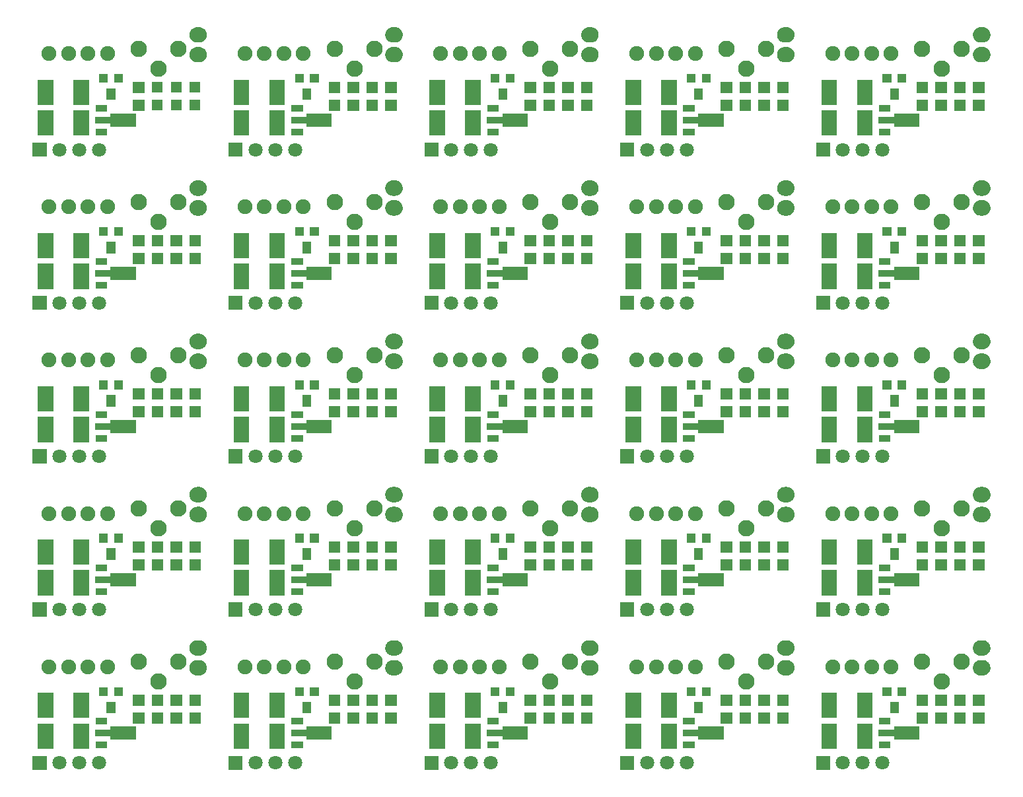
<source format=gts>
G04 Layer: TopSolderMaskLayer*
G04 EasyEDA v6.4.20.5, 2021-07-08T19:51:02+08:00*
G04 9fc62b59898d4f10b595c4665fefa585,e7bc534dc2744323a0f9b62094545a88,10*
G04 Gerber Generator version 0.2*
G04 Scale: 100 percent, Rotated: No, Reflected: No *
G04 Dimensions in millimeters *
G04 leading zeros omitted , absolute positions ,4 integer and 5 decimal *
%FSLAX45Y45*%
%MOMM*%

%ADD28R,1.4732X1.4732*%
%ADD29C,1.9016*%
%ADD31C,1.8016*%
%ADD32C,2.1016*%

%LPD*%
G36*
X2153396Y5203240D02*
G01*
X2147808Y5203748D01*
X2145014Y5204256D01*
X2142220Y5204510D01*
X2139426Y5205018D01*
X2136632Y5205780D01*
X2133838Y5206288D01*
X2131044Y5207050D01*
X2128504Y5208066D01*
X2125710Y5208828D01*
X2123170Y5209844D01*
X2120376Y5210860D01*
X2110216Y5215940D01*
X2107930Y5217464D01*
X2105390Y5218988D01*
X2100818Y5222036D01*
X2096246Y5225592D01*
X2094214Y5227370D01*
X2091928Y5229148D01*
X2087864Y5233212D01*
X2086086Y5235244D01*
X2084054Y5237276D01*
X2082276Y5239562D01*
X2080498Y5241594D01*
X2078720Y5243880D01*
X2077196Y5246166D01*
X2075672Y5248706D01*
X2074148Y5250992D01*
X2072624Y5253532D01*
X2068814Y5261152D01*
X2066782Y5266232D01*
X2065766Y5269026D01*
X2064750Y5271566D01*
X2063988Y5274360D01*
X2063226Y5276900D01*
X2062464Y5279694D01*
X2060940Y5288076D01*
X2060686Y5290870D01*
X2060178Y5293664D01*
X2060178Y5296458D01*
X2059924Y5299252D01*
X2059924Y5305094D01*
X2060178Y5307888D01*
X2060178Y5310682D01*
X2060686Y5313476D01*
X2060940Y5316270D01*
X2062464Y5324652D01*
X2063226Y5327446D01*
X2063988Y5329986D01*
X2064750Y5332780D01*
X2065766Y5335574D01*
X2067798Y5340654D01*
X2068814Y5343448D01*
X2071354Y5348528D01*
X2072624Y5350814D01*
X2074148Y5353354D01*
X2075672Y5355640D01*
X2077196Y5358180D01*
X2078720Y5360466D01*
X2080498Y5362752D01*
X2082276Y5364784D01*
X2084054Y5367070D01*
X2086086Y5369102D01*
X2087864Y5371134D01*
X2091928Y5375198D01*
X2094214Y5376976D01*
X2096246Y5379008D01*
X2098532Y5380532D01*
X2103104Y5384088D01*
X2105390Y5385612D01*
X2107930Y5387136D01*
X2110216Y5388406D01*
X2112756Y5389930D01*
X2115296Y5391200D01*
X2117836Y5392216D01*
X2120376Y5393486D01*
X2123170Y5394502D01*
X2125710Y5395518D01*
X2128504Y5396534D01*
X2131044Y5397296D01*
X2133838Y5398058D01*
X2136632Y5398566D01*
X2139426Y5399328D01*
X2145014Y5400344D01*
X2153396Y5401106D01*
X2156190Y5401106D01*
X2158984Y5401360D01*
X2184384Y5401360D01*
X2187178Y5401106D01*
X2189972Y5401106D01*
X2195560Y5400598D01*
X2198608Y5400344D01*
X2201402Y5399836D01*
X2203942Y5399328D01*
X2206736Y5398566D01*
X2209530Y5398058D01*
X2215118Y5396534D01*
X2217658Y5395518D01*
X2220452Y5394502D01*
X2222992Y5393486D01*
X2225532Y5392216D01*
X2228072Y5391200D01*
X2230612Y5389930D01*
X2233152Y5388406D01*
X2235438Y5387136D01*
X2237978Y5385612D01*
X2240264Y5384088D01*
X2244836Y5380532D01*
X2247122Y5379008D01*
X2249154Y5376976D01*
X2251440Y5375198D01*
X2255504Y5371134D01*
X2257282Y5369102D01*
X2259314Y5367070D01*
X2261092Y5364784D01*
X2262870Y5362752D01*
X2264648Y5360466D01*
X2266172Y5358180D01*
X2267696Y5355640D01*
X2269220Y5353354D01*
X2270744Y5350814D01*
X2272014Y5348528D01*
X2274554Y5343448D01*
X2275570Y5340654D01*
X2277602Y5335574D01*
X2278618Y5332780D01*
X2279380Y5329986D01*
X2280142Y5327446D01*
X2280904Y5324652D01*
X2282428Y5316270D01*
X2282682Y5313476D01*
X2283190Y5310682D01*
X2283190Y5307888D01*
X2283444Y5305094D01*
X2283444Y5299252D01*
X2283190Y5296458D01*
X2283190Y5293664D01*
X2282682Y5290870D01*
X2282428Y5288076D01*
X2280904Y5279694D01*
X2280142Y5276900D01*
X2279380Y5274360D01*
X2278618Y5271566D01*
X2277602Y5268772D01*
X2274554Y5261152D01*
X2270744Y5253532D01*
X2269220Y5250992D01*
X2267696Y5248706D01*
X2266172Y5246166D01*
X2264648Y5243880D01*
X2262870Y5241594D01*
X2261092Y5239562D01*
X2259314Y5237276D01*
X2257282Y5235244D01*
X2255504Y5233212D01*
X2251440Y5229148D01*
X2249154Y5227370D01*
X2247122Y5225592D01*
X2242550Y5222036D01*
X2237978Y5218988D01*
X2235438Y5217464D01*
X2233152Y5215940D01*
X2222992Y5210860D01*
X2220452Y5209844D01*
X2217658Y5208828D01*
X2215118Y5208066D01*
X2212324Y5207050D01*
X2209530Y5206288D01*
X2206736Y5205780D01*
X2203942Y5205018D01*
X2201402Y5204510D01*
X2198608Y5204256D01*
X2195560Y5203748D01*
X2189972Y5203240D01*
G37*
G36*
X2153396Y5457240D02*
G01*
X2147808Y5457748D01*
X2145014Y5458256D01*
X2142220Y5458510D01*
X2139426Y5459018D01*
X2136632Y5459780D01*
X2133838Y5460288D01*
X2131044Y5461050D01*
X2128504Y5462066D01*
X2125710Y5462828D01*
X2123170Y5463844D01*
X2120376Y5464860D01*
X2110216Y5469940D01*
X2107930Y5471464D01*
X2105390Y5472988D01*
X2100818Y5476036D01*
X2096246Y5479592D01*
X2094214Y5481370D01*
X2091928Y5483148D01*
X2087864Y5487212D01*
X2086086Y5489244D01*
X2084054Y5491276D01*
X2082276Y5493562D01*
X2080498Y5495594D01*
X2078720Y5497880D01*
X2077196Y5500166D01*
X2075672Y5502706D01*
X2074148Y5504992D01*
X2072624Y5507532D01*
X2068814Y5515152D01*
X2066782Y5520232D01*
X2065766Y5523026D01*
X2064750Y5525566D01*
X2063988Y5528360D01*
X2063226Y5530900D01*
X2062464Y5533694D01*
X2060940Y5542076D01*
X2060686Y5544870D01*
X2060178Y5547664D01*
X2060178Y5550458D01*
X2059924Y5553252D01*
X2059924Y5559094D01*
X2060178Y5561888D01*
X2060178Y5564682D01*
X2060686Y5567476D01*
X2060940Y5570270D01*
X2062464Y5578652D01*
X2063226Y5581446D01*
X2063988Y5583986D01*
X2064750Y5586780D01*
X2065766Y5589574D01*
X2067798Y5594654D01*
X2068814Y5597448D01*
X2071354Y5602528D01*
X2072624Y5604814D01*
X2074148Y5607354D01*
X2075672Y5609640D01*
X2077196Y5612180D01*
X2078720Y5614466D01*
X2080498Y5616752D01*
X2082276Y5618784D01*
X2084054Y5621070D01*
X2086086Y5623102D01*
X2087864Y5625134D01*
X2091928Y5629198D01*
X2094214Y5630976D01*
X2096246Y5633008D01*
X2098532Y5634532D01*
X2103104Y5638088D01*
X2105390Y5639612D01*
X2107930Y5641136D01*
X2110216Y5642406D01*
X2112756Y5643930D01*
X2115296Y5645200D01*
X2117836Y5646216D01*
X2120376Y5647486D01*
X2123170Y5648502D01*
X2125710Y5649518D01*
X2128504Y5650534D01*
X2131044Y5651296D01*
X2133838Y5652058D01*
X2136632Y5652566D01*
X2139426Y5653328D01*
X2145014Y5654344D01*
X2153396Y5655106D01*
X2156190Y5655106D01*
X2158984Y5655360D01*
X2184384Y5655360D01*
X2187178Y5655106D01*
X2189972Y5655106D01*
X2195560Y5654598D01*
X2198608Y5654344D01*
X2201402Y5653836D01*
X2203942Y5653328D01*
X2206736Y5652566D01*
X2209530Y5652058D01*
X2215118Y5650534D01*
X2217658Y5649518D01*
X2220452Y5648502D01*
X2222992Y5647486D01*
X2225532Y5646216D01*
X2228072Y5645200D01*
X2230612Y5643930D01*
X2233152Y5642406D01*
X2235438Y5641136D01*
X2237978Y5639612D01*
X2240264Y5638088D01*
X2244836Y5634532D01*
X2247122Y5633008D01*
X2249154Y5630976D01*
X2251440Y5629198D01*
X2255504Y5625134D01*
X2257282Y5623102D01*
X2259314Y5621070D01*
X2261092Y5618784D01*
X2262870Y5616752D01*
X2264648Y5614466D01*
X2266172Y5612180D01*
X2267696Y5609640D01*
X2269220Y5607354D01*
X2270744Y5604814D01*
X2272014Y5602528D01*
X2274554Y5597448D01*
X2275570Y5594654D01*
X2277602Y5589574D01*
X2278618Y5586780D01*
X2279380Y5583986D01*
X2280142Y5581446D01*
X2280904Y5578652D01*
X2282428Y5570270D01*
X2282682Y5567476D01*
X2283190Y5564682D01*
X2283190Y5561888D01*
X2283444Y5559094D01*
X2283444Y5553252D01*
X2283190Y5550458D01*
X2283190Y5547664D01*
X2282682Y5544870D01*
X2282428Y5542076D01*
X2280904Y5533694D01*
X2280142Y5530900D01*
X2279380Y5528360D01*
X2278618Y5525566D01*
X2277602Y5522772D01*
X2274554Y5515152D01*
X2270744Y5507532D01*
X2269220Y5504992D01*
X2267696Y5502706D01*
X2266172Y5500166D01*
X2264648Y5497880D01*
X2262870Y5495594D01*
X2261092Y5493562D01*
X2259314Y5491276D01*
X2257282Y5489244D01*
X2255504Y5487212D01*
X2251440Y5483148D01*
X2249154Y5481370D01*
X2247122Y5479592D01*
X2242550Y5476036D01*
X2237978Y5472988D01*
X2235438Y5471464D01*
X2233152Y5469940D01*
X2222992Y5464860D01*
X2220452Y5463844D01*
X2217658Y5462828D01*
X2215118Y5462066D01*
X2212324Y5461050D01*
X2209530Y5460288D01*
X2206736Y5459780D01*
X2203942Y5459018D01*
X2201402Y5458510D01*
X2198608Y5458256D01*
X2195560Y5457748D01*
X2189972Y5457240D01*
G37*
G36*
X1049004Y4377740D02*
G01*
X1049004Y4550460D01*
X1374124Y4550460D01*
X1374124Y4377740D01*
G37*
G36*
X855964Y4574590D02*
G01*
X855964Y4658410D01*
X1003284Y4658410D01*
X1003284Y4574590D01*
G37*
G36*
X850884Y4422190D02*
G01*
X850884Y4506010D01*
X1125204Y4506010D01*
X1125204Y4422190D01*
G37*
G36*
X855964Y4269790D02*
G01*
X855964Y4353610D01*
X1003284Y4353610D01*
X1003284Y4269790D01*
G37*
G36*
X1094724Y4941620D02*
G01*
X1094724Y5053380D01*
X1206484Y5053380D01*
X1206484Y4941620D01*
G37*
G36*
X901684Y4941620D02*
G01*
X901684Y5053380D01*
X1013444Y5053380D01*
X1013444Y4941620D01*
G37*
G36*
X998204Y4720640D02*
G01*
X998204Y4867960D01*
X1109964Y4867960D01*
X1109964Y4720640D01*
G37*
G36*
X116824Y4263440D02*
G01*
X116824Y4588560D01*
X314944Y4588560D01*
X314944Y4263440D01*
G37*
G36*
X574024Y4263440D02*
G01*
X574024Y4588560D01*
X772144Y4588560D01*
X772144Y4263440D01*
G37*
G36*
X116824Y4657140D02*
G01*
X116824Y4982260D01*
X314944Y4982260D01*
X314944Y4657140D01*
G37*
G36*
X574024Y4657140D02*
G01*
X574024Y4982260D01*
X772144Y4982260D01*
X772144Y4657140D01*
G37*
G36*
X1577324Y4809540D02*
G01*
X1577324Y4956860D01*
X1724644Y4956860D01*
X1724644Y4809540D01*
G37*
G36*
X1577324Y4580940D02*
G01*
X1577324Y4728260D01*
X1724644Y4728260D01*
X1724644Y4580940D01*
G37*
G36*
X1818624Y4809540D02*
G01*
X1818624Y4956860D01*
X1965944Y4956860D01*
X1965944Y4809540D01*
G37*
G36*
X1818624Y4580940D02*
G01*
X1818624Y4728260D01*
X1965944Y4728260D01*
X1965944Y4580940D01*
G37*
G36*
X2059924Y4809540D02*
G01*
X2059924Y4956860D01*
X2207244Y4956860D01*
X2207244Y4809540D01*
G37*
G36*
X2059924Y4580940D02*
G01*
X2059924Y4728260D01*
X2207244Y4728260D01*
X2207244Y4580940D01*
G37*
G36*
X1336024Y4580940D02*
G01*
X1336024Y4728260D01*
X1483344Y4728260D01*
X1483344Y4580940D01*
G37*
G36*
X1336024Y4809540D02*
G01*
X1336024Y4956860D01*
X1483344Y4956860D01*
X1483344Y4809540D01*
G37*
D29*
G01*
X1009995Y5314899D03*
G01*
X760006Y5314899D03*
G01*
X510006Y5314899D03*
G01*
X260019Y5314899D03*
G36*
X49514Y3992930D02*
G01*
X49514Y4173016D01*
X229854Y4173016D01*
X229854Y3992930D01*
G37*
D31*
G01*
X393700Y4082999D03*
G01*
X647692Y4082999D03*
G01*
X901692Y4082999D03*
D32*
G01*
X1409692Y5378399D03*
G01*
X1663692Y5124399D03*
G01*
X1917692Y5378399D03*
G01*
X11455311Y5378391D03*
G01*
X11709311Y5124391D03*
G01*
X11963311Y5378391D03*
G36*
X10095214Y3992930D02*
G01*
X10095214Y4173016D01*
X10275300Y4173016D01*
X10275300Y3992930D01*
G37*
D31*
G01*
X10439311Y4082991D03*
G01*
X10693311Y4082991D03*
G01*
X10947311Y4082991D03*
D29*
G01*
X11055616Y5314891D03*
G01*
X10805627Y5314891D03*
G01*
X10555612Y5314891D03*
G01*
X10305630Y5314891D03*
G36*
X11381724Y4580940D02*
G01*
X11381724Y4728260D01*
X11529044Y4728260D01*
X11529044Y4580940D01*
G37*
G36*
X11381724Y4809540D02*
G01*
X11381724Y4956860D01*
X11529044Y4956860D01*
X11529044Y4809540D01*
G37*
G36*
X12105624Y4809540D02*
G01*
X12105624Y4956860D01*
X12252944Y4956860D01*
X12252944Y4809540D01*
G37*
G36*
X12105624Y4580940D02*
G01*
X12105624Y4728260D01*
X12252944Y4728260D01*
X12252944Y4580940D01*
G37*
G36*
X11864324Y4809540D02*
G01*
X11864324Y4956860D01*
X12011644Y4956860D01*
X12011644Y4809540D01*
G37*
G36*
X11864324Y4580940D02*
G01*
X11864324Y4728260D01*
X12011644Y4728260D01*
X12011644Y4580940D01*
G37*
G36*
X11623024Y4809540D02*
G01*
X11623024Y4956860D01*
X11770344Y4956860D01*
X11770344Y4809540D01*
G37*
G36*
X11623024Y4580940D02*
G01*
X11623024Y4728260D01*
X11770344Y4728260D01*
X11770344Y4580940D01*
G37*
G36*
X10162524Y4657140D02*
G01*
X10162524Y4982260D01*
X10360644Y4982260D01*
X10360644Y4657140D01*
G37*
G36*
X10619724Y4657140D02*
G01*
X10619724Y4982260D01*
X10817844Y4982260D01*
X10817844Y4657140D01*
G37*
G36*
X10162524Y4263440D02*
G01*
X10162524Y4588560D01*
X10360644Y4588560D01*
X10360644Y4263440D01*
G37*
G36*
X10619724Y4263440D02*
G01*
X10619724Y4588560D01*
X10817844Y4588560D01*
X10817844Y4263440D01*
G37*
G36*
X11140424Y4941620D02*
G01*
X11140424Y5053380D01*
X11252184Y5053380D01*
X11252184Y4941620D01*
G37*
G36*
X10947384Y4941620D02*
G01*
X10947384Y5053380D01*
X11059144Y5053380D01*
X11059144Y4941620D01*
G37*
G36*
X11043904Y4720640D02*
G01*
X11043904Y4867960D01*
X11155664Y4867960D01*
X11155664Y4720640D01*
G37*
G36*
X11094704Y4377740D02*
G01*
X11094704Y4550460D01*
X11419824Y4550460D01*
X11419824Y4377740D01*
G37*
G36*
X10901664Y4574590D02*
G01*
X10901664Y4658410D01*
X11048984Y4658410D01*
X11048984Y4574590D01*
G37*
G36*
X10896584Y4422190D02*
G01*
X10896584Y4506010D01*
X11170904Y4506010D01*
X11170904Y4422190D01*
G37*
G36*
X10901664Y4269790D02*
G01*
X10901664Y4353610D01*
X11048984Y4353610D01*
X11048984Y4269790D01*
G37*
G36*
X12198842Y5203240D02*
G01*
X12193254Y5203748D01*
X12190460Y5204256D01*
X12187666Y5204510D01*
X12184872Y5205018D01*
X12182078Y5205780D01*
X12179538Y5206288D01*
X12176744Y5207050D01*
X12173950Y5208066D01*
X12171410Y5208828D01*
X12168616Y5209844D01*
X12166076Y5210860D01*
X12155916Y5215940D01*
X12153376Y5217464D01*
X12151090Y5218734D01*
X12148804Y5220512D01*
X12146264Y5222036D01*
X12144232Y5223814D01*
X12139660Y5227370D01*
X12137628Y5229148D01*
X12131532Y5235244D01*
X12129754Y5237276D01*
X12127976Y5239562D01*
X12126198Y5241594D01*
X12124420Y5243880D01*
X12122896Y5246166D01*
X12121372Y5248706D01*
X12119848Y5250992D01*
X12118324Y5253532D01*
X12117054Y5256072D01*
X12115784Y5258358D01*
X12114514Y5261152D01*
X12113244Y5263692D01*
X12112228Y5266232D01*
X12111212Y5269026D01*
X12110450Y5271566D01*
X12109688Y5274360D01*
X12108672Y5276900D01*
X12108164Y5279694D01*
X12107402Y5282488D01*
X12106894Y5285282D01*
X12106640Y5288076D01*
X12106132Y5290870D01*
X12105624Y5296458D01*
X12105624Y5307888D01*
X12106132Y5313476D01*
X12106640Y5316270D01*
X12106894Y5319064D01*
X12107402Y5321858D01*
X12108164Y5324652D01*
X12108672Y5327446D01*
X12109688Y5329986D01*
X12111212Y5335574D01*
X12113244Y5340654D01*
X12114514Y5343448D01*
X12117054Y5348528D01*
X12118324Y5350814D01*
X12119848Y5353354D01*
X12121372Y5355640D01*
X12122896Y5358180D01*
X12124420Y5360466D01*
X12126198Y5362752D01*
X12127976Y5364784D01*
X12129754Y5367070D01*
X12131532Y5369102D01*
X12137628Y5375198D01*
X12139660Y5376976D01*
X12144232Y5380532D01*
X12146264Y5382310D01*
X12148804Y5383834D01*
X12151090Y5385612D01*
X12153376Y5387136D01*
X12158456Y5389676D01*
X12160996Y5391200D01*
X12163536Y5392216D01*
X12166076Y5393486D01*
X12168616Y5394502D01*
X12171410Y5395518D01*
X12173950Y5396280D01*
X12176744Y5397296D01*
X12179538Y5398058D01*
X12182078Y5398566D01*
X12184872Y5399328D01*
X12190460Y5400344D01*
X12198842Y5401106D01*
X12201890Y5401106D01*
X12204430Y5401360D01*
X12230084Y5401360D01*
X12232878Y5401106D01*
X12235672Y5401106D01*
X12244054Y5400344D01*
X12249642Y5399328D01*
X12252436Y5398566D01*
X12255230Y5398058D01*
X12258024Y5397296D01*
X12260564Y5396280D01*
X12263358Y5395518D01*
X12265898Y5394502D01*
X12268692Y5393486D01*
X12271232Y5392216D01*
X12273772Y5391200D01*
X12276312Y5389676D01*
X12278598Y5388406D01*
X12281138Y5387136D01*
X12283678Y5385612D01*
X12285964Y5383834D01*
X12288250Y5382310D01*
X12292822Y5378754D01*
X12296886Y5375198D01*
X12299172Y5373166D01*
X12300950Y5371134D01*
X12302982Y5369102D01*
X12304760Y5367070D01*
X12306792Y5364784D01*
X12308570Y5362752D01*
X12310094Y5360466D01*
X12311872Y5358180D01*
X12313396Y5355640D01*
X12314920Y5353354D01*
X12316190Y5350814D01*
X12317714Y5348528D01*
X12318984Y5345988D01*
X12320000Y5343448D01*
X12321270Y5340654D01*
X12323302Y5335574D01*
X12324318Y5332780D01*
X12325080Y5329986D01*
X12325842Y5327446D01*
X12326604Y5324652D01*
X12328128Y5316270D01*
X12329144Y5305094D01*
X12329144Y5299252D01*
X12328128Y5288076D01*
X12326604Y5279694D01*
X12325842Y5276900D01*
X12325080Y5274360D01*
X12324318Y5271566D01*
X12323302Y5268772D01*
X12321270Y5263692D01*
X12320000Y5261152D01*
X12318984Y5258358D01*
X12317714Y5256072D01*
X12316190Y5253532D01*
X12314920Y5250992D01*
X12313396Y5248706D01*
X12311872Y5246166D01*
X12310094Y5243880D01*
X12308570Y5241594D01*
X12306792Y5239562D01*
X12304760Y5237276D01*
X12302982Y5235244D01*
X12300950Y5233212D01*
X12299172Y5231180D01*
X12296886Y5229148D01*
X12292822Y5225592D01*
X12288250Y5222036D01*
X12285964Y5220512D01*
X12283678Y5218734D01*
X12281138Y5217464D01*
X12278598Y5215940D01*
X12276312Y5214670D01*
X12268692Y5210860D01*
X12265898Y5209844D01*
X12263358Y5208828D01*
X12260564Y5208066D01*
X12258024Y5207050D01*
X12255230Y5206288D01*
X12252436Y5205780D01*
X12249642Y5205018D01*
X12246848Y5204510D01*
X12244054Y5204256D01*
X12241260Y5203748D01*
X12235672Y5203240D01*
G37*
G36*
X12198842Y5457240D02*
G01*
X12193254Y5457748D01*
X12190460Y5458256D01*
X12187666Y5458510D01*
X12184872Y5459018D01*
X12182078Y5459780D01*
X12179538Y5460288D01*
X12176744Y5461050D01*
X12173950Y5462066D01*
X12171410Y5462828D01*
X12168616Y5463844D01*
X12166076Y5464860D01*
X12155916Y5469940D01*
X12153376Y5471464D01*
X12151090Y5472734D01*
X12148804Y5474512D01*
X12146264Y5476036D01*
X12144232Y5477814D01*
X12139660Y5481370D01*
X12137628Y5483148D01*
X12131532Y5489244D01*
X12129754Y5491276D01*
X12127976Y5493562D01*
X12126198Y5495594D01*
X12124420Y5497880D01*
X12122896Y5500166D01*
X12121372Y5502706D01*
X12119848Y5504992D01*
X12118324Y5507532D01*
X12117054Y5510072D01*
X12115784Y5512358D01*
X12114514Y5515152D01*
X12113244Y5517692D01*
X12112228Y5520232D01*
X12111212Y5523026D01*
X12110450Y5525566D01*
X12109688Y5528360D01*
X12108672Y5530900D01*
X12108164Y5533694D01*
X12107402Y5536488D01*
X12106894Y5539282D01*
X12106640Y5542076D01*
X12106132Y5544870D01*
X12105624Y5550458D01*
X12105624Y5561888D01*
X12106132Y5567476D01*
X12106640Y5570270D01*
X12106894Y5573064D01*
X12107402Y5575858D01*
X12108164Y5578652D01*
X12108672Y5581446D01*
X12109688Y5583986D01*
X12111212Y5589574D01*
X12113244Y5594654D01*
X12114514Y5597448D01*
X12117054Y5602528D01*
X12118324Y5604814D01*
X12119848Y5607354D01*
X12121372Y5609640D01*
X12122896Y5612180D01*
X12124420Y5614466D01*
X12126198Y5616752D01*
X12127976Y5618784D01*
X12129754Y5621070D01*
X12131532Y5623102D01*
X12137628Y5629198D01*
X12139660Y5630976D01*
X12144232Y5634532D01*
X12146264Y5636310D01*
X12148804Y5637834D01*
X12151090Y5639612D01*
X12153376Y5641136D01*
X12158456Y5643676D01*
X12160996Y5645200D01*
X12163536Y5646216D01*
X12166076Y5647486D01*
X12168616Y5648502D01*
X12171410Y5649518D01*
X12173950Y5650280D01*
X12176744Y5651296D01*
X12179538Y5652058D01*
X12182078Y5652566D01*
X12184872Y5653328D01*
X12190460Y5654344D01*
X12198842Y5655106D01*
X12201890Y5655106D01*
X12204430Y5655360D01*
X12230084Y5655360D01*
X12232878Y5655106D01*
X12235672Y5655106D01*
X12244054Y5654344D01*
X12249642Y5653328D01*
X12252436Y5652566D01*
X12255230Y5652058D01*
X12258024Y5651296D01*
X12260564Y5650280D01*
X12263358Y5649518D01*
X12265898Y5648502D01*
X12268692Y5647486D01*
X12271232Y5646216D01*
X12273772Y5645200D01*
X12276312Y5643676D01*
X12278598Y5642406D01*
X12281138Y5641136D01*
X12283678Y5639612D01*
X12285964Y5637834D01*
X12288250Y5636310D01*
X12292822Y5632754D01*
X12296886Y5629198D01*
X12299172Y5627166D01*
X12300950Y5625134D01*
X12302982Y5623102D01*
X12304760Y5621070D01*
X12306792Y5618784D01*
X12308570Y5616752D01*
X12310094Y5614466D01*
X12311872Y5612180D01*
X12313396Y5609640D01*
X12314920Y5607354D01*
X12316190Y5604814D01*
X12317714Y5602528D01*
X12318984Y5599988D01*
X12320000Y5597448D01*
X12321270Y5594654D01*
X12323302Y5589574D01*
X12324318Y5586780D01*
X12325080Y5583986D01*
X12325842Y5581446D01*
X12326604Y5578652D01*
X12328128Y5570270D01*
X12329144Y5559094D01*
X12329144Y5553252D01*
X12328128Y5542076D01*
X12326604Y5533694D01*
X12325842Y5530900D01*
X12325080Y5528360D01*
X12324318Y5525566D01*
X12323302Y5522772D01*
X12321270Y5517692D01*
X12320000Y5515152D01*
X12318984Y5512358D01*
X12317714Y5510072D01*
X12316190Y5507532D01*
X12314920Y5504992D01*
X12313396Y5502706D01*
X12311872Y5500166D01*
X12310094Y5497880D01*
X12308570Y5495594D01*
X12306792Y5493562D01*
X12304760Y5491276D01*
X12302982Y5489244D01*
X12300950Y5487212D01*
X12299172Y5485180D01*
X12296886Y5483148D01*
X12292822Y5479592D01*
X12288250Y5476036D01*
X12285964Y5474512D01*
X12283678Y5472734D01*
X12281138Y5471464D01*
X12278598Y5469940D01*
X12276312Y5468670D01*
X12268692Y5464860D01*
X12265898Y5463844D01*
X12263358Y5462828D01*
X12260564Y5462066D01*
X12258024Y5461050D01*
X12255230Y5460288D01*
X12252436Y5459780D01*
X12249642Y5459018D01*
X12246848Y5458510D01*
X12244054Y5458256D01*
X12241260Y5457748D01*
X12235672Y5457240D01*
G37*
D32*
G01*
X8943908Y5378391D03*
G01*
X9197908Y5124391D03*
G01*
X9451908Y5378391D03*
G36*
X7583916Y3992930D02*
G01*
X7583916Y4173016D01*
X7764002Y4173016D01*
X7764002Y3992930D01*
G37*
D31*
G01*
X7927908Y4082991D03*
G01*
X8181908Y4082991D03*
G01*
X8435908Y4082991D03*
D29*
G01*
X8544214Y5314891D03*
G01*
X8294222Y5314891D03*
G01*
X8044207Y5314891D03*
G01*
X7794228Y5314891D03*
G36*
X8870172Y4580940D02*
G01*
X8870172Y4728260D01*
X9017492Y4728260D01*
X9017492Y4580940D01*
G37*
G36*
X8870172Y4809540D02*
G01*
X8870172Y4956860D01*
X9017492Y4956860D01*
X9017492Y4809540D01*
G37*
G36*
X9594072Y4809540D02*
G01*
X9594072Y4956860D01*
X9741392Y4956860D01*
X9741392Y4809540D01*
G37*
G36*
X9594072Y4580940D02*
G01*
X9594072Y4728260D01*
X9741392Y4728260D01*
X9741392Y4580940D01*
G37*
G36*
X9352772Y4809540D02*
G01*
X9352772Y4956860D01*
X9500092Y4956860D01*
X9500092Y4809540D01*
G37*
G36*
X9352772Y4580940D02*
G01*
X9352772Y4728260D01*
X9500092Y4728260D01*
X9500092Y4580940D01*
G37*
G36*
X9111472Y4809540D02*
G01*
X9111472Y4956860D01*
X9258792Y4956860D01*
X9258792Y4809540D01*
G37*
G36*
X9111472Y4580940D02*
G01*
X9111472Y4728260D01*
X9258792Y4728260D01*
X9258792Y4580940D01*
G37*
G36*
X7650972Y4657140D02*
G01*
X7650972Y4982260D01*
X7849092Y4982260D01*
X7849092Y4657140D01*
G37*
G36*
X8108172Y4657140D02*
G01*
X8108172Y4982260D01*
X8306292Y4982260D01*
X8306292Y4657140D01*
G37*
G36*
X7650972Y4263440D02*
G01*
X7650972Y4588560D01*
X7849092Y4588560D01*
X7849092Y4263440D01*
G37*
G36*
X8108172Y4263440D02*
G01*
X8108172Y4588560D01*
X8306292Y4588560D01*
X8306292Y4263440D01*
G37*
G36*
X8628872Y4941620D02*
G01*
X8628872Y5053380D01*
X8740632Y5053380D01*
X8740632Y4941620D01*
G37*
G36*
X8435832Y4941620D02*
G01*
X8435832Y5053380D01*
X8547592Y5053380D01*
X8547592Y4941620D01*
G37*
G36*
X8532352Y4720640D02*
G01*
X8532352Y4867960D01*
X8644112Y4867960D01*
X8644112Y4720640D01*
G37*
G36*
X8583152Y4377740D02*
G01*
X8583152Y4550460D01*
X8908272Y4550460D01*
X8908272Y4377740D01*
G37*
G36*
X8390112Y4574590D02*
G01*
X8390112Y4658410D01*
X8537432Y4658410D01*
X8537432Y4574590D01*
G37*
G36*
X8385032Y4422190D02*
G01*
X8385032Y4506010D01*
X8659352Y4506010D01*
X8659352Y4422190D01*
G37*
G36*
X8390112Y4269790D02*
G01*
X8390112Y4353610D01*
X8537432Y4353610D01*
X8537432Y4269790D01*
G37*
G36*
X9687544Y5203240D02*
G01*
X9681956Y5203748D01*
X9679162Y5204256D01*
X9676368Y5204510D01*
X9673574Y5205018D01*
X9670780Y5205780D01*
X9667986Y5206288D01*
X9665192Y5207050D01*
X9662652Y5208066D01*
X9659858Y5208828D01*
X9654778Y5210860D01*
X9651984Y5212130D01*
X9644364Y5215940D01*
X9642078Y5217464D01*
X9639538Y5218734D01*
X9637252Y5220512D01*
X9634966Y5222036D01*
X9630394Y5225592D01*
X9626330Y5229148D01*
X9620234Y5235244D01*
X9618456Y5237276D01*
X9616424Y5239562D01*
X9614646Y5241594D01*
X9613122Y5243880D01*
X9611344Y5246166D01*
X9609820Y5248706D01*
X9608296Y5250992D01*
X9607026Y5253532D01*
X9605502Y5256072D01*
X9604232Y5258358D01*
X9602962Y5261152D01*
X9599914Y5268772D01*
X9598898Y5271566D01*
X9598136Y5274360D01*
X9597374Y5276900D01*
X9596612Y5279694D01*
X9595088Y5288076D01*
X9594072Y5299252D01*
X9594072Y5305094D01*
X9595088Y5316270D01*
X9596612Y5324652D01*
X9598136Y5330240D01*
X9598898Y5332780D01*
X9599914Y5335574D01*
X9601946Y5340654D01*
X9602962Y5343448D01*
X9605502Y5348528D01*
X9607026Y5350814D01*
X9608296Y5353354D01*
X9609820Y5355640D01*
X9611344Y5358180D01*
X9613122Y5360466D01*
X9614646Y5362752D01*
X9616424Y5364784D01*
X9618456Y5367070D01*
X9620234Y5369102D01*
X9626330Y5375198D01*
X9630394Y5378754D01*
X9637252Y5384088D01*
X9639538Y5385612D01*
X9642078Y5387136D01*
X9644618Y5388406D01*
X9646904Y5389930D01*
X9649444Y5391200D01*
X9651984Y5392216D01*
X9654778Y5393486D01*
X9659858Y5395518D01*
X9662652Y5396280D01*
X9665192Y5397296D01*
X9667986Y5398058D01*
X9670780Y5398566D01*
X9673574Y5399328D01*
X9679162Y5400344D01*
X9687544Y5401106D01*
X9690338Y5401106D01*
X9693132Y5401360D01*
X9718786Y5401360D01*
X9721326Y5401106D01*
X9724374Y5401106D01*
X9732756Y5400344D01*
X9738344Y5399328D01*
X9741138Y5398566D01*
X9743678Y5398058D01*
X9746472Y5397296D01*
X9749266Y5396280D01*
X9751806Y5395518D01*
X9754600Y5394502D01*
X9757140Y5393486D01*
X9759680Y5392216D01*
X9762220Y5391200D01*
X9764760Y5389930D01*
X9767300Y5388406D01*
X9769840Y5387136D01*
X9774412Y5384088D01*
X9783556Y5376976D01*
X9785588Y5375198D01*
X9791684Y5369102D01*
X9793462Y5367070D01*
X9795240Y5364784D01*
X9797018Y5362752D01*
X9798796Y5360466D01*
X9800320Y5358180D01*
X9801844Y5355640D01*
X9803368Y5353354D01*
X9804892Y5350814D01*
X9806162Y5348528D01*
X9808702Y5343448D01*
X9809972Y5340654D01*
X9812004Y5335574D01*
X9812766Y5332780D01*
X9813782Y5329986D01*
X9814544Y5327446D01*
X9815052Y5324652D01*
X9815814Y5321858D01*
X9816322Y5319064D01*
X9816576Y5316270D01*
X9817084Y5313476D01*
X9817592Y5307888D01*
X9817592Y5296458D01*
X9817084Y5290870D01*
X9816576Y5288076D01*
X9816322Y5285282D01*
X9815814Y5282488D01*
X9815052Y5279694D01*
X9814544Y5277154D01*
X9813782Y5274360D01*
X9812766Y5271566D01*
X9812004Y5268772D01*
X9809972Y5263692D01*
X9804892Y5253532D01*
X9803368Y5250992D01*
X9800320Y5246420D01*
X9798796Y5243880D01*
X9797018Y5241594D01*
X9795240Y5239562D01*
X9793462Y5237276D01*
X9791684Y5235244D01*
X9785588Y5229148D01*
X9783556Y5227370D01*
X9778984Y5223814D01*
X9776952Y5222036D01*
X9774412Y5220512D01*
X9772126Y5218734D01*
X9769840Y5217464D01*
X9767300Y5215940D01*
X9757140Y5210860D01*
X9754600Y5209844D01*
X9751806Y5208828D01*
X9749266Y5208066D01*
X9746472Y5207050D01*
X9743678Y5206288D01*
X9741138Y5205780D01*
X9738344Y5205018D01*
X9735550Y5204510D01*
X9732756Y5204256D01*
X9729962Y5203748D01*
X9724374Y5203240D01*
G37*
G36*
X9687544Y5457240D02*
G01*
X9681956Y5457748D01*
X9679162Y5458256D01*
X9676368Y5458510D01*
X9673574Y5459018D01*
X9670780Y5459780D01*
X9667986Y5460288D01*
X9665192Y5461050D01*
X9662652Y5462066D01*
X9659858Y5462828D01*
X9654778Y5464860D01*
X9651984Y5466130D01*
X9644364Y5469940D01*
X9642078Y5471464D01*
X9639538Y5472734D01*
X9637252Y5474512D01*
X9634966Y5476036D01*
X9630394Y5479592D01*
X9626330Y5483148D01*
X9620234Y5489244D01*
X9618456Y5491276D01*
X9616424Y5493562D01*
X9614646Y5495594D01*
X9613122Y5497880D01*
X9611344Y5500166D01*
X9609820Y5502706D01*
X9608296Y5504992D01*
X9607026Y5507532D01*
X9605502Y5510072D01*
X9604232Y5512358D01*
X9602962Y5515152D01*
X9599914Y5522772D01*
X9598898Y5525566D01*
X9598136Y5528360D01*
X9597374Y5530900D01*
X9596612Y5533694D01*
X9595088Y5542076D01*
X9594072Y5553252D01*
X9594072Y5559094D01*
X9595088Y5570270D01*
X9596612Y5578652D01*
X9598136Y5584240D01*
X9598898Y5586780D01*
X9599914Y5589574D01*
X9601946Y5594654D01*
X9602962Y5597448D01*
X9605502Y5602528D01*
X9607026Y5604814D01*
X9608296Y5607354D01*
X9609820Y5609640D01*
X9611344Y5612180D01*
X9613122Y5614466D01*
X9614646Y5616752D01*
X9616424Y5618784D01*
X9618456Y5621070D01*
X9620234Y5623102D01*
X9626330Y5629198D01*
X9630394Y5632754D01*
X9637252Y5638088D01*
X9639538Y5639612D01*
X9642078Y5641136D01*
X9644618Y5642406D01*
X9646904Y5643930D01*
X9649444Y5645200D01*
X9651984Y5646216D01*
X9654778Y5647486D01*
X9659858Y5649518D01*
X9662652Y5650280D01*
X9665192Y5651296D01*
X9667986Y5652058D01*
X9670780Y5652566D01*
X9673574Y5653328D01*
X9679162Y5654344D01*
X9687544Y5655106D01*
X9690338Y5655106D01*
X9693132Y5655360D01*
X9718786Y5655360D01*
X9721326Y5655106D01*
X9724374Y5655106D01*
X9732756Y5654344D01*
X9738344Y5653328D01*
X9741138Y5652566D01*
X9743678Y5652058D01*
X9746472Y5651296D01*
X9749266Y5650280D01*
X9751806Y5649518D01*
X9754600Y5648502D01*
X9757140Y5647486D01*
X9759680Y5646216D01*
X9762220Y5645200D01*
X9764760Y5643930D01*
X9767300Y5642406D01*
X9769840Y5641136D01*
X9774412Y5638088D01*
X9783556Y5630976D01*
X9785588Y5629198D01*
X9791684Y5623102D01*
X9793462Y5621070D01*
X9795240Y5618784D01*
X9797018Y5616752D01*
X9798796Y5614466D01*
X9800320Y5612180D01*
X9801844Y5609640D01*
X9803368Y5607354D01*
X9804892Y5604814D01*
X9806162Y5602528D01*
X9808702Y5597448D01*
X9809972Y5594654D01*
X9812004Y5589574D01*
X9812766Y5586780D01*
X9813782Y5583986D01*
X9814544Y5581446D01*
X9815052Y5578652D01*
X9815814Y5575858D01*
X9816322Y5573064D01*
X9816576Y5570270D01*
X9817084Y5567476D01*
X9817592Y5561888D01*
X9817592Y5550458D01*
X9817084Y5544870D01*
X9816576Y5542076D01*
X9816322Y5539282D01*
X9815814Y5536488D01*
X9815052Y5533694D01*
X9814544Y5531154D01*
X9813782Y5528360D01*
X9812766Y5525566D01*
X9812004Y5522772D01*
X9809972Y5517692D01*
X9804892Y5507532D01*
X9803368Y5504992D01*
X9800320Y5500420D01*
X9798796Y5497880D01*
X9797018Y5495594D01*
X9795240Y5493562D01*
X9793462Y5491276D01*
X9791684Y5489244D01*
X9785588Y5483148D01*
X9783556Y5481370D01*
X9778984Y5477814D01*
X9776952Y5476036D01*
X9774412Y5474512D01*
X9772126Y5472734D01*
X9769840Y5471464D01*
X9767300Y5469940D01*
X9757140Y5464860D01*
X9754600Y5463844D01*
X9751806Y5462828D01*
X9749266Y5462066D01*
X9746472Y5461050D01*
X9743678Y5460288D01*
X9741138Y5459780D01*
X9738344Y5459018D01*
X9735550Y5458510D01*
X9732756Y5458256D01*
X9729962Y5457748D01*
X9724374Y5457240D01*
G37*
D32*
G01*
X6432499Y5378394D03*
G01*
X6686499Y5124394D03*
G01*
X6940499Y5378394D03*
G36*
X5072364Y3992930D02*
G01*
X5072364Y4173016D01*
X5252704Y4173016D01*
X5252704Y3992930D01*
G37*
D31*
G01*
X5416499Y4082994D03*
G01*
X5670499Y4082994D03*
G01*
X5924499Y4082994D03*
D29*
G01*
X6032812Y5314894D03*
G01*
X5782820Y5314894D03*
G01*
X5532808Y5314894D03*
G01*
X5282819Y5314894D03*
G36*
X6358874Y4580940D02*
G01*
X6358874Y4728260D01*
X6506194Y4728260D01*
X6506194Y4580940D01*
G37*
G36*
X6358874Y4809540D02*
G01*
X6358874Y4956860D01*
X6506194Y4956860D01*
X6506194Y4809540D01*
G37*
G36*
X7082774Y4809540D02*
G01*
X7082774Y4956860D01*
X7230094Y4956860D01*
X7230094Y4809540D01*
G37*
G36*
X7082774Y4580940D02*
G01*
X7082774Y4728260D01*
X7230094Y4728260D01*
X7230094Y4580940D01*
G37*
G36*
X6841474Y4809540D02*
G01*
X6841474Y4956860D01*
X6988794Y4956860D01*
X6988794Y4809540D01*
G37*
G36*
X6841474Y4580940D02*
G01*
X6841474Y4728260D01*
X6988794Y4728260D01*
X6988794Y4580940D01*
G37*
G36*
X6600174Y4809540D02*
G01*
X6600174Y4956860D01*
X6747494Y4956860D01*
X6747494Y4809540D01*
G37*
G36*
X6600174Y4580940D02*
G01*
X6600174Y4728260D01*
X6747494Y4728260D01*
X6747494Y4580940D01*
G37*
G36*
X5139674Y4657140D02*
G01*
X5139674Y4982260D01*
X5337794Y4982260D01*
X5337794Y4657140D01*
G37*
G36*
X5596874Y4657140D02*
G01*
X5596874Y4982260D01*
X5794994Y4982260D01*
X5794994Y4657140D01*
G37*
G36*
X5139674Y4263440D02*
G01*
X5139674Y4588560D01*
X5337794Y4588560D01*
X5337794Y4263440D01*
G37*
G36*
X5596874Y4263440D02*
G01*
X5596874Y4588560D01*
X5794994Y4588560D01*
X5794994Y4263440D01*
G37*
G36*
X6117574Y4941620D02*
G01*
X6117574Y5053380D01*
X6229334Y5053380D01*
X6229334Y4941620D01*
G37*
G36*
X5924534Y4941620D02*
G01*
X5924534Y5053380D01*
X6036294Y5053380D01*
X6036294Y4941620D01*
G37*
G36*
X6021054Y4720640D02*
G01*
X6021054Y4867960D01*
X6132814Y4867960D01*
X6132814Y4720640D01*
G37*
G36*
X6071854Y4377740D02*
G01*
X6071854Y4550460D01*
X6396974Y4550460D01*
X6396974Y4377740D01*
G37*
G36*
X5878814Y4574590D02*
G01*
X5878814Y4658410D01*
X6026134Y4658410D01*
X6026134Y4574590D01*
G37*
G36*
X5873734Y4422190D02*
G01*
X5873734Y4506010D01*
X6148054Y4506010D01*
X6148054Y4422190D01*
G37*
G36*
X5878814Y4269790D02*
G01*
X5878814Y4353610D01*
X6026134Y4353610D01*
X6026134Y4269790D01*
G37*
G36*
X7176246Y5203240D02*
G01*
X7173452Y5203494D01*
X7170404Y5203748D01*
X7167610Y5204256D01*
X7164816Y5204510D01*
X7162022Y5205018D01*
X7159482Y5205780D01*
X7156688Y5206288D01*
X7153894Y5207050D01*
X7151100Y5208066D01*
X7148560Y5208828D01*
X7145766Y5209844D01*
X7143226Y5210860D01*
X7133066Y5215940D01*
X7130526Y5217464D01*
X7123668Y5222036D01*
X7116810Y5227370D01*
X7114778Y5229148D01*
X7110714Y5233212D01*
X7108936Y5235244D01*
X7106904Y5237276D01*
X7105126Y5239562D01*
X7103348Y5241594D01*
X7101570Y5243880D01*
X7100046Y5246166D01*
X7098522Y5248706D01*
X7096998Y5250992D01*
X7095474Y5253532D01*
X7094204Y5256072D01*
X7092934Y5258358D01*
X7091664Y5261152D01*
X7090648Y5263692D01*
X7089378Y5266232D01*
X7088616Y5268772D01*
X7087600Y5271566D01*
X7086838Y5274360D01*
X7086076Y5276900D01*
X7085314Y5279694D01*
X7083282Y5290870D01*
X7082774Y5296458D01*
X7082774Y5307888D01*
X7083282Y5313476D01*
X7085314Y5324652D01*
X7086076Y5327446D01*
X7086838Y5329986D01*
X7087600Y5332780D01*
X7088616Y5335574D01*
X7089378Y5338114D01*
X7090648Y5340654D01*
X7091664Y5343448D01*
X7094204Y5348528D01*
X7095474Y5350814D01*
X7096998Y5353354D01*
X7098522Y5355640D01*
X7100046Y5358180D01*
X7101570Y5360466D01*
X7103348Y5362752D01*
X7105126Y5364784D01*
X7106904Y5367070D01*
X7108936Y5369102D01*
X7110714Y5371134D01*
X7114778Y5375198D01*
X7116810Y5376976D01*
X7119096Y5379008D01*
X7121382Y5380532D01*
X7125954Y5384088D01*
X7130526Y5387136D01*
X7133066Y5388406D01*
X7135606Y5389930D01*
X7138146Y5391200D01*
X7140686Y5392216D01*
X7143226Y5393486D01*
X7145766Y5394502D01*
X7148560Y5395518D01*
X7151100Y5396280D01*
X7153894Y5397296D01*
X7156688Y5398058D01*
X7159482Y5398566D01*
X7162022Y5399328D01*
X7167610Y5400344D01*
X7173198Y5400852D01*
X7176246Y5401106D01*
X7179040Y5401106D01*
X7181834Y5401360D01*
X7207234Y5401360D01*
X7210028Y5401106D01*
X7212822Y5401106D01*
X7221204Y5400344D01*
X7226792Y5399328D01*
X7229586Y5398566D01*
X7232380Y5398058D01*
X7235174Y5397296D01*
X7237714Y5396534D01*
X7240508Y5395518D01*
X7243048Y5394502D01*
X7245842Y5393486D01*
X7248382Y5392216D01*
X7250922Y5391200D01*
X7253462Y5389930D01*
X7256002Y5388406D01*
X7258288Y5387136D01*
X7260828Y5385612D01*
X7263114Y5384088D01*
X7267686Y5380532D01*
X7269972Y5379008D01*
X7272004Y5376976D01*
X7274290Y5375198D01*
X7278354Y5371134D01*
X7280132Y5369102D01*
X7282164Y5367070D01*
X7283942Y5364784D01*
X7285720Y5362752D01*
X7287244Y5360466D01*
X7289022Y5358180D01*
X7290546Y5355640D01*
X7292070Y5353354D01*
X7293340Y5350814D01*
X7294864Y5348528D01*
X7297404Y5343448D01*
X7298420Y5340654D01*
X7300452Y5335574D01*
X7301468Y5332780D01*
X7302230Y5330240D01*
X7303754Y5324652D01*
X7305278Y5316270D01*
X7306294Y5305094D01*
X7306294Y5299252D01*
X7305278Y5288076D01*
X7303754Y5279694D01*
X7302992Y5276900D01*
X7302230Y5274360D01*
X7301468Y5271566D01*
X7300452Y5269026D01*
X7299436Y5266232D01*
X7297404Y5261152D01*
X7296134Y5258358D01*
X7294864Y5256072D01*
X7293340Y5253532D01*
X7292070Y5250992D01*
X7290546Y5248706D01*
X7289022Y5246166D01*
X7287244Y5243880D01*
X7285720Y5241594D01*
X7283942Y5239562D01*
X7282164Y5237276D01*
X7280132Y5235244D01*
X7278354Y5233212D01*
X7274290Y5229148D01*
X7272004Y5227370D01*
X7269972Y5225592D01*
X7265400Y5222036D01*
X7260828Y5218988D01*
X7258288Y5217464D01*
X7256002Y5215940D01*
X7245842Y5210860D01*
X7243048Y5209844D01*
X7240508Y5208828D01*
X7237714Y5208066D01*
X7235174Y5207050D01*
X7232380Y5206288D01*
X7229586Y5205780D01*
X7226792Y5205018D01*
X7223998Y5204510D01*
X7221204Y5204256D01*
X7218410Y5203748D01*
X7212822Y5203240D01*
G37*
G36*
X7176246Y5457240D02*
G01*
X7173452Y5457494D01*
X7170404Y5457748D01*
X7167610Y5458256D01*
X7164816Y5458510D01*
X7162022Y5459018D01*
X7159482Y5459780D01*
X7156688Y5460288D01*
X7153894Y5461050D01*
X7151100Y5462066D01*
X7148560Y5462828D01*
X7145766Y5463844D01*
X7143226Y5464860D01*
X7133066Y5469940D01*
X7130526Y5471464D01*
X7123668Y5476036D01*
X7116810Y5481370D01*
X7114778Y5483148D01*
X7110714Y5487212D01*
X7108936Y5489244D01*
X7106904Y5491276D01*
X7105126Y5493562D01*
X7103348Y5495594D01*
X7101570Y5497880D01*
X7100046Y5500166D01*
X7098522Y5502706D01*
X7096998Y5504992D01*
X7095474Y5507532D01*
X7094204Y5510072D01*
X7092934Y5512358D01*
X7091664Y5515152D01*
X7090648Y5517692D01*
X7089378Y5520232D01*
X7088616Y5522772D01*
X7087600Y5525566D01*
X7086838Y5528360D01*
X7086076Y5530900D01*
X7085314Y5533694D01*
X7083282Y5544870D01*
X7082774Y5550458D01*
X7082774Y5561888D01*
X7083282Y5567476D01*
X7085314Y5578652D01*
X7086076Y5581446D01*
X7086838Y5583986D01*
X7087600Y5586780D01*
X7088616Y5589574D01*
X7089378Y5592114D01*
X7090648Y5594654D01*
X7091664Y5597448D01*
X7094204Y5602528D01*
X7095474Y5604814D01*
X7096998Y5607354D01*
X7098522Y5609640D01*
X7100046Y5612180D01*
X7101570Y5614466D01*
X7103348Y5616752D01*
X7105126Y5618784D01*
X7106904Y5621070D01*
X7108936Y5623102D01*
X7110714Y5625134D01*
X7114778Y5629198D01*
X7116810Y5630976D01*
X7119096Y5633008D01*
X7121382Y5634532D01*
X7125954Y5638088D01*
X7130526Y5641136D01*
X7133066Y5642406D01*
X7135606Y5643930D01*
X7138146Y5645200D01*
X7140686Y5646216D01*
X7143226Y5647486D01*
X7145766Y5648502D01*
X7148560Y5649518D01*
X7151100Y5650280D01*
X7153894Y5651296D01*
X7156688Y5652058D01*
X7159482Y5652566D01*
X7162022Y5653328D01*
X7167610Y5654344D01*
X7173198Y5654852D01*
X7176246Y5655106D01*
X7179040Y5655106D01*
X7181834Y5655360D01*
X7207234Y5655360D01*
X7210028Y5655106D01*
X7212822Y5655106D01*
X7221204Y5654344D01*
X7226792Y5653328D01*
X7229586Y5652566D01*
X7232380Y5652058D01*
X7235174Y5651296D01*
X7237714Y5650534D01*
X7240508Y5649518D01*
X7243048Y5648502D01*
X7245842Y5647486D01*
X7248382Y5646216D01*
X7250922Y5645200D01*
X7253462Y5643930D01*
X7256002Y5642406D01*
X7258288Y5641136D01*
X7260828Y5639612D01*
X7263114Y5638088D01*
X7267686Y5634532D01*
X7269972Y5633008D01*
X7272004Y5630976D01*
X7274290Y5629198D01*
X7278354Y5625134D01*
X7280132Y5623102D01*
X7282164Y5621070D01*
X7283942Y5618784D01*
X7285720Y5616752D01*
X7287244Y5614466D01*
X7289022Y5612180D01*
X7290546Y5609640D01*
X7292070Y5607354D01*
X7293340Y5604814D01*
X7294864Y5602528D01*
X7297404Y5597448D01*
X7298420Y5594654D01*
X7300452Y5589574D01*
X7301468Y5586780D01*
X7302230Y5584240D01*
X7303754Y5578652D01*
X7305278Y5570270D01*
X7306294Y5559094D01*
X7306294Y5553252D01*
X7305278Y5542076D01*
X7303754Y5533694D01*
X7302992Y5530900D01*
X7302230Y5528360D01*
X7301468Y5525566D01*
X7300452Y5523026D01*
X7299436Y5520232D01*
X7297404Y5515152D01*
X7296134Y5512358D01*
X7294864Y5510072D01*
X7293340Y5507532D01*
X7292070Y5504992D01*
X7290546Y5502706D01*
X7289022Y5500166D01*
X7287244Y5497880D01*
X7285720Y5495594D01*
X7283942Y5493562D01*
X7282164Y5491276D01*
X7280132Y5489244D01*
X7278354Y5487212D01*
X7274290Y5483148D01*
X7272004Y5481370D01*
X7269972Y5479592D01*
X7265400Y5476036D01*
X7260828Y5472988D01*
X7258288Y5471464D01*
X7256002Y5469940D01*
X7245842Y5464860D01*
X7243048Y5463844D01*
X7240508Y5462828D01*
X7237714Y5462066D01*
X7235174Y5461050D01*
X7232380Y5460288D01*
X7229586Y5459780D01*
X7226792Y5459018D01*
X7223998Y5458510D01*
X7221204Y5458256D01*
X7218410Y5457748D01*
X7212822Y5457240D01*
G37*
D32*
G01*
X3921097Y5378399D03*
G01*
X4175097Y5124399D03*
G01*
X4429097Y5378399D03*
G36*
X2561066Y3992930D02*
G01*
X2561066Y4173016D01*
X2741152Y4173016D01*
X2741152Y3992930D01*
G37*
D31*
G01*
X2905097Y4082999D03*
G01*
X3159097Y4082999D03*
G01*
X3413097Y4082999D03*
D29*
G01*
X3521400Y5314899D03*
G01*
X3271420Y5314899D03*
G01*
X3021406Y5314899D03*
G01*
X2771414Y5314899D03*
G36*
X3847322Y4580940D02*
G01*
X3847322Y4728260D01*
X3994642Y4728260D01*
X3994642Y4580940D01*
G37*
G36*
X3847322Y4809540D02*
G01*
X3847322Y4956860D01*
X3994642Y4956860D01*
X3994642Y4809540D01*
G37*
G36*
X4571222Y4809540D02*
G01*
X4571222Y4956860D01*
X4718542Y4956860D01*
X4718542Y4809540D01*
G37*
G36*
X4571222Y4580940D02*
G01*
X4571222Y4728260D01*
X4718542Y4728260D01*
X4718542Y4580940D01*
G37*
G36*
X4329922Y4809540D02*
G01*
X4329922Y4956860D01*
X4477242Y4956860D01*
X4477242Y4809540D01*
G37*
G36*
X4329922Y4580940D02*
G01*
X4329922Y4728260D01*
X4477242Y4728260D01*
X4477242Y4580940D01*
G37*
G36*
X4088622Y4809540D02*
G01*
X4088622Y4956860D01*
X4235942Y4956860D01*
X4235942Y4809540D01*
G37*
G36*
X4088622Y4580940D02*
G01*
X4088622Y4728260D01*
X4235942Y4728260D01*
X4235942Y4580940D01*
G37*
G36*
X2628122Y4657140D02*
G01*
X2628122Y4982260D01*
X2826242Y4982260D01*
X2826242Y4657140D01*
G37*
G36*
X3085322Y4657140D02*
G01*
X3085322Y4982260D01*
X3283442Y4982260D01*
X3283442Y4657140D01*
G37*
G36*
X2628122Y4263440D02*
G01*
X2628122Y4588560D01*
X2826242Y4588560D01*
X2826242Y4263440D01*
G37*
G36*
X3085322Y4263440D02*
G01*
X3085322Y4588560D01*
X3283442Y4588560D01*
X3283442Y4263440D01*
G37*
G36*
X3606022Y4941620D02*
G01*
X3606022Y5053380D01*
X3717782Y5053380D01*
X3717782Y4941620D01*
G37*
G36*
X3412982Y4941620D02*
G01*
X3412982Y5053380D01*
X3524742Y5053380D01*
X3524742Y4941620D01*
G37*
G36*
X3509502Y4720640D02*
G01*
X3509502Y4867960D01*
X3621262Y4867960D01*
X3621262Y4720640D01*
G37*
G36*
X3560302Y4377740D02*
G01*
X3560302Y4550460D01*
X3885422Y4550460D01*
X3885422Y4377740D01*
G37*
G36*
X3367262Y4574590D02*
G01*
X3367262Y4658410D01*
X3514582Y4658410D01*
X3514582Y4574590D01*
G37*
G36*
X3362182Y4422190D02*
G01*
X3362182Y4506010D01*
X3636502Y4506010D01*
X3636502Y4422190D01*
G37*
G36*
X3367262Y4269790D02*
G01*
X3367262Y4353610D01*
X3514582Y4353610D01*
X3514582Y4269790D01*
G37*
G36*
X4664694Y5203240D02*
G01*
X4659106Y5203748D01*
X4656312Y5204256D01*
X4653518Y5204510D01*
X4650724Y5205018D01*
X4647930Y5205780D01*
X4645136Y5206288D01*
X4642596Y5207050D01*
X4639802Y5208066D01*
X4637008Y5208828D01*
X4631928Y5210860D01*
X4629134Y5212130D01*
X4624054Y5214670D01*
X4621768Y5215940D01*
X4619228Y5217464D01*
X4616942Y5218734D01*
X4614402Y5220512D01*
X4612116Y5222036D01*
X4609830Y5223814D01*
X4607798Y5225592D01*
X4605512Y5227370D01*
X4603480Y5229148D01*
X4597384Y5235244D01*
X4595606Y5237276D01*
X4593828Y5239562D01*
X4592050Y5241594D01*
X4588494Y5246166D01*
X4586970Y5248706D01*
X4585446Y5250992D01*
X4582906Y5256072D01*
X4581382Y5258358D01*
X4580366Y5261152D01*
X4579096Y5263692D01*
X4578080Y5266232D01*
X4577064Y5269026D01*
X4576302Y5271566D01*
X4575286Y5274360D01*
X4574524Y5276900D01*
X4574016Y5279694D01*
X4573254Y5282488D01*
X4572238Y5288076D01*
X4571476Y5296458D01*
X4571476Y5299252D01*
X4571222Y5302300D01*
X4571476Y5305094D01*
X4571476Y5307888D01*
X4572238Y5316270D01*
X4573254Y5321858D01*
X4574016Y5324652D01*
X4574524Y5327446D01*
X4575286Y5329986D01*
X4576302Y5332780D01*
X4577064Y5335574D01*
X4579096Y5340654D01*
X4580366Y5343448D01*
X4581382Y5345988D01*
X4582906Y5348528D01*
X4584176Y5350814D01*
X4585446Y5353354D01*
X4586970Y5355640D01*
X4588494Y5358180D01*
X4592050Y5362752D01*
X4593828Y5364784D01*
X4595606Y5367070D01*
X4597384Y5369102D01*
X4603480Y5375198D01*
X4605512Y5376976D01*
X4607798Y5378754D01*
X4609830Y5380532D01*
X4614402Y5384088D01*
X4616942Y5385612D01*
X4619228Y5387136D01*
X4621768Y5388406D01*
X4624054Y5389930D01*
X4626594Y5391200D01*
X4629134Y5392216D01*
X4631928Y5393486D01*
X4637008Y5395518D01*
X4639802Y5396534D01*
X4642596Y5397296D01*
X4645136Y5398058D01*
X4647930Y5398566D01*
X4650724Y5399328D01*
X4656312Y5400344D01*
X4664694Y5401106D01*
X4667488Y5401106D01*
X4670282Y5401360D01*
X4695936Y5401360D01*
X4698730Y5401106D01*
X4701524Y5401106D01*
X4709906Y5400344D01*
X4715494Y5399328D01*
X4718288Y5398566D01*
X4721082Y5398058D01*
X4723622Y5397296D01*
X4726416Y5396534D01*
X4729210Y5395518D01*
X4734290Y5393486D01*
X4736830Y5392216D01*
X4739624Y5391200D01*
X4741910Y5389930D01*
X4744450Y5388406D01*
X4746990Y5387136D01*
X4749276Y5385612D01*
X4751816Y5384088D01*
X4756388Y5380532D01*
X4758420Y5378754D01*
X4760706Y5376976D01*
X4762738Y5375198D01*
X4768834Y5369102D01*
X4770612Y5367070D01*
X4772390Y5364784D01*
X4774168Y5362752D01*
X4775946Y5360466D01*
X4777470Y5358180D01*
X4779248Y5355640D01*
X4780518Y5353354D01*
X4782042Y5350814D01*
X4783312Y5348528D01*
X4785852Y5343448D01*
X4787122Y5340654D01*
X4789154Y5335574D01*
X4789916Y5332780D01*
X4790932Y5329986D01*
X4791694Y5327446D01*
X4792202Y5324652D01*
X4792964Y5321858D01*
X4793472Y5319064D01*
X4793726Y5316270D01*
X4794234Y5313476D01*
X4794742Y5307888D01*
X4794742Y5296458D01*
X4794234Y5290870D01*
X4793726Y5288076D01*
X4793472Y5285282D01*
X4792964Y5282488D01*
X4792202Y5279694D01*
X4791694Y5276900D01*
X4790932Y5274360D01*
X4789916Y5271566D01*
X4789154Y5269026D01*
X4788138Y5266232D01*
X4787122Y5263692D01*
X4785852Y5261152D01*
X4784582Y5258358D01*
X4783312Y5256072D01*
X4782042Y5253532D01*
X4780518Y5250992D01*
X4779248Y5248706D01*
X4777470Y5246166D01*
X4775946Y5243880D01*
X4774168Y5241594D01*
X4772390Y5239562D01*
X4770612Y5237276D01*
X4768834Y5235244D01*
X4762738Y5229148D01*
X4760706Y5227370D01*
X4758420Y5225592D01*
X4756388Y5223814D01*
X4754102Y5222036D01*
X4751816Y5220512D01*
X4749276Y5218988D01*
X4746990Y5217464D01*
X4744450Y5215940D01*
X4741910Y5214670D01*
X4739624Y5213400D01*
X4736830Y5212130D01*
X4734290Y5210860D01*
X4729210Y5208828D01*
X4726416Y5208066D01*
X4723622Y5207050D01*
X4721082Y5206288D01*
X4718288Y5205780D01*
X4715494Y5205018D01*
X4712700Y5204510D01*
X4709906Y5204256D01*
X4707112Y5203748D01*
X4701524Y5203240D01*
G37*
G36*
X4664694Y5457240D02*
G01*
X4659106Y5457748D01*
X4656312Y5458256D01*
X4653518Y5458510D01*
X4650724Y5459018D01*
X4647930Y5459780D01*
X4645136Y5460288D01*
X4642596Y5461050D01*
X4639802Y5462066D01*
X4637008Y5462828D01*
X4631928Y5464860D01*
X4629134Y5466130D01*
X4624054Y5468670D01*
X4621768Y5469940D01*
X4619228Y5471464D01*
X4616942Y5472734D01*
X4614402Y5474512D01*
X4612116Y5476036D01*
X4609830Y5477814D01*
X4607798Y5479592D01*
X4605512Y5481370D01*
X4603480Y5483148D01*
X4597384Y5489244D01*
X4595606Y5491276D01*
X4593828Y5493562D01*
X4592050Y5495594D01*
X4588494Y5500166D01*
X4586970Y5502706D01*
X4585446Y5504992D01*
X4582906Y5510072D01*
X4581382Y5512358D01*
X4580366Y5515152D01*
X4579096Y5517692D01*
X4578080Y5520232D01*
X4577064Y5523026D01*
X4576302Y5525566D01*
X4575286Y5528360D01*
X4574524Y5530900D01*
X4574016Y5533694D01*
X4573254Y5536488D01*
X4572238Y5542076D01*
X4571476Y5550458D01*
X4571476Y5553252D01*
X4571222Y5556300D01*
X4571476Y5559094D01*
X4571476Y5561888D01*
X4572238Y5570270D01*
X4573254Y5575858D01*
X4574016Y5578652D01*
X4574524Y5581446D01*
X4575286Y5583986D01*
X4576302Y5586780D01*
X4577064Y5589574D01*
X4579096Y5594654D01*
X4580366Y5597448D01*
X4581382Y5599988D01*
X4582906Y5602528D01*
X4584176Y5604814D01*
X4585446Y5607354D01*
X4586970Y5609640D01*
X4588494Y5612180D01*
X4592050Y5616752D01*
X4593828Y5618784D01*
X4595606Y5621070D01*
X4597384Y5623102D01*
X4603480Y5629198D01*
X4605512Y5630976D01*
X4607798Y5632754D01*
X4609830Y5634532D01*
X4614402Y5638088D01*
X4616942Y5639612D01*
X4619228Y5641136D01*
X4621768Y5642406D01*
X4624054Y5643930D01*
X4626594Y5645200D01*
X4629134Y5646216D01*
X4631928Y5647486D01*
X4637008Y5649518D01*
X4639802Y5650534D01*
X4642596Y5651296D01*
X4645136Y5652058D01*
X4647930Y5652566D01*
X4650724Y5653328D01*
X4656312Y5654344D01*
X4664694Y5655106D01*
X4667488Y5655106D01*
X4670282Y5655360D01*
X4695936Y5655360D01*
X4698730Y5655106D01*
X4701524Y5655106D01*
X4709906Y5654344D01*
X4715494Y5653328D01*
X4718288Y5652566D01*
X4721082Y5652058D01*
X4723622Y5651296D01*
X4726416Y5650534D01*
X4729210Y5649518D01*
X4734290Y5647486D01*
X4736830Y5646216D01*
X4739624Y5645200D01*
X4741910Y5643930D01*
X4744450Y5642406D01*
X4746990Y5641136D01*
X4749276Y5639612D01*
X4751816Y5638088D01*
X4756388Y5634532D01*
X4758420Y5632754D01*
X4760706Y5630976D01*
X4762738Y5629198D01*
X4768834Y5623102D01*
X4770612Y5621070D01*
X4772390Y5618784D01*
X4774168Y5616752D01*
X4775946Y5614466D01*
X4777470Y5612180D01*
X4779248Y5609640D01*
X4780518Y5607354D01*
X4782042Y5604814D01*
X4783312Y5602528D01*
X4785852Y5597448D01*
X4787122Y5594654D01*
X4789154Y5589574D01*
X4789916Y5586780D01*
X4790932Y5583986D01*
X4791694Y5581446D01*
X4792202Y5578652D01*
X4792964Y5575858D01*
X4793472Y5573064D01*
X4793726Y5570270D01*
X4794234Y5567476D01*
X4794742Y5561888D01*
X4794742Y5550458D01*
X4794234Y5544870D01*
X4793726Y5542076D01*
X4793472Y5539282D01*
X4792964Y5536488D01*
X4792202Y5533694D01*
X4791694Y5530900D01*
X4790932Y5528360D01*
X4789916Y5525566D01*
X4789154Y5523026D01*
X4788138Y5520232D01*
X4787122Y5517692D01*
X4785852Y5515152D01*
X4784582Y5512358D01*
X4783312Y5510072D01*
X4782042Y5507532D01*
X4780518Y5504992D01*
X4779248Y5502706D01*
X4777470Y5500166D01*
X4775946Y5497880D01*
X4774168Y5495594D01*
X4772390Y5493562D01*
X4770612Y5491276D01*
X4768834Y5489244D01*
X4762738Y5483148D01*
X4760706Y5481370D01*
X4758420Y5479592D01*
X4756388Y5477814D01*
X4754102Y5476036D01*
X4751816Y5474512D01*
X4749276Y5472988D01*
X4746990Y5471464D01*
X4744450Y5469940D01*
X4741910Y5468670D01*
X4739624Y5467400D01*
X4736830Y5466130D01*
X4734290Y5464860D01*
X4729210Y5462828D01*
X4726416Y5462066D01*
X4723622Y5461050D01*
X4721082Y5460288D01*
X4718288Y5459780D01*
X4715494Y5459018D01*
X4712700Y5458510D01*
X4709906Y5458256D01*
X4707112Y5457748D01*
X4701524Y5457240D01*
G37*
G36*
X2156190Y3237788D02*
G01*
X2145014Y3238804D01*
X2136632Y3240328D01*
X2131044Y3241852D01*
X2128504Y3242614D01*
X2125710Y3243630D01*
X2123170Y3244646D01*
X2120376Y3245662D01*
X2117836Y3246678D01*
X2112756Y3249218D01*
X2110216Y3250742D01*
X2107930Y3252012D01*
X2105390Y3253536D01*
X2103104Y3255060D01*
X2100818Y3256838D01*
X2098532Y3258362D01*
X2096246Y3260140D01*
X2094214Y3261918D01*
X2091928Y3263950D01*
X2089896Y3265982D01*
X2087864Y3267760D01*
X2086086Y3270046D01*
X2084054Y3272078D01*
X2082276Y3274110D01*
X2080498Y3276396D01*
X2078974Y3278682D01*
X2077196Y3280968D01*
X2075672Y3283254D01*
X2074148Y3285794D01*
X2072624Y3288080D01*
X2068814Y3295700D01*
X2067798Y3298240D01*
X2066782Y3301034D01*
X2065766Y3303574D01*
X2064750Y3306368D01*
X2063988Y3308908D01*
X2062464Y3314496D01*
X2060940Y3322878D01*
X2060686Y3325672D01*
X2060178Y3328466D01*
X2060178Y3331260D01*
X2059924Y3334054D01*
X2059924Y3339642D01*
X2060178Y3342436D01*
X2060178Y3345484D01*
X2060686Y3348278D01*
X2060940Y3351072D01*
X2062464Y3359454D01*
X2063226Y3361994D01*
X2064750Y3367582D01*
X2065766Y3370122D01*
X2066782Y3372916D01*
X2068814Y3377996D01*
X2072624Y3385616D01*
X2074148Y3388156D01*
X2077196Y3392728D01*
X2078974Y3395014D01*
X2080498Y3397300D01*
X2084054Y3401872D01*
X2086086Y3403904D01*
X2087864Y3405936D01*
X2091928Y3410000D01*
X2094214Y3411778D01*
X2096246Y3413556D01*
X2100818Y3417112D01*
X2105390Y3420160D01*
X2107930Y3421684D01*
X2110216Y3423208D01*
X2117836Y3427018D01*
X2120376Y3428034D01*
X2123170Y3429304D01*
X2125710Y3430320D01*
X2128504Y3431082D01*
X2131044Y3431844D01*
X2136632Y3433368D01*
X2147808Y3435400D01*
X2153396Y3435908D01*
X2189972Y3435908D01*
X2192766Y3435654D01*
X2195814Y3435400D01*
X2204196Y3433876D01*
X2206736Y3433368D01*
X2215118Y3431082D01*
X2217658Y3430320D01*
X2220452Y3429304D01*
X2222992Y3428034D01*
X2225532Y3427018D01*
X2233152Y3423208D01*
X2235438Y3421684D01*
X2237978Y3420160D01*
X2242550Y3417112D01*
X2247122Y3413556D01*
X2249154Y3411778D01*
X2251440Y3410000D01*
X2255504Y3405936D01*
X2257282Y3403904D01*
X2259314Y3401872D01*
X2264648Y3395014D01*
X2269220Y3388156D01*
X2270744Y3385616D01*
X2274554Y3377996D01*
X2276586Y3372916D01*
X2277602Y3370122D01*
X2278618Y3367582D01*
X2280142Y3361994D01*
X2280904Y3359454D01*
X2282936Y3348278D01*
X2283190Y3345484D01*
X2283190Y3342436D01*
X2283444Y3339642D01*
X2283444Y3334054D01*
X2283190Y3331260D01*
X2283190Y3328466D01*
X2282936Y3325672D01*
X2280904Y3314496D01*
X2279380Y3308908D01*
X2278618Y3306368D01*
X2277602Y3303574D01*
X2276586Y3301034D01*
X2275570Y3298240D01*
X2274554Y3295700D01*
X2270744Y3288080D01*
X2269220Y3285794D01*
X2267696Y3283254D01*
X2264648Y3278682D01*
X2261092Y3274110D01*
X2259314Y3272078D01*
X2257282Y3270046D01*
X2255504Y3267760D01*
X2253472Y3265982D01*
X2251440Y3263950D01*
X2249154Y3261918D01*
X2247122Y3260140D01*
X2244836Y3258362D01*
X2242550Y3256838D01*
X2240264Y3255060D01*
X2237978Y3253536D01*
X2235438Y3252012D01*
X2233152Y3250742D01*
X2230612Y3249218D01*
X2225532Y3246678D01*
X2220452Y3244646D01*
X2217658Y3243630D01*
X2215118Y3242614D01*
X2206736Y3240328D01*
X2204196Y3239820D01*
X2198608Y3238804D01*
X2195814Y3238550D01*
X2192766Y3238296D01*
X2187178Y3237788D01*
G37*
G36*
X2156190Y3491788D02*
G01*
X2145014Y3492804D01*
X2136632Y3494328D01*
X2131044Y3495852D01*
X2128504Y3496614D01*
X2125710Y3497630D01*
X2123170Y3498646D01*
X2120376Y3499662D01*
X2117836Y3500678D01*
X2112756Y3503218D01*
X2110216Y3504742D01*
X2107930Y3506012D01*
X2105390Y3507536D01*
X2103104Y3509060D01*
X2100818Y3510838D01*
X2098532Y3512362D01*
X2096246Y3514140D01*
X2094214Y3515918D01*
X2091928Y3517950D01*
X2089896Y3519982D01*
X2087864Y3521760D01*
X2086086Y3524046D01*
X2084054Y3526078D01*
X2082276Y3528110D01*
X2080498Y3530396D01*
X2078974Y3532682D01*
X2077196Y3534968D01*
X2075672Y3537254D01*
X2074148Y3539794D01*
X2072624Y3542080D01*
X2068814Y3549700D01*
X2067798Y3552240D01*
X2066782Y3555034D01*
X2065766Y3557574D01*
X2064750Y3560368D01*
X2063988Y3562908D01*
X2062464Y3568496D01*
X2060940Y3576878D01*
X2060686Y3579672D01*
X2060178Y3582466D01*
X2060178Y3585260D01*
X2059924Y3588054D01*
X2059924Y3593642D01*
X2060178Y3596436D01*
X2060178Y3599484D01*
X2060686Y3602278D01*
X2060940Y3605072D01*
X2062464Y3613454D01*
X2063226Y3615994D01*
X2064750Y3621582D01*
X2065766Y3624122D01*
X2066782Y3626916D01*
X2068814Y3631996D01*
X2072624Y3639616D01*
X2074148Y3642156D01*
X2077196Y3646728D01*
X2078974Y3649014D01*
X2080498Y3651300D01*
X2084054Y3655872D01*
X2086086Y3657904D01*
X2087864Y3659936D01*
X2091928Y3664000D01*
X2094214Y3665778D01*
X2096246Y3667556D01*
X2100818Y3671112D01*
X2105390Y3674160D01*
X2107930Y3675684D01*
X2110216Y3677208D01*
X2117836Y3681018D01*
X2120376Y3682034D01*
X2123170Y3683304D01*
X2125710Y3684320D01*
X2128504Y3685082D01*
X2131044Y3685844D01*
X2136632Y3687368D01*
X2147808Y3689400D01*
X2153396Y3689908D01*
X2189972Y3689908D01*
X2192766Y3689654D01*
X2195814Y3689400D01*
X2204196Y3687876D01*
X2206736Y3687368D01*
X2215118Y3685082D01*
X2217658Y3684320D01*
X2220452Y3683304D01*
X2222992Y3682034D01*
X2225532Y3681018D01*
X2233152Y3677208D01*
X2235438Y3675684D01*
X2237978Y3674160D01*
X2242550Y3671112D01*
X2247122Y3667556D01*
X2249154Y3665778D01*
X2251440Y3664000D01*
X2255504Y3659936D01*
X2257282Y3657904D01*
X2259314Y3655872D01*
X2264648Y3649014D01*
X2269220Y3642156D01*
X2270744Y3639616D01*
X2274554Y3631996D01*
X2276586Y3626916D01*
X2277602Y3624122D01*
X2278618Y3621582D01*
X2280142Y3615994D01*
X2280904Y3613454D01*
X2282936Y3602278D01*
X2283190Y3599484D01*
X2283190Y3596436D01*
X2283444Y3593642D01*
X2283444Y3588054D01*
X2283190Y3585260D01*
X2283190Y3582466D01*
X2282936Y3579672D01*
X2280904Y3568496D01*
X2279380Y3562908D01*
X2278618Y3560368D01*
X2277602Y3557574D01*
X2276586Y3555034D01*
X2275570Y3552240D01*
X2274554Y3549700D01*
X2270744Y3542080D01*
X2269220Y3539794D01*
X2267696Y3537254D01*
X2264648Y3532682D01*
X2261092Y3528110D01*
X2259314Y3526078D01*
X2257282Y3524046D01*
X2255504Y3521760D01*
X2253472Y3519982D01*
X2251440Y3517950D01*
X2249154Y3515918D01*
X2247122Y3514140D01*
X2244836Y3512362D01*
X2242550Y3510838D01*
X2240264Y3509060D01*
X2237978Y3507536D01*
X2235438Y3506012D01*
X2233152Y3504742D01*
X2230612Y3503218D01*
X2225532Y3500678D01*
X2220452Y3498646D01*
X2217658Y3497630D01*
X2215118Y3496614D01*
X2206736Y3494328D01*
X2204196Y3493820D01*
X2198608Y3492804D01*
X2195814Y3492550D01*
X2192766Y3492296D01*
X2187178Y3491788D01*
G37*
G36*
X1049004Y2412288D02*
G01*
X1049004Y2585008D01*
X1374124Y2585008D01*
X1374124Y2412288D01*
G37*
G36*
X855964Y2609138D02*
G01*
X855964Y2692958D01*
X1003284Y2692958D01*
X1003284Y2609138D01*
G37*
G36*
X850884Y2456738D02*
G01*
X850884Y2540558D01*
X1125204Y2540558D01*
X1125204Y2456738D01*
G37*
G36*
X855964Y2304338D02*
G01*
X855964Y2388158D01*
X1003284Y2388158D01*
X1003284Y2304338D01*
G37*
G36*
X1094724Y2976168D02*
G01*
X1094724Y3087928D01*
X1206484Y3087928D01*
X1206484Y2976168D01*
G37*
G36*
X901684Y2976168D02*
G01*
X901684Y3087928D01*
X1013444Y3087928D01*
X1013444Y2976168D01*
G37*
G36*
X998204Y2755188D02*
G01*
X998204Y2902508D01*
X1109964Y2902508D01*
X1109964Y2755188D01*
G37*
G36*
X116824Y2297988D02*
G01*
X116824Y2623108D01*
X314944Y2623108D01*
X314944Y2297988D01*
G37*
G36*
X574024Y2297988D02*
G01*
X574024Y2623108D01*
X772144Y2623108D01*
X772144Y2297988D01*
G37*
G36*
X116824Y2691688D02*
G01*
X116824Y3016808D01*
X314944Y3016808D01*
X314944Y2691688D01*
G37*
G36*
X574024Y2691688D02*
G01*
X574024Y3016808D01*
X772144Y3016808D01*
X772144Y2691688D01*
G37*
G36*
X1577324Y2844088D02*
G01*
X1577324Y2991408D01*
X1724644Y2991408D01*
X1724644Y2844088D01*
G37*
G36*
X1577324Y2615488D02*
G01*
X1577324Y2762808D01*
X1724644Y2762808D01*
X1724644Y2615488D01*
G37*
G36*
X1818624Y2844088D02*
G01*
X1818624Y2991408D01*
X1965944Y2991408D01*
X1965944Y2844088D01*
G37*
G36*
X1818624Y2615488D02*
G01*
X1818624Y2762808D01*
X1965944Y2762808D01*
X1965944Y2615488D01*
G37*
G36*
X2059924Y2844088D02*
G01*
X2059924Y2991408D01*
X2207244Y2991408D01*
X2207244Y2844088D01*
G37*
G36*
X2059924Y2615488D02*
G01*
X2059924Y2762808D01*
X2207244Y2762808D01*
X2207244Y2615488D01*
G37*
G36*
X1336024Y2615488D02*
G01*
X1336024Y2762808D01*
X1483344Y2762808D01*
X1483344Y2615488D01*
G37*
G36*
X1336024Y2844088D02*
G01*
X1336024Y2991408D01*
X1483344Y2991408D01*
X1483344Y2844088D01*
G37*
G01*
X1010005Y3349599D03*
G01*
X760018Y3349599D03*
G01*
X510006Y3349599D03*
G01*
X260019Y3349599D03*
G36*
X49514Y2027732D02*
G01*
X49514Y2207818D01*
X229854Y2207818D01*
X229854Y2027732D01*
G37*
D31*
G01*
X393700Y2117699D03*
G01*
X647700Y2117699D03*
G01*
X901700Y2117699D03*
D32*
G01*
X1409700Y3413099D03*
G01*
X1663700Y3159099D03*
G01*
X1917700Y3413099D03*
G01*
X11455318Y3413091D03*
G01*
X11709318Y3159091D03*
G01*
X11963318Y3413091D03*
G36*
X10095214Y2027732D02*
G01*
X10095214Y2207818D01*
X10275300Y2207818D01*
X10275300Y2027732D01*
G37*
D31*
G01*
X10439318Y2117691D03*
G01*
X10693318Y2117691D03*
G01*
X10947318Y2117691D03*
D29*
G01*
X11055629Y3349591D03*
G01*
X10805640Y3349591D03*
G01*
X10555625Y3349591D03*
G01*
X10305638Y3349591D03*
G36*
X11381724Y2615488D02*
G01*
X11381724Y2762808D01*
X11529044Y2762808D01*
X11529044Y2615488D01*
G37*
G36*
X11381724Y2844088D02*
G01*
X11381724Y2991408D01*
X11529044Y2991408D01*
X11529044Y2844088D01*
G37*
G36*
X12105624Y2844088D02*
G01*
X12105624Y2991408D01*
X12252944Y2991408D01*
X12252944Y2844088D01*
G37*
G36*
X12105624Y2615488D02*
G01*
X12105624Y2762808D01*
X12252944Y2762808D01*
X12252944Y2615488D01*
G37*
G36*
X11864324Y2844088D02*
G01*
X11864324Y2991408D01*
X12011644Y2991408D01*
X12011644Y2844088D01*
G37*
G36*
X11864324Y2615488D02*
G01*
X11864324Y2762808D01*
X12011644Y2762808D01*
X12011644Y2615488D01*
G37*
G36*
X11623024Y2844088D02*
G01*
X11623024Y2991408D01*
X11770344Y2991408D01*
X11770344Y2844088D01*
G37*
G36*
X11623024Y2615488D02*
G01*
X11623024Y2762808D01*
X11770344Y2762808D01*
X11770344Y2615488D01*
G37*
G36*
X10162524Y2691688D02*
G01*
X10162524Y3016808D01*
X10360644Y3016808D01*
X10360644Y2691688D01*
G37*
G36*
X10619724Y2691688D02*
G01*
X10619724Y3016808D01*
X10817844Y3016808D01*
X10817844Y2691688D01*
G37*
G36*
X10162524Y2297988D02*
G01*
X10162524Y2623108D01*
X10360644Y2623108D01*
X10360644Y2297988D01*
G37*
G36*
X10619724Y2297988D02*
G01*
X10619724Y2623108D01*
X10817844Y2623108D01*
X10817844Y2297988D01*
G37*
G36*
X11140424Y2976168D02*
G01*
X11140424Y3087928D01*
X11252184Y3087928D01*
X11252184Y2976168D01*
G37*
G36*
X10947384Y2976168D02*
G01*
X10947384Y3087928D01*
X11059144Y3087928D01*
X11059144Y2976168D01*
G37*
G36*
X11043904Y2755188D02*
G01*
X11043904Y2902508D01*
X11155664Y2902508D01*
X11155664Y2755188D01*
G37*
G36*
X11094704Y2412288D02*
G01*
X11094704Y2585008D01*
X11419824Y2585008D01*
X11419824Y2412288D01*
G37*
G36*
X10901664Y2609138D02*
G01*
X10901664Y2692958D01*
X11048984Y2692958D01*
X11048984Y2609138D01*
G37*
G36*
X10896584Y2456738D02*
G01*
X10896584Y2540558D01*
X11170904Y2540558D01*
X11170904Y2456738D01*
G37*
G36*
X10901664Y2304338D02*
G01*
X10901664Y2388158D01*
X11048984Y2388158D01*
X11048984Y2304338D01*
G37*
G36*
X12201890Y3237788D02*
G01*
X12198842Y3238042D01*
X12190460Y3238804D01*
X12182078Y3240328D01*
X12179538Y3241090D01*
X12173950Y3242614D01*
X12171410Y3243630D01*
X12168616Y3244646D01*
X12163536Y3246678D01*
X12158456Y3249218D01*
X12155916Y3250742D01*
X12153376Y3252012D01*
X12148804Y3255060D01*
X12146518Y3256838D01*
X12144232Y3258362D01*
X12139660Y3261918D01*
X12137628Y3263950D01*
X12135596Y3265728D01*
X12131532Y3269792D01*
X12129754Y3272078D01*
X12127976Y3274110D01*
X12124420Y3278682D01*
X12121372Y3283254D01*
X12119848Y3285794D01*
X12118324Y3288080D01*
X12114514Y3295700D01*
X12113498Y3298240D01*
X12112228Y3301034D01*
X12111212Y3303574D01*
X12110450Y3306368D01*
X12109688Y3308908D01*
X12108164Y3314496D01*
X12107656Y3317290D01*
X12106894Y3320084D01*
X12106640Y3322878D01*
X12106132Y3325672D01*
X12105624Y3331260D01*
X12105624Y3342436D01*
X12105878Y3345484D01*
X12106132Y3348278D01*
X12106640Y3351072D01*
X12106894Y3353866D01*
X12107656Y3356660D01*
X12108164Y3359200D01*
X12110450Y3367582D01*
X12111212Y3370122D01*
X12112228Y3372916D01*
X12113498Y3375456D01*
X12114514Y3377996D01*
X12118324Y3385616D01*
X12119848Y3388156D01*
X12124420Y3395014D01*
X12129754Y3401872D01*
X12131532Y3403904D01*
X12137628Y3410000D01*
X12139660Y3411778D01*
X12146518Y3417112D01*
X12153376Y3421684D01*
X12155916Y3423208D01*
X12163536Y3427018D01*
X12166076Y3428034D01*
X12168616Y3429304D01*
X12171410Y3430066D01*
X12173950Y3431082D01*
X12179538Y3432606D01*
X12182078Y3433368D01*
X12193254Y3435400D01*
X12198842Y3435908D01*
X12235672Y3435908D01*
X12241260Y3435400D01*
X12252436Y3433368D01*
X12258024Y3431844D01*
X12260564Y3431082D01*
X12263358Y3430066D01*
X12265898Y3429304D01*
X12268692Y3428034D01*
X12271232Y3427018D01*
X12278852Y3423208D01*
X12281138Y3421684D01*
X12283678Y3420160D01*
X12288250Y3417112D01*
X12292822Y3413556D01*
X12296886Y3410000D01*
X12299172Y3407968D01*
X12300950Y3405936D01*
X12302982Y3403904D01*
X12304760Y3401872D01*
X12306792Y3399586D01*
X12308570Y3397300D01*
X12310094Y3395014D01*
X12311872Y3392728D01*
X12314920Y3388156D01*
X12316190Y3385616D01*
X12317714Y3383076D01*
X12320254Y3377996D01*
X12322286Y3372916D01*
X12323302Y3370122D01*
X12324318Y3367582D01*
X12326604Y3359200D01*
X12327112Y3356660D01*
X12328128Y3351072D01*
X12328636Y3345484D01*
X12328890Y3342436D01*
X12329144Y3339642D01*
X12329144Y3334054D01*
X12328128Y3322878D01*
X12326604Y3314496D01*
X12325080Y3308908D01*
X12324318Y3306368D01*
X12323302Y3303574D01*
X12322286Y3301034D01*
X12321270Y3298240D01*
X12320254Y3295700D01*
X12317714Y3290620D01*
X12316190Y3288080D01*
X12314920Y3285794D01*
X12313396Y3283254D01*
X12311872Y3280968D01*
X12310094Y3278682D01*
X12308570Y3276396D01*
X12306792Y3274110D01*
X12304760Y3272078D01*
X12302982Y3269792D01*
X12300950Y3267760D01*
X12299172Y3265728D01*
X12296886Y3263950D01*
X12294854Y3261918D01*
X12292822Y3260140D01*
X12290536Y3258362D01*
X12288250Y3256838D01*
X12285964Y3255060D01*
X12283678Y3253536D01*
X12281138Y3252012D01*
X12278852Y3250742D01*
X12276312Y3249218D01*
X12271232Y3246678D01*
X12268692Y3245662D01*
X12265898Y3244646D01*
X12263358Y3243630D01*
X12260564Y3242614D01*
X12258024Y3241852D01*
X12252436Y3240328D01*
X12244054Y3238804D01*
X12232878Y3237788D01*
G37*
G36*
X12201890Y3491788D02*
G01*
X12198842Y3492042D01*
X12190460Y3492804D01*
X12182078Y3494328D01*
X12179538Y3495090D01*
X12173950Y3496614D01*
X12171410Y3497630D01*
X12168616Y3498646D01*
X12163536Y3500678D01*
X12158456Y3503218D01*
X12155916Y3504742D01*
X12153376Y3506012D01*
X12148804Y3509060D01*
X12146518Y3510838D01*
X12144232Y3512362D01*
X12139660Y3515918D01*
X12137628Y3517950D01*
X12135596Y3519728D01*
X12131532Y3523792D01*
X12129754Y3526078D01*
X12127976Y3528110D01*
X12124420Y3532682D01*
X12121372Y3537254D01*
X12119848Y3539794D01*
X12118324Y3542080D01*
X12114514Y3549700D01*
X12113498Y3552240D01*
X12112228Y3555034D01*
X12111212Y3557574D01*
X12110450Y3560368D01*
X12109688Y3562908D01*
X12108164Y3568496D01*
X12107656Y3571290D01*
X12106894Y3574084D01*
X12106640Y3576878D01*
X12106132Y3579672D01*
X12105624Y3585260D01*
X12105624Y3596436D01*
X12105878Y3599484D01*
X12106132Y3602278D01*
X12106640Y3605072D01*
X12106894Y3607866D01*
X12107656Y3610660D01*
X12108164Y3613200D01*
X12110450Y3621582D01*
X12111212Y3624122D01*
X12112228Y3626916D01*
X12113498Y3629456D01*
X12114514Y3631996D01*
X12118324Y3639616D01*
X12119848Y3642156D01*
X12124420Y3649014D01*
X12129754Y3655872D01*
X12131532Y3657904D01*
X12137628Y3664000D01*
X12139660Y3665778D01*
X12146518Y3671112D01*
X12153376Y3675684D01*
X12155916Y3677208D01*
X12163536Y3681018D01*
X12166076Y3682034D01*
X12168616Y3683304D01*
X12171410Y3684066D01*
X12173950Y3685082D01*
X12179538Y3686606D01*
X12182078Y3687368D01*
X12193254Y3689400D01*
X12198842Y3689908D01*
X12235672Y3689908D01*
X12241260Y3689400D01*
X12252436Y3687368D01*
X12258024Y3685844D01*
X12260564Y3685082D01*
X12263358Y3684066D01*
X12265898Y3683304D01*
X12268692Y3682034D01*
X12271232Y3681018D01*
X12278852Y3677208D01*
X12281138Y3675684D01*
X12283678Y3674160D01*
X12288250Y3671112D01*
X12292822Y3667556D01*
X12296886Y3664000D01*
X12299172Y3661968D01*
X12300950Y3659936D01*
X12302982Y3657904D01*
X12304760Y3655872D01*
X12306792Y3653586D01*
X12308570Y3651300D01*
X12310094Y3649014D01*
X12311872Y3646728D01*
X12314920Y3642156D01*
X12316190Y3639616D01*
X12317714Y3637076D01*
X12320254Y3631996D01*
X12322286Y3626916D01*
X12323302Y3624122D01*
X12324318Y3621582D01*
X12326604Y3613200D01*
X12327112Y3610660D01*
X12328128Y3605072D01*
X12328636Y3599484D01*
X12328890Y3596436D01*
X12329144Y3593642D01*
X12329144Y3588054D01*
X12328128Y3576878D01*
X12326604Y3568496D01*
X12325080Y3562908D01*
X12324318Y3560368D01*
X12323302Y3557574D01*
X12322286Y3555034D01*
X12321270Y3552240D01*
X12320254Y3549700D01*
X12317714Y3544620D01*
X12316190Y3542080D01*
X12314920Y3539794D01*
X12313396Y3537254D01*
X12311872Y3534968D01*
X12310094Y3532682D01*
X12308570Y3530396D01*
X12306792Y3528110D01*
X12304760Y3526078D01*
X12302982Y3523792D01*
X12300950Y3521760D01*
X12299172Y3519728D01*
X12296886Y3517950D01*
X12294854Y3515918D01*
X12292822Y3514140D01*
X12290536Y3512362D01*
X12288250Y3510838D01*
X12285964Y3509060D01*
X12283678Y3507536D01*
X12281138Y3506012D01*
X12278852Y3504742D01*
X12276312Y3503218D01*
X12271232Y3500678D01*
X12268692Y3499662D01*
X12265898Y3498646D01*
X12263358Y3497630D01*
X12260564Y3496614D01*
X12258024Y3495852D01*
X12252436Y3494328D01*
X12244054Y3492804D01*
X12232878Y3491788D01*
G37*
D32*
G01*
X8943919Y3413091D03*
G01*
X9197919Y3159091D03*
G01*
X9451919Y3413091D03*
G36*
X7583916Y2027732D02*
G01*
X7583916Y2207818D01*
X7764002Y2207818D01*
X7764002Y2027732D01*
G37*
D31*
G01*
X7927919Y2117691D03*
G01*
X8181919Y2117691D03*
G01*
X8435919Y2117691D03*
D29*
G01*
X8544224Y3349591D03*
G01*
X8294232Y3349591D03*
G01*
X8044220Y3349591D03*
G01*
X7794238Y3349591D03*
G36*
X8870172Y2615488D02*
G01*
X8870172Y2762808D01*
X9017492Y2762808D01*
X9017492Y2615488D01*
G37*
G36*
X8870172Y2844088D02*
G01*
X8870172Y2991408D01*
X9017492Y2991408D01*
X9017492Y2844088D01*
G37*
G36*
X9594072Y2844088D02*
G01*
X9594072Y2991408D01*
X9741392Y2991408D01*
X9741392Y2844088D01*
G37*
G36*
X9594072Y2615488D02*
G01*
X9594072Y2762808D01*
X9741392Y2762808D01*
X9741392Y2615488D01*
G37*
G36*
X9352772Y2844088D02*
G01*
X9352772Y2991408D01*
X9500092Y2991408D01*
X9500092Y2844088D01*
G37*
G36*
X9352772Y2615488D02*
G01*
X9352772Y2762808D01*
X9500092Y2762808D01*
X9500092Y2615488D01*
G37*
G36*
X9111472Y2844088D02*
G01*
X9111472Y2991408D01*
X9258792Y2991408D01*
X9258792Y2844088D01*
G37*
G36*
X9111472Y2615488D02*
G01*
X9111472Y2762808D01*
X9258792Y2762808D01*
X9258792Y2615488D01*
G37*
G36*
X7650972Y2691688D02*
G01*
X7650972Y3016808D01*
X7849092Y3016808D01*
X7849092Y2691688D01*
G37*
G36*
X8108172Y2691688D02*
G01*
X8108172Y3016808D01*
X8306292Y3016808D01*
X8306292Y2691688D01*
G37*
G36*
X7650972Y2297988D02*
G01*
X7650972Y2623108D01*
X7849092Y2623108D01*
X7849092Y2297988D01*
G37*
G36*
X8108172Y2297988D02*
G01*
X8108172Y2623108D01*
X8306292Y2623108D01*
X8306292Y2297988D01*
G37*
G36*
X8628872Y2976168D02*
G01*
X8628872Y3087928D01*
X8740632Y3087928D01*
X8740632Y2976168D01*
G37*
G36*
X8435832Y2976168D02*
G01*
X8435832Y3087928D01*
X8547592Y3087928D01*
X8547592Y2976168D01*
G37*
G36*
X8532352Y2755188D02*
G01*
X8532352Y2902508D01*
X8644112Y2902508D01*
X8644112Y2755188D01*
G37*
G36*
X8583152Y2412288D02*
G01*
X8583152Y2585008D01*
X8908272Y2585008D01*
X8908272Y2412288D01*
G37*
G36*
X8390112Y2609138D02*
G01*
X8390112Y2692958D01*
X8537432Y2692958D01*
X8537432Y2609138D01*
G37*
G36*
X8385032Y2456738D02*
G01*
X8385032Y2540558D01*
X8659352Y2540558D01*
X8659352Y2456738D01*
G37*
G36*
X8390112Y2304338D02*
G01*
X8390112Y2388158D01*
X8537432Y2388158D01*
X8537432Y2304338D01*
G37*
G36*
X9690338Y3237788D02*
G01*
X9679162Y3238804D01*
X9670780Y3240328D01*
X9667986Y3241090D01*
X9665446Y3241852D01*
X9662652Y3242614D01*
X9659858Y3243630D01*
X9654778Y3245662D01*
X9651984Y3246678D01*
X9646904Y3249218D01*
X9644618Y3250742D01*
X9642078Y3252012D01*
X9639538Y3253536D01*
X9637252Y3255060D01*
X9634966Y3256838D01*
X9632680Y3258362D01*
X9630394Y3260140D01*
X9628362Y3261918D01*
X9626330Y3263950D01*
X9624298Y3265728D01*
X9622266Y3267760D01*
X9620234Y3270046D01*
X9618456Y3272078D01*
X9616424Y3274110D01*
X9614900Y3276396D01*
X9611344Y3280968D01*
X9609820Y3283254D01*
X9608296Y3285794D01*
X9607026Y3288080D01*
X9605502Y3290620D01*
X9604232Y3293160D01*
X9603216Y3295700D01*
X9601946Y3298240D01*
X9600930Y3301034D01*
X9599914Y3303574D01*
X9598898Y3306368D01*
X9598136Y3308908D01*
X9596612Y3314496D01*
X9595088Y3322878D01*
X9594072Y3334054D01*
X9594072Y3339642D01*
X9594326Y3342436D01*
X9594580Y3345484D01*
X9595088Y3351072D01*
X9596104Y3356660D01*
X9596612Y3359200D01*
X9598898Y3367582D01*
X9599914Y3370122D01*
X9600930Y3372916D01*
X9601946Y3375456D01*
X9603216Y3377996D01*
X9604232Y3380536D01*
X9605502Y3383076D01*
X9607026Y3385616D01*
X9608296Y3388156D01*
X9611344Y3392728D01*
X9614900Y3397300D01*
X9616424Y3399586D01*
X9618456Y3401872D01*
X9620234Y3403904D01*
X9626330Y3410000D01*
X9630394Y3413556D01*
X9634966Y3417112D01*
X9639538Y3420160D01*
X9644618Y3423208D01*
X9646904Y3424478D01*
X9651984Y3427018D01*
X9654778Y3428034D01*
X9657318Y3429304D01*
X9659858Y3430320D01*
X9662652Y3431082D01*
X9665192Y3431844D01*
X9670780Y3433368D01*
X9681956Y3435400D01*
X9687544Y3435908D01*
X9724374Y3435908D01*
X9729962Y3435400D01*
X9741138Y3433368D01*
X9743678Y3432606D01*
X9749266Y3431082D01*
X9751806Y3430320D01*
X9754600Y3429304D01*
X9757140Y3428034D01*
X9759680Y3427018D01*
X9767300Y3423208D01*
X9769840Y3421684D01*
X9774412Y3418636D01*
X9776952Y3417112D01*
X9778984Y3415334D01*
X9783556Y3411778D01*
X9785588Y3410000D01*
X9791684Y3403904D01*
X9793462Y3401872D01*
X9798796Y3395014D01*
X9803368Y3388156D01*
X9804892Y3385616D01*
X9809972Y3375456D01*
X9810988Y3372916D01*
X9812004Y3370122D01*
X9812766Y3367582D01*
X9813782Y3364788D01*
X9814544Y3361994D01*
X9815052Y3359454D01*
X9815814Y3356660D01*
X9816322Y3353866D01*
X9816576Y3351072D01*
X9817084Y3348278D01*
X9817592Y3342690D01*
X9817592Y3331260D01*
X9817084Y3325672D01*
X9816576Y3322878D01*
X9816322Y3320084D01*
X9815814Y3317290D01*
X9815052Y3314496D01*
X9814544Y3311702D01*
X9813782Y3308908D01*
X9812766Y3306368D01*
X9812004Y3303574D01*
X9810988Y3301034D01*
X9809972Y3298240D01*
X9804892Y3288080D01*
X9803368Y3285794D01*
X9801844Y3283254D01*
X9798796Y3278682D01*
X9795240Y3274110D01*
X9791684Y3270046D01*
X9789652Y3267760D01*
X9787620Y3265728D01*
X9785588Y3263950D01*
X9783556Y3261918D01*
X9778984Y3258362D01*
X9776952Y3256838D01*
X9774412Y3255060D01*
X9769840Y3252012D01*
X9767300Y3250742D01*
X9764760Y3249218D01*
X9759680Y3246678D01*
X9754600Y3244646D01*
X9751806Y3243630D01*
X9749266Y3242614D01*
X9743678Y3241090D01*
X9741138Y3240328D01*
X9732756Y3238804D01*
X9724374Y3238042D01*
X9721326Y3237788D01*
G37*
G36*
X9690338Y3491788D02*
G01*
X9679162Y3492804D01*
X9670780Y3494328D01*
X9667986Y3495090D01*
X9665446Y3495852D01*
X9662652Y3496614D01*
X9659858Y3497630D01*
X9654778Y3499662D01*
X9651984Y3500678D01*
X9646904Y3503218D01*
X9644618Y3504742D01*
X9642078Y3506012D01*
X9639538Y3507536D01*
X9637252Y3509060D01*
X9634966Y3510838D01*
X9632680Y3512362D01*
X9630394Y3514140D01*
X9628362Y3515918D01*
X9626330Y3517950D01*
X9624298Y3519728D01*
X9622266Y3521760D01*
X9620234Y3524046D01*
X9618456Y3526078D01*
X9616424Y3528110D01*
X9614900Y3530396D01*
X9611344Y3534968D01*
X9609820Y3537254D01*
X9608296Y3539794D01*
X9607026Y3542080D01*
X9605502Y3544620D01*
X9604232Y3547160D01*
X9603216Y3549700D01*
X9601946Y3552240D01*
X9600930Y3555034D01*
X9599914Y3557574D01*
X9598898Y3560368D01*
X9598136Y3562908D01*
X9596612Y3568496D01*
X9595088Y3576878D01*
X9594072Y3588054D01*
X9594072Y3593642D01*
X9594326Y3596436D01*
X9594580Y3599484D01*
X9595088Y3605072D01*
X9596104Y3610660D01*
X9596612Y3613200D01*
X9598898Y3621582D01*
X9599914Y3624122D01*
X9600930Y3626916D01*
X9601946Y3629456D01*
X9603216Y3631996D01*
X9604232Y3634536D01*
X9605502Y3637076D01*
X9607026Y3639616D01*
X9608296Y3642156D01*
X9611344Y3646728D01*
X9614900Y3651300D01*
X9616424Y3653586D01*
X9618456Y3655872D01*
X9620234Y3657904D01*
X9626330Y3664000D01*
X9630394Y3667556D01*
X9634966Y3671112D01*
X9639538Y3674160D01*
X9644618Y3677208D01*
X9646904Y3678478D01*
X9651984Y3681018D01*
X9654778Y3682034D01*
X9657318Y3683304D01*
X9659858Y3684320D01*
X9662652Y3685082D01*
X9665192Y3685844D01*
X9670780Y3687368D01*
X9681956Y3689400D01*
X9687544Y3689908D01*
X9724374Y3689908D01*
X9729962Y3689400D01*
X9741138Y3687368D01*
X9743678Y3686606D01*
X9749266Y3685082D01*
X9751806Y3684320D01*
X9754600Y3683304D01*
X9757140Y3682034D01*
X9759680Y3681018D01*
X9767300Y3677208D01*
X9769840Y3675684D01*
X9774412Y3672636D01*
X9776952Y3671112D01*
X9778984Y3669334D01*
X9783556Y3665778D01*
X9785588Y3664000D01*
X9791684Y3657904D01*
X9793462Y3655872D01*
X9798796Y3649014D01*
X9803368Y3642156D01*
X9804892Y3639616D01*
X9809972Y3629456D01*
X9810988Y3626916D01*
X9812004Y3624122D01*
X9812766Y3621582D01*
X9813782Y3618788D01*
X9814544Y3615994D01*
X9815052Y3613454D01*
X9815814Y3610660D01*
X9816322Y3607866D01*
X9816576Y3605072D01*
X9817084Y3602278D01*
X9817592Y3596690D01*
X9817592Y3585260D01*
X9817084Y3579672D01*
X9816576Y3576878D01*
X9816322Y3574084D01*
X9815814Y3571290D01*
X9815052Y3568496D01*
X9814544Y3565702D01*
X9813782Y3562908D01*
X9812766Y3560368D01*
X9812004Y3557574D01*
X9810988Y3555034D01*
X9809972Y3552240D01*
X9804892Y3542080D01*
X9803368Y3539794D01*
X9801844Y3537254D01*
X9798796Y3532682D01*
X9795240Y3528110D01*
X9791684Y3524046D01*
X9789652Y3521760D01*
X9787620Y3519728D01*
X9785588Y3517950D01*
X9783556Y3515918D01*
X9778984Y3512362D01*
X9776952Y3510838D01*
X9774412Y3509060D01*
X9769840Y3506012D01*
X9767300Y3504742D01*
X9764760Y3503218D01*
X9759680Y3500678D01*
X9754600Y3498646D01*
X9751806Y3497630D01*
X9749266Y3496614D01*
X9743678Y3495090D01*
X9741138Y3494328D01*
X9732756Y3492804D01*
X9724374Y3492042D01*
X9721326Y3491788D01*
G37*
D32*
G01*
X6432511Y3413094D03*
G01*
X6686511Y3159094D03*
G01*
X6940511Y3413094D03*
G36*
X5072364Y2027732D02*
G01*
X5072364Y2207818D01*
X5252704Y2207818D01*
X5252704Y2027732D01*
G37*
D31*
G01*
X5416511Y2117694D03*
G01*
X5670511Y2117694D03*
G01*
X5924511Y2117694D03*
D29*
G01*
X6032817Y3349594D03*
G01*
X5782830Y3349594D03*
G01*
X5532821Y3349594D03*
G01*
X5282831Y3349594D03*
G36*
X6358874Y2615488D02*
G01*
X6358874Y2762808D01*
X6506194Y2762808D01*
X6506194Y2615488D01*
G37*
G36*
X6358874Y2844088D02*
G01*
X6358874Y2991408D01*
X6506194Y2991408D01*
X6506194Y2844088D01*
G37*
G36*
X7082774Y2844088D02*
G01*
X7082774Y2991408D01*
X7230094Y2991408D01*
X7230094Y2844088D01*
G37*
G36*
X7082774Y2615488D02*
G01*
X7082774Y2762808D01*
X7230094Y2762808D01*
X7230094Y2615488D01*
G37*
G36*
X6841474Y2844088D02*
G01*
X6841474Y2991408D01*
X6988794Y2991408D01*
X6988794Y2844088D01*
G37*
G36*
X6841474Y2615488D02*
G01*
X6841474Y2762808D01*
X6988794Y2762808D01*
X6988794Y2615488D01*
G37*
G36*
X6600174Y2844088D02*
G01*
X6600174Y2991408D01*
X6747494Y2991408D01*
X6747494Y2844088D01*
G37*
G36*
X6600174Y2615488D02*
G01*
X6600174Y2762808D01*
X6747494Y2762808D01*
X6747494Y2615488D01*
G37*
G36*
X5139674Y2691688D02*
G01*
X5139674Y3016808D01*
X5337794Y3016808D01*
X5337794Y2691688D01*
G37*
G36*
X5596874Y2691688D02*
G01*
X5596874Y3016808D01*
X5794994Y3016808D01*
X5794994Y2691688D01*
G37*
G36*
X5139674Y2297988D02*
G01*
X5139674Y2623108D01*
X5337794Y2623108D01*
X5337794Y2297988D01*
G37*
G36*
X5596874Y2297988D02*
G01*
X5596874Y2623108D01*
X5794994Y2623108D01*
X5794994Y2297988D01*
G37*
G36*
X6117574Y2976168D02*
G01*
X6117574Y3087928D01*
X6229334Y3087928D01*
X6229334Y2976168D01*
G37*
G36*
X5924534Y2976168D02*
G01*
X5924534Y3087928D01*
X6036294Y3087928D01*
X6036294Y2976168D01*
G37*
G36*
X6021054Y2755188D02*
G01*
X6021054Y2902508D01*
X6132814Y2902508D01*
X6132814Y2755188D01*
G37*
G36*
X6071854Y2412288D02*
G01*
X6071854Y2585008D01*
X6396974Y2585008D01*
X6396974Y2412288D01*
G37*
G36*
X5878814Y2609138D02*
G01*
X5878814Y2692958D01*
X6026134Y2692958D01*
X6026134Y2609138D01*
G37*
G36*
X5873734Y2456738D02*
G01*
X5873734Y2540558D01*
X6148054Y2540558D01*
X6148054Y2456738D01*
G37*
G36*
X5878814Y2304338D02*
G01*
X5878814Y2388158D01*
X6026134Y2388158D01*
X6026134Y2304338D01*
G37*
G36*
X7179040Y3237788D02*
G01*
X7173452Y3238296D01*
X7170404Y3238550D01*
X7167610Y3238804D01*
X7162022Y3239820D01*
X7159482Y3240328D01*
X7151100Y3242614D01*
X7148560Y3243630D01*
X7145766Y3244646D01*
X7140686Y3246678D01*
X7135606Y3249218D01*
X7133066Y3250742D01*
X7130526Y3252012D01*
X7125954Y3255060D01*
X7123668Y3256838D01*
X7121382Y3258362D01*
X7119096Y3260140D01*
X7117064Y3261918D01*
X7114778Y3263950D01*
X7112746Y3265728D01*
X7110714Y3267760D01*
X7108936Y3269792D01*
X7106904Y3272078D01*
X7105126Y3274110D01*
X7101570Y3278682D01*
X7098522Y3283254D01*
X7096998Y3285794D01*
X7095474Y3288080D01*
X7091664Y3295700D01*
X7090648Y3298240D01*
X7089378Y3301034D01*
X7088616Y3303574D01*
X7087600Y3306368D01*
X7086838Y3308908D01*
X7085314Y3314496D01*
X7083282Y3325672D01*
X7083028Y3328466D01*
X7083028Y3331260D01*
X7082774Y3334054D01*
X7082774Y3339642D01*
X7083028Y3342436D01*
X7083028Y3345484D01*
X7083282Y3348278D01*
X7085314Y3359454D01*
X7086076Y3361994D01*
X7087600Y3367582D01*
X7088616Y3370122D01*
X7089378Y3372916D01*
X7090648Y3375456D01*
X7091664Y3377996D01*
X7095474Y3385616D01*
X7096998Y3388156D01*
X7101570Y3395014D01*
X7106904Y3401872D01*
X7108936Y3403904D01*
X7110714Y3405936D01*
X7114778Y3410000D01*
X7117064Y3411778D01*
X7119096Y3413556D01*
X7123668Y3417112D01*
X7130526Y3421684D01*
X7133066Y3423208D01*
X7140686Y3427018D01*
X7143226Y3428034D01*
X7145766Y3429304D01*
X7148560Y3430320D01*
X7151100Y3431082D01*
X7159482Y3433368D01*
X7162022Y3433876D01*
X7170404Y3435400D01*
X7173452Y3435654D01*
X7176246Y3435908D01*
X7212822Y3435908D01*
X7218410Y3435400D01*
X7229586Y3433368D01*
X7235174Y3431844D01*
X7237714Y3431082D01*
X7240508Y3430320D01*
X7243048Y3429304D01*
X7245842Y3428034D01*
X7248382Y3427018D01*
X7256002Y3423208D01*
X7258288Y3421684D01*
X7260828Y3420160D01*
X7265400Y3417112D01*
X7269972Y3413556D01*
X7272004Y3411778D01*
X7274290Y3410000D01*
X7278354Y3405936D01*
X7280132Y3403904D01*
X7282164Y3401872D01*
X7285720Y3397300D01*
X7287244Y3395014D01*
X7289022Y3392728D01*
X7292070Y3388156D01*
X7293594Y3385616D01*
X7297404Y3377996D01*
X7299436Y3372916D01*
X7300452Y3370122D01*
X7301468Y3367582D01*
X7302992Y3361994D01*
X7303754Y3359454D01*
X7305278Y3351072D01*
X7305786Y3345484D01*
X7306040Y3342436D01*
X7306294Y3339642D01*
X7306294Y3334054D01*
X7305278Y3322878D01*
X7303754Y3314496D01*
X7302230Y3308908D01*
X7301468Y3306368D01*
X7300452Y3303574D01*
X7299436Y3301034D01*
X7298420Y3298240D01*
X7297404Y3295700D01*
X7293594Y3288080D01*
X7292070Y3285794D01*
X7290546Y3283254D01*
X7289022Y3280968D01*
X7287244Y3278682D01*
X7285720Y3276396D01*
X7283942Y3274110D01*
X7282164Y3272078D01*
X7280132Y3269792D01*
X7278354Y3267760D01*
X7276322Y3265728D01*
X7274290Y3263950D01*
X7272004Y3261918D01*
X7269972Y3260140D01*
X7267686Y3258362D01*
X7265400Y3256838D01*
X7263114Y3255060D01*
X7260828Y3253536D01*
X7258288Y3252012D01*
X7256002Y3250742D01*
X7253462Y3249218D01*
X7248382Y3246678D01*
X7245842Y3245662D01*
X7243048Y3244646D01*
X7240508Y3243630D01*
X7237714Y3242614D01*
X7235174Y3241852D01*
X7229586Y3240328D01*
X7221204Y3238804D01*
X7210028Y3237788D01*
G37*
G36*
X7179040Y3491788D02*
G01*
X7173452Y3492296D01*
X7170404Y3492550D01*
X7167610Y3492804D01*
X7162022Y3493820D01*
X7159482Y3494328D01*
X7151100Y3496614D01*
X7148560Y3497630D01*
X7145766Y3498646D01*
X7140686Y3500678D01*
X7135606Y3503218D01*
X7133066Y3504742D01*
X7130526Y3506012D01*
X7125954Y3509060D01*
X7123668Y3510838D01*
X7121382Y3512362D01*
X7119096Y3514140D01*
X7117064Y3515918D01*
X7114778Y3517950D01*
X7112746Y3519728D01*
X7110714Y3521760D01*
X7108936Y3523792D01*
X7106904Y3526078D01*
X7105126Y3528110D01*
X7101570Y3532682D01*
X7098522Y3537254D01*
X7096998Y3539794D01*
X7095474Y3542080D01*
X7091664Y3549700D01*
X7090648Y3552240D01*
X7089378Y3555034D01*
X7088616Y3557574D01*
X7087600Y3560368D01*
X7086838Y3562908D01*
X7085314Y3568496D01*
X7083282Y3579672D01*
X7083028Y3582466D01*
X7083028Y3585260D01*
X7082774Y3588054D01*
X7082774Y3593642D01*
X7083028Y3596436D01*
X7083028Y3599484D01*
X7083282Y3602278D01*
X7085314Y3613454D01*
X7086076Y3615994D01*
X7087600Y3621582D01*
X7088616Y3624122D01*
X7089378Y3626916D01*
X7090648Y3629456D01*
X7091664Y3631996D01*
X7095474Y3639616D01*
X7096998Y3642156D01*
X7101570Y3649014D01*
X7106904Y3655872D01*
X7108936Y3657904D01*
X7110714Y3659936D01*
X7114778Y3664000D01*
X7117064Y3665778D01*
X7119096Y3667556D01*
X7123668Y3671112D01*
X7130526Y3675684D01*
X7133066Y3677208D01*
X7140686Y3681018D01*
X7143226Y3682034D01*
X7145766Y3683304D01*
X7148560Y3684320D01*
X7151100Y3685082D01*
X7159482Y3687368D01*
X7162022Y3687876D01*
X7170404Y3689400D01*
X7173452Y3689654D01*
X7176246Y3689908D01*
X7212822Y3689908D01*
X7218410Y3689400D01*
X7229586Y3687368D01*
X7235174Y3685844D01*
X7237714Y3685082D01*
X7240508Y3684320D01*
X7243048Y3683304D01*
X7245842Y3682034D01*
X7248382Y3681018D01*
X7256002Y3677208D01*
X7258288Y3675684D01*
X7260828Y3674160D01*
X7265400Y3671112D01*
X7269972Y3667556D01*
X7272004Y3665778D01*
X7274290Y3664000D01*
X7278354Y3659936D01*
X7280132Y3657904D01*
X7282164Y3655872D01*
X7285720Y3651300D01*
X7287244Y3649014D01*
X7289022Y3646728D01*
X7292070Y3642156D01*
X7293594Y3639616D01*
X7297404Y3631996D01*
X7299436Y3626916D01*
X7300452Y3624122D01*
X7301468Y3621582D01*
X7302992Y3615994D01*
X7303754Y3613454D01*
X7305278Y3605072D01*
X7305786Y3599484D01*
X7306040Y3596436D01*
X7306294Y3593642D01*
X7306294Y3588054D01*
X7305278Y3576878D01*
X7303754Y3568496D01*
X7302230Y3562908D01*
X7301468Y3560368D01*
X7300452Y3557574D01*
X7299436Y3555034D01*
X7298420Y3552240D01*
X7297404Y3549700D01*
X7293594Y3542080D01*
X7292070Y3539794D01*
X7290546Y3537254D01*
X7289022Y3534968D01*
X7287244Y3532682D01*
X7285720Y3530396D01*
X7283942Y3528110D01*
X7282164Y3526078D01*
X7280132Y3523792D01*
X7278354Y3521760D01*
X7276322Y3519728D01*
X7274290Y3517950D01*
X7272004Y3515918D01*
X7269972Y3514140D01*
X7267686Y3512362D01*
X7265400Y3510838D01*
X7263114Y3509060D01*
X7260828Y3507536D01*
X7258288Y3506012D01*
X7256002Y3504742D01*
X7253462Y3503218D01*
X7248382Y3500678D01*
X7245842Y3499662D01*
X7243048Y3498646D01*
X7240508Y3497630D01*
X7237714Y3496614D01*
X7235174Y3495852D01*
X7229586Y3494328D01*
X7221204Y3492804D01*
X7210028Y3491788D01*
G37*
D32*
G01*
X3921109Y3413099D03*
G01*
X4175109Y3159099D03*
G01*
X4429109Y3413099D03*
G36*
X2561066Y2027732D02*
G01*
X2561066Y2207818D01*
X2741152Y2207818D01*
X2741152Y2027732D01*
G37*
D31*
G01*
X2905109Y2117699D03*
G01*
X3159109Y2117699D03*
G01*
X3413109Y2117699D03*
D29*
G01*
X3521412Y3349599D03*
G01*
X3271433Y3349599D03*
G01*
X3021418Y3349599D03*
G01*
X2771427Y3349599D03*
G36*
X3847576Y2615488D02*
G01*
X3847576Y2762808D01*
X3994896Y2762808D01*
X3994896Y2615488D01*
G37*
G36*
X3847576Y2844088D02*
G01*
X3847576Y2991408D01*
X3994896Y2991408D01*
X3994896Y2844088D01*
G37*
G36*
X4571476Y2844088D02*
G01*
X4571476Y2991408D01*
X4718796Y2991408D01*
X4718796Y2844088D01*
G37*
G36*
X4571476Y2615488D02*
G01*
X4571476Y2762808D01*
X4718796Y2762808D01*
X4718796Y2615488D01*
G37*
G36*
X4330176Y2844088D02*
G01*
X4330176Y2991408D01*
X4477496Y2991408D01*
X4477496Y2844088D01*
G37*
G36*
X4330176Y2615488D02*
G01*
X4330176Y2762808D01*
X4477496Y2762808D01*
X4477496Y2615488D01*
G37*
G36*
X4088876Y2844088D02*
G01*
X4088876Y2991408D01*
X4236196Y2991408D01*
X4236196Y2844088D01*
G37*
G36*
X4088876Y2615488D02*
G01*
X4088876Y2762808D01*
X4236196Y2762808D01*
X4236196Y2615488D01*
G37*
G36*
X2628376Y2691688D02*
G01*
X2628376Y3016808D01*
X2826496Y3016808D01*
X2826496Y2691688D01*
G37*
G36*
X3085576Y2691688D02*
G01*
X3085576Y3016808D01*
X3283696Y3016808D01*
X3283696Y2691688D01*
G37*
G36*
X2628376Y2297988D02*
G01*
X2628376Y2623108D01*
X2826496Y2623108D01*
X2826496Y2297988D01*
G37*
G36*
X3085576Y2297988D02*
G01*
X3085576Y2623108D01*
X3283696Y2623108D01*
X3283696Y2297988D01*
G37*
G36*
X3606276Y2976168D02*
G01*
X3606276Y3087928D01*
X3717782Y3087928D01*
X3717782Y2976168D01*
G37*
G36*
X3413236Y2976168D02*
G01*
X3413236Y3087928D01*
X3524996Y3087928D01*
X3524996Y2976168D01*
G37*
G36*
X3509756Y2755188D02*
G01*
X3509756Y2902508D01*
X3621262Y2902508D01*
X3621262Y2755188D01*
G37*
G36*
X3560556Y2412288D02*
G01*
X3560556Y2585008D01*
X3885676Y2585008D01*
X3885676Y2412288D01*
G37*
G36*
X3367262Y2609138D02*
G01*
X3367262Y2692958D01*
X3514582Y2692958D01*
X3514836Y2609138D01*
G37*
G36*
X3362436Y2456738D02*
G01*
X3362436Y2540558D01*
X3636756Y2540558D01*
X3636756Y2456738D01*
G37*
G36*
X3367262Y2304338D02*
G01*
X3367262Y2388158D01*
X3514836Y2388158D01*
X3514582Y2304338D01*
G37*
G36*
X4667488Y3237788D02*
G01*
X4656312Y3238804D01*
X4647930Y3240328D01*
X4645136Y3241090D01*
X4642596Y3241852D01*
X4639802Y3242614D01*
X4637008Y3243630D01*
X4631928Y3245662D01*
X4629134Y3246678D01*
X4626594Y3247948D01*
X4624308Y3249218D01*
X4621768Y3250742D01*
X4619228Y3252012D01*
X4616942Y3253536D01*
X4614402Y3255060D01*
X4612116Y3256838D01*
X4609830Y3258362D01*
X4607798Y3260140D01*
X4605512Y3261918D01*
X4603480Y3263950D01*
X4601448Y3265728D01*
X4597384Y3269792D01*
X4595606Y3272078D01*
X4593828Y3274110D01*
X4590272Y3278682D01*
X4588748Y3280968D01*
X4586970Y3283254D01*
X4585700Y3285794D01*
X4584176Y3288080D01*
X4579096Y3298240D01*
X4578080Y3301034D01*
X4577064Y3303574D01*
X4576302Y3306368D01*
X4575286Y3308908D01*
X4574524Y3311702D01*
X4574016Y3314496D01*
X4573254Y3317290D01*
X4572238Y3322878D01*
X4571476Y3331260D01*
X4571476Y3334054D01*
X4571222Y3336848D01*
X4571476Y3339642D01*
X4571476Y3342436D01*
X4571730Y3345484D01*
X4572238Y3351072D01*
X4573254Y3356660D01*
X4574016Y3359454D01*
X4574524Y3361994D01*
X4575286Y3364788D01*
X4576302Y3367582D01*
X4577064Y3370122D01*
X4578080Y3372916D01*
X4579096Y3375456D01*
X4584176Y3385616D01*
X4585700Y3388156D01*
X4586970Y3390442D01*
X4588748Y3392728D01*
X4590272Y3395014D01*
X4595606Y3401872D01*
X4597384Y3403904D01*
X4603480Y3410000D01*
X4605512Y3411778D01*
X4607798Y3413556D01*
X4609830Y3415334D01*
X4612116Y3417112D01*
X4614402Y3418636D01*
X4616942Y3420160D01*
X4619228Y3421684D01*
X4621768Y3423208D01*
X4624308Y3424478D01*
X4626594Y3425748D01*
X4629134Y3427018D01*
X4631928Y3428034D01*
X4634468Y3429304D01*
X4637008Y3430320D01*
X4642596Y3431844D01*
X4645136Y3432606D01*
X4647930Y3433368D01*
X4659106Y3435400D01*
X4664694Y3435908D01*
X4701524Y3435908D01*
X4707112Y3435400D01*
X4718288Y3433368D01*
X4721082Y3432606D01*
X4723622Y3431844D01*
X4726416Y3431082D01*
X4729210Y3430066D01*
X4731750Y3429304D01*
X4734290Y3428034D01*
X4736830Y3427018D01*
X4739624Y3425748D01*
X4742164Y3424478D01*
X4744450Y3423208D01*
X4746990Y3421684D01*
X4749276Y3420160D01*
X4751816Y3418636D01*
X4754102Y3417112D01*
X4756388Y3415334D01*
X4758420Y3413556D01*
X4760706Y3411778D01*
X4762738Y3410000D01*
X4768834Y3403904D01*
X4770612Y3401872D01*
X4775946Y3395014D01*
X4777470Y3392728D01*
X4779248Y3390442D01*
X4780518Y3388156D01*
X4782042Y3385616D01*
X4787122Y3375456D01*
X4788138Y3372916D01*
X4789154Y3370122D01*
X4789916Y3367582D01*
X4790932Y3364788D01*
X4791694Y3361994D01*
X4792202Y3359454D01*
X4792964Y3356660D01*
X4793980Y3351072D01*
X4794488Y3345484D01*
X4794742Y3342436D01*
X4794742Y3339642D01*
X4794996Y3336848D01*
X4794742Y3334054D01*
X4794742Y3331260D01*
X4793980Y3322878D01*
X4792964Y3317290D01*
X4792202Y3314496D01*
X4791694Y3311702D01*
X4790932Y3308908D01*
X4789916Y3306368D01*
X4789154Y3303574D01*
X4788138Y3301034D01*
X4787122Y3298240D01*
X4782042Y3288080D01*
X4780518Y3285794D01*
X4779248Y3283254D01*
X4777470Y3280968D01*
X4775946Y3278682D01*
X4772390Y3274110D01*
X4770612Y3272078D01*
X4768834Y3269792D01*
X4764770Y3265728D01*
X4762738Y3263950D01*
X4760706Y3261918D01*
X4758420Y3260140D01*
X4756388Y3258362D01*
X4754102Y3256838D01*
X4751816Y3255060D01*
X4749276Y3253536D01*
X4746990Y3252012D01*
X4744450Y3250742D01*
X4742164Y3249218D01*
X4737084Y3246678D01*
X4734290Y3245662D01*
X4729210Y3243630D01*
X4726416Y3242614D01*
X4723622Y3241852D01*
X4721082Y3241090D01*
X4718288Y3240328D01*
X4709906Y3238804D01*
X4698730Y3237788D01*
G37*
G36*
X4667488Y3491788D02*
G01*
X4656312Y3492804D01*
X4647930Y3494328D01*
X4645136Y3495090D01*
X4642596Y3495852D01*
X4639802Y3496614D01*
X4637008Y3497630D01*
X4631928Y3499662D01*
X4629134Y3500678D01*
X4626594Y3501948D01*
X4624308Y3503218D01*
X4621768Y3504742D01*
X4619228Y3506012D01*
X4616942Y3507536D01*
X4614402Y3509060D01*
X4612116Y3510838D01*
X4609830Y3512362D01*
X4607798Y3514140D01*
X4605512Y3515918D01*
X4603480Y3517950D01*
X4601448Y3519728D01*
X4597384Y3523792D01*
X4595606Y3526078D01*
X4593828Y3528110D01*
X4590272Y3532682D01*
X4588748Y3534968D01*
X4586970Y3537254D01*
X4585700Y3539794D01*
X4584176Y3542080D01*
X4579096Y3552240D01*
X4578080Y3555034D01*
X4577064Y3557574D01*
X4576302Y3560368D01*
X4575286Y3562908D01*
X4574524Y3565702D01*
X4574016Y3568496D01*
X4573254Y3571290D01*
X4572238Y3576878D01*
X4571476Y3585260D01*
X4571476Y3588054D01*
X4571222Y3590848D01*
X4571476Y3593642D01*
X4571476Y3596436D01*
X4571730Y3599484D01*
X4572238Y3605072D01*
X4573254Y3610660D01*
X4574016Y3613454D01*
X4574524Y3615994D01*
X4575286Y3618788D01*
X4576302Y3621582D01*
X4577064Y3624122D01*
X4578080Y3626916D01*
X4579096Y3629456D01*
X4584176Y3639616D01*
X4585700Y3642156D01*
X4586970Y3644442D01*
X4588748Y3646728D01*
X4590272Y3649014D01*
X4595606Y3655872D01*
X4597384Y3657904D01*
X4603480Y3664000D01*
X4605512Y3665778D01*
X4607798Y3667556D01*
X4609830Y3669334D01*
X4612116Y3671112D01*
X4614402Y3672636D01*
X4616942Y3674160D01*
X4619228Y3675684D01*
X4621768Y3677208D01*
X4624308Y3678478D01*
X4626594Y3679748D01*
X4629134Y3681018D01*
X4631928Y3682034D01*
X4634468Y3683304D01*
X4637008Y3684320D01*
X4642596Y3685844D01*
X4645136Y3686606D01*
X4647930Y3687368D01*
X4659106Y3689400D01*
X4664694Y3689908D01*
X4701524Y3689908D01*
X4707112Y3689400D01*
X4718288Y3687368D01*
X4721082Y3686606D01*
X4723622Y3685844D01*
X4726416Y3685082D01*
X4729210Y3684066D01*
X4731750Y3683304D01*
X4734290Y3682034D01*
X4736830Y3681018D01*
X4739624Y3679748D01*
X4742164Y3678478D01*
X4744450Y3677208D01*
X4746990Y3675684D01*
X4749276Y3674160D01*
X4751816Y3672636D01*
X4754102Y3671112D01*
X4756388Y3669334D01*
X4758420Y3667556D01*
X4760706Y3665778D01*
X4762738Y3664000D01*
X4768834Y3657904D01*
X4770612Y3655872D01*
X4775946Y3649014D01*
X4777470Y3646728D01*
X4779248Y3644442D01*
X4780518Y3642156D01*
X4782042Y3639616D01*
X4787122Y3629456D01*
X4788138Y3626916D01*
X4789154Y3624122D01*
X4789916Y3621582D01*
X4790932Y3618788D01*
X4791694Y3615994D01*
X4792202Y3613454D01*
X4792964Y3610660D01*
X4793980Y3605072D01*
X4794488Y3599484D01*
X4794742Y3596436D01*
X4794742Y3593642D01*
X4794996Y3590848D01*
X4794742Y3588054D01*
X4794742Y3585260D01*
X4793980Y3576878D01*
X4792964Y3571290D01*
X4792202Y3568496D01*
X4791694Y3565702D01*
X4790932Y3562908D01*
X4789916Y3560368D01*
X4789154Y3557574D01*
X4788138Y3555034D01*
X4787122Y3552240D01*
X4782042Y3542080D01*
X4780518Y3539794D01*
X4779248Y3537254D01*
X4777470Y3534968D01*
X4775946Y3532682D01*
X4772390Y3528110D01*
X4770612Y3526078D01*
X4768834Y3523792D01*
X4764770Y3519728D01*
X4762738Y3517950D01*
X4760706Y3515918D01*
X4758420Y3514140D01*
X4756388Y3512362D01*
X4754102Y3510838D01*
X4751816Y3509060D01*
X4749276Y3507536D01*
X4746990Y3506012D01*
X4744450Y3504742D01*
X4742164Y3503218D01*
X4737084Y3500678D01*
X4734290Y3499662D01*
X4729210Y3497630D01*
X4726416Y3496614D01*
X4723622Y3495852D01*
X4721082Y3495090D01*
X4718288Y3494328D01*
X4709906Y3492804D01*
X4698730Y3491788D01*
G37*
G36*
X2153396Y1272590D02*
G01*
X2147808Y1273098D01*
X2136632Y1275130D01*
X2131044Y1276654D01*
X2128504Y1277416D01*
X2125710Y1278178D01*
X2123170Y1279194D01*
X2120376Y1280464D01*
X2117836Y1281480D01*
X2110216Y1285290D01*
X2107930Y1286814D01*
X2105390Y1288338D01*
X2100818Y1291386D01*
X2096246Y1294942D01*
X2094214Y1296720D01*
X2091928Y1298498D01*
X2087864Y1302562D01*
X2086086Y1304594D01*
X2084054Y1306626D01*
X2080498Y1311198D01*
X2078974Y1313484D01*
X2077196Y1315770D01*
X2074148Y1320342D01*
X2072624Y1322882D01*
X2068814Y1330502D01*
X2066782Y1335582D01*
X2065766Y1338376D01*
X2064750Y1340916D01*
X2063226Y1346504D01*
X2062464Y1349044D01*
X2060940Y1357426D01*
X2060686Y1360220D01*
X2060178Y1363014D01*
X2060178Y1366062D01*
X2059924Y1368856D01*
X2059924Y1374444D01*
X2060178Y1377238D01*
X2060178Y1380032D01*
X2060686Y1382826D01*
X2060940Y1385620D01*
X2062464Y1394002D01*
X2063988Y1399590D01*
X2064750Y1402130D01*
X2065766Y1404924D01*
X2066782Y1407464D01*
X2067798Y1410258D01*
X2068814Y1412798D01*
X2072624Y1420418D01*
X2074148Y1422704D01*
X2075672Y1425244D01*
X2077196Y1427530D01*
X2078974Y1429816D01*
X2080498Y1432102D01*
X2082276Y1434388D01*
X2084054Y1436420D01*
X2086086Y1438706D01*
X2087864Y1440738D01*
X2089896Y1442516D01*
X2091928Y1444548D01*
X2094214Y1446580D01*
X2096246Y1448358D01*
X2098532Y1450136D01*
X2100818Y1451660D01*
X2103104Y1453438D01*
X2105390Y1454962D01*
X2107930Y1456486D01*
X2110216Y1457756D01*
X2112756Y1459280D01*
X2117836Y1461820D01*
X2120376Y1462836D01*
X2123170Y1463852D01*
X2125710Y1464868D01*
X2128504Y1465884D01*
X2131044Y1466646D01*
X2136632Y1468170D01*
X2145014Y1469694D01*
X2156190Y1470710D01*
X2187178Y1470710D01*
X2192766Y1470202D01*
X2195814Y1469948D01*
X2198608Y1469694D01*
X2204196Y1468678D01*
X2206736Y1468170D01*
X2215118Y1465884D01*
X2217658Y1464868D01*
X2220452Y1463852D01*
X2225532Y1461820D01*
X2230612Y1459280D01*
X2233152Y1457756D01*
X2235438Y1456486D01*
X2237978Y1454962D01*
X2240264Y1453438D01*
X2242550Y1451660D01*
X2244836Y1450136D01*
X2247122Y1448358D01*
X2249154Y1446580D01*
X2251440Y1444548D01*
X2253472Y1442770D01*
X2255504Y1440738D01*
X2257282Y1438706D01*
X2259314Y1436420D01*
X2261092Y1434388D01*
X2264648Y1429816D01*
X2267696Y1425244D01*
X2269220Y1422704D01*
X2270744Y1420418D01*
X2274554Y1412798D01*
X2275570Y1410258D01*
X2276586Y1407464D01*
X2277602Y1404924D01*
X2278618Y1402130D01*
X2279380Y1399590D01*
X2280904Y1394002D01*
X2282936Y1382826D01*
X2283190Y1380032D01*
X2283190Y1377238D01*
X2283444Y1374444D01*
X2283444Y1368856D01*
X2283190Y1365808D01*
X2283190Y1363014D01*
X2282936Y1360220D01*
X2280904Y1349044D01*
X2280142Y1346504D01*
X2278618Y1340916D01*
X2277602Y1338376D01*
X2276586Y1335582D01*
X2274554Y1330502D01*
X2270744Y1322882D01*
X2269220Y1320342D01*
X2264648Y1313484D01*
X2259314Y1306626D01*
X2257282Y1304594D01*
X2255504Y1302562D01*
X2251440Y1298498D01*
X2249154Y1296720D01*
X2247122Y1294942D01*
X2242550Y1291386D01*
X2237978Y1288338D01*
X2235438Y1286814D01*
X2233152Y1285290D01*
X2225532Y1281480D01*
X2222992Y1280464D01*
X2220452Y1279194D01*
X2217658Y1278178D01*
X2215118Y1277416D01*
X2206736Y1275130D01*
X2204196Y1274622D01*
X2195814Y1273098D01*
X2192766Y1272844D01*
X2189972Y1272590D01*
G37*
G36*
X2153396Y1526590D02*
G01*
X2147808Y1527098D01*
X2136632Y1529130D01*
X2131044Y1530654D01*
X2128504Y1531416D01*
X2125710Y1532178D01*
X2123170Y1533194D01*
X2120376Y1534464D01*
X2117836Y1535480D01*
X2110216Y1539290D01*
X2107930Y1540814D01*
X2105390Y1542338D01*
X2100818Y1545386D01*
X2096246Y1548942D01*
X2094214Y1550720D01*
X2091928Y1552498D01*
X2087864Y1556562D01*
X2086086Y1558594D01*
X2084054Y1560626D01*
X2080498Y1565198D01*
X2078974Y1567484D01*
X2077196Y1569770D01*
X2074148Y1574342D01*
X2072624Y1576882D01*
X2068814Y1584502D01*
X2066782Y1589582D01*
X2065766Y1592376D01*
X2064750Y1594916D01*
X2063226Y1600504D01*
X2062464Y1603044D01*
X2060940Y1611426D01*
X2060686Y1614220D01*
X2060178Y1617014D01*
X2060178Y1620062D01*
X2059924Y1622856D01*
X2059924Y1628444D01*
X2060178Y1631238D01*
X2060178Y1634032D01*
X2060686Y1636826D01*
X2060940Y1639620D01*
X2062464Y1648002D01*
X2063988Y1653590D01*
X2064750Y1656130D01*
X2065766Y1658924D01*
X2066782Y1661464D01*
X2067798Y1664258D01*
X2068814Y1666798D01*
X2072624Y1674418D01*
X2074148Y1676704D01*
X2075672Y1679244D01*
X2077196Y1681530D01*
X2078974Y1683816D01*
X2080498Y1686102D01*
X2082276Y1688388D01*
X2084054Y1690420D01*
X2086086Y1692706D01*
X2087864Y1694738D01*
X2089896Y1696516D01*
X2091928Y1698548D01*
X2094214Y1700580D01*
X2096246Y1702358D01*
X2098532Y1704136D01*
X2100818Y1705660D01*
X2103104Y1707438D01*
X2105390Y1708962D01*
X2107930Y1710486D01*
X2110216Y1711756D01*
X2112756Y1713280D01*
X2117836Y1715820D01*
X2120376Y1716836D01*
X2123170Y1717852D01*
X2125710Y1718868D01*
X2128504Y1719884D01*
X2131044Y1720646D01*
X2136632Y1722170D01*
X2145014Y1723694D01*
X2156190Y1724710D01*
X2187178Y1724710D01*
X2192766Y1724202D01*
X2195814Y1723948D01*
X2198608Y1723694D01*
X2204196Y1722678D01*
X2206736Y1722170D01*
X2215118Y1719884D01*
X2217658Y1718868D01*
X2220452Y1717852D01*
X2225532Y1715820D01*
X2230612Y1713280D01*
X2233152Y1711756D01*
X2235438Y1710486D01*
X2237978Y1708962D01*
X2240264Y1707438D01*
X2242550Y1705660D01*
X2244836Y1704136D01*
X2247122Y1702358D01*
X2249154Y1700580D01*
X2251440Y1698548D01*
X2253472Y1696770D01*
X2255504Y1694738D01*
X2257282Y1692706D01*
X2259314Y1690420D01*
X2261092Y1688388D01*
X2264648Y1683816D01*
X2267696Y1679244D01*
X2269220Y1676704D01*
X2270744Y1674418D01*
X2274554Y1666798D01*
X2275570Y1664258D01*
X2276586Y1661464D01*
X2277602Y1658924D01*
X2278618Y1656130D01*
X2279380Y1653590D01*
X2280904Y1648002D01*
X2282936Y1636826D01*
X2283190Y1634032D01*
X2283190Y1631238D01*
X2283444Y1628444D01*
X2283444Y1622856D01*
X2283190Y1619808D01*
X2283190Y1617014D01*
X2282936Y1614220D01*
X2280904Y1603044D01*
X2280142Y1600504D01*
X2278618Y1594916D01*
X2277602Y1592376D01*
X2276586Y1589582D01*
X2274554Y1584502D01*
X2270744Y1576882D01*
X2269220Y1574342D01*
X2264648Y1567484D01*
X2259314Y1560626D01*
X2257282Y1558594D01*
X2255504Y1556562D01*
X2251440Y1552498D01*
X2249154Y1550720D01*
X2247122Y1548942D01*
X2242550Y1545386D01*
X2237978Y1542338D01*
X2235438Y1540814D01*
X2233152Y1539290D01*
X2225532Y1535480D01*
X2222992Y1534464D01*
X2220452Y1533194D01*
X2217658Y1532178D01*
X2215118Y1531416D01*
X2206736Y1529130D01*
X2204196Y1528622D01*
X2195814Y1527098D01*
X2192766Y1526844D01*
X2189972Y1526590D01*
G37*
G36*
X1049004Y447090D02*
G01*
X1049004Y619810D01*
X1374124Y619810D01*
X1374124Y447090D01*
G37*
G36*
X855964Y643940D02*
G01*
X855964Y727760D01*
X1003284Y727760D01*
X1003284Y643940D01*
G37*
G36*
X850884Y491540D02*
G01*
X850884Y575360D01*
X1125204Y575360D01*
X1125204Y491540D01*
G37*
G36*
X855964Y339140D02*
G01*
X855964Y422960D01*
X1003284Y422960D01*
X1003284Y339140D01*
G37*
G36*
X1094724Y1010970D02*
G01*
X1094724Y1122730D01*
X1206484Y1122730D01*
X1206484Y1010970D01*
G37*
G36*
X901684Y1010970D02*
G01*
X901684Y1122730D01*
X1013444Y1122730D01*
X1013444Y1010970D01*
G37*
G36*
X998204Y789990D02*
G01*
X998204Y937310D01*
X1109964Y937310D01*
X1109964Y789990D01*
G37*
G36*
X116824Y332790D02*
G01*
X116824Y657910D01*
X314944Y657910D01*
X314944Y332790D01*
G37*
G36*
X574024Y332790D02*
G01*
X574024Y657910D01*
X772144Y657910D01*
X772144Y332790D01*
G37*
G36*
X116824Y726490D02*
G01*
X116824Y1051610D01*
X314944Y1051610D01*
X314944Y726490D01*
G37*
G36*
X574024Y726490D02*
G01*
X574024Y1051610D01*
X772144Y1051610D01*
X772144Y726490D01*
G37*
G36*
X1577324Y878890D02*
G01*
X1577324Y1026210D01*
X1724644Y1026210D01*
X1724644Y878890D01*
G37*
G36*
X1577324Y650290D02*
G01*
X1577324Y797610D01*
X1724644Y797610D01*
X1724644Y650290D01*
G37*
G36*
X1818624Y878890D02*
G01*
X1818624Y1026210D01*
X1965944Y1026210D01*
X1965944Y878890D01*
G37*
G36*
X1818624Y650290D02*
G01*
X1818624Y797610D01*
X1965944Y797610D01*
X1965944Y650290D01*
G37*
G36*
X2059924Y878890D02*
G01*
X2059924Y1026210D01*
X2207244Y1026210D01*
X2207244Y878890D01*
G37*
G36*
X2059924Y650290D02*
G01*
X2059924Y797610D01*
X2207244Y797610D01*
X2207244Y650290D01*
G37*
G36*
X1336024Y650290D02*
G01*
X1336024Y797610D01*
X1483344Y797610D01*
X1483344Y650290D01*
G37*
G36*
X1336024Y878890D02*
G01*
X1336024Y1026210D01*
X1483344Y1026210D01*
X1483344Y878890D01*
G37*
G01*
X1010005Y1384300D03*
G01*
X760016Y1384300D03*
G01*
X510006Y1384300D03*
G01*
X260019Y1384300D03*
G36*
X49514Y62280D02*
G01*
X49514Y242366D01*
X229854Y242366D01*
X229854Y62280D01*
G37*
D31*
G01*
X393700Y152400D03*
G01*
X647700Y152400D03*
G01*
X901700Y152400D03*
D32*
G01*
X1409700Y1447800D03*
G01*
X1663700Y1193800D03*
G01*
X1917700Y1447800D03*
G01*
X11455321Y1447792D03*
G01*
X11709321Y1193792D03*
G01*
X11963321Y1447792D03*
G36*
X10095214Y62280D02*
G01*
X10095214Y242366D01*
X10275300Y242366D01*
X10275300Y62280D01*
G37*
D31*
G01*
X10439321Y152392D03*
G01*
X10693321Y152392D03*
G01*
X10947321Y152392D03*
D29*
G01*
X11055626Y1384292D03*
G01*
X10805637Y1384292D03*
G01*
X10555622Y1384292D03*
G01*
X10305638Y1384292D03*
G36*
X11381724Y650290D02*
G01*
X11381724Y797610D01*
X11529044Y797610D01*
X11529044Y650290D01*
G37*
G36*
X11381724Y878890D02*
G01*
X11381724Y1026210D01*
X11529044Y1026210D01*
X11529044Y878890D01*
G37*
G36*
X12105624Y878890D02*
G01*
X12105624Y1026210D01*
X12252944Y1026210D01*
X12252944Y878890D01*
G37*
G36*
X12105624Y650290D02*
G01*
X12105624Y797610D01*
X12252944Y797610D01*
X12252944Y650290D01*
G37*
G36*
X11864324Y878890D02*
G01*
X11864324Y1026210D01*
X12011644Y1026210D01*
X12011644Y878890D01*
G37*
G36*
X11864324Y650290D02*
G01*
X11864324Y797610D01*
X12011644Y797610D01*
X12011644Y650290D01*
G37*
G36*
X11623024Y878890D02*
G01*
X11623024Y1026210D01*
X11770344Y1026210D01*
X11770344Y878890D01*
G37*
G36*
X11623024Y650290D02*
G01*
X11623024Y797610D01*
X11770344Y797610D01*
X11770344Y650290D01*
G37*
G36*
X10162524Y726490D02*
G01*
X10162524Y1051610D01*
X10360644Y1051610D01*
X10360644Y726490D01*
G37*
G36*
X10619724Y726490D02*
G01*
X10619724Y1051610D01*
X10817844Y1051610D01*
X10817844Y726490D01*
G37*
G36*
X10162524Y332790D02*
G01*
X10162524Y657910D01*
X10360644Y657910D01*
X10360644Y332790D01*
G37*
G36*
X10619724Y332790D02*
G01*
X10619724Y657910D01*
X10817844Y657910D01*
X10817844Y332790D01*
G37*
G36*
X11140424Y1010970D02*
G01*
X11140424Y1122730D01*
X11252184Y1122730D01*
X11252184Y1010970D01*
G37*
G36*
X10947384Y1010970D02*
G01*
X10947384Y1122730D01*
X11059144Y1122730D01*
X11059144Y1010970D01*
G37*
G36*
X11043904Y789990D02*
G01*
X11043904Y937310D01*
X11155664Y937310D01*
X11155664Y789990D01*
G37*
G36*
X11094704Y447090D02*
G01*
X11094704Y619810D01*
X11419824Y619810D01*
X11419824Y447090D01*
G37*
G36*
X10901664Y643940D02*
G01*
X10901664Y727760D01*
X11048984Y727760D01*
X11048984Y643940D01*
G37*
G36*
X10896584Y491540D02*
G01*
X10896584Y575360D01*
X11170904Y575360D01*
X11170904Y491540D01*
G37*
G36*
X10901664Y339140D02*
G01*
X10901664Y422960D01*
X11048984Y422960D01*
X11048984Y339140D01*
G37*
G36*
X12198842Y1272590D02*
G01*
X12193254Y1273098D01*
X12190460Y1273606D01*
X12187666Y1273860D01*
X12184872Y1274622D01*
X12182078Y1275130D01*
X12179538Y1275892D01*
X12173950Y1277416D01*
X12171410Y1278178D01*
X12168616Y1279194D01*
X12166076Y1280464D01*
X12163536Y1281480D01*
X12155916Y1285290D01*
X12153376Y1286814D01*
X12146518Y1291386D01*
X12139660Y1296720D01*
X12137628Y1298498D01*
X12131532Y1304594D01*
X12129754Y1306626D01*
X12124420Y1313484D01*
X12119848Y1320342D01*
X12118324Y1322882D01*
X12114514Y1330502D01*
X12113498Y1333042D01*
X12112228Y1335582D01*
X12111212Y1338376D01*
X12110450Y1340916D01*
X12108926Y1346504D01*
X12108164Y1349044D01*
X12107656Y1351838D01*
X12106894Y1354632D01*
X12106640Y1357426D01*
X12106132Y1360220D01*
X12105878Y1363014D01*
X12105624Y1366062D01*
X12105624Y1377238D01*
X12106132Y1382826D01*
X12106640Y1385620D01*
X12106894Y1388414D01*
X12107656Y1391208D01*
X12108164Y1394002D01*
X12109688Y1399590D01*
X12110450Y1402130D01*
X12111212Y1404924D01*
X12112228Y1407464D01*
X12113498Y1410258D01*
X12114514Y1412798D01*
X12118324Y1420418D01*
X12119848Y1422704D01*
X12121372Y1425244D01*
X12124420Y1429816D01*
X12127976Y1434388D01*
X12131532Y1438452D01*
X12133564Y1440738D01*
X12135596Y1442516D01*
X12139660Y1446580D01*
X12144232Y1450136D01*
X12146518Y1451660D01*
X12148804Y1453438D01*
X12153376Y1456486D01*
X12155916Y1457756D01*
X12158456Y1459280D01*
X12163536Y1461820D01*
X12168616Y1463852D01*
X12171410Y1464868D01*
X12173950Y1465884D01*
X12179538Y1467408D01*
X12182078Y1468170D01*
X12190460Y1469694D01*
X12198842Y1470456D01*
X12201890Y1470710D01*
X12232878Y1470710D01*
X12244054Y1469694D01*
X12252436Y1468170D01*
X12258024Y1466646D01*
X12260564Y1465884D01*
X12263358Y1464868D01*
X12265898Y1463852D01*
X12268692Y1462836D01*
X12271232Y1461820D01*
X12276312Y1459280D01*
X12278852Y1457756D01*
X12281138Y1456486D01*
X12283678Y1454962D01*
X12285964Y1453438D01*
X12288250Y1451660D01*
X12290536Y1450136D01*
X12292822Y1448358D01*
X12294854Y1446580D01*
X12296886Y1444548D01*
X12299172Y1442516D01*
X12300950Y1440738D01*
X12302982Y1438452D01*
X12304760Y1436420D01*
X12306792Y1434388D01*
X12308570Y1432102D01*
X12310094Y1429816D01*
X12311872Y1427530D01*
X12313396Y1425244D01*
X12314920Y1422704D01*
X12316190Y1420418D01*
X12317714Y1417878D01*
X12320254Y1412798D01*
X12321270Y1410258D01*
X12322286Y1407464D01*
X12323302Y1404924D01*
X12324318Y1402130D01*
X12325080Y1399590D01*
X12326604Y1394002D01*
X12328128Y1385620D01*
X12329144Y1374444D01*
X12329144Y1368856D01*
X12328890Y1365808D01*
X12328128Y1357426D01*
X12326604Y1349044D01*
X12325842Y1346504D01*
X12324318Y1340916D01*
X12323302Y1338376D01*
X12322286Y1335582D01*
X12320254Y1330502D01*
X12317714Y1325422D01*
X12316190Y1322882D01*
X12314920Y1320342D01*
X12311872Y1315770D01*
X12310094Y1313484D01*
X12308570Y1311198D01*
X12306792Y1308912D01*
X12304760Y1306626D01*
X12302982Y1304594D01*
X12300950Y1302562D01*
X12299172Y1300530D01*
X12296886Y1298498D01*
X12292822Y1294942D01*
X12288250Y1291386D01*
X12283678Y1288338D01*
X12281138Y1286814D01*
X12278852Y1285290D01*
X12271232Y1281480D01*
X12268692Y1280464D01*
X12265898Y1279194D01*
X12263358Y1278178D01*
X12260564Y1277416D01*
X12258024Y1276654D01*
X12252436Y1275130D01*
X12249642Y1274622D01*
X12246848Y1273860D01*
X12244054Y1273606D01*
X12241260Y1273098D01*
X12235672Y1272590D01*
G37*
G36*
X12198842Y1526590D02*
G01*
X12193254Y1527098D01*
X12190460Y1527606D01*
X12187666Y1527860D01*
X12184872Y1528622D01*
X12182078Y1529130D01*
X12179538Y1529892D01*
X12173950Y1531416D01*
X12171410Y1532178D01*
X12168616Y1533194D01*
X12166076Y1534464D01*
X12163536Y1535480D01*
X12155916Y1539290D01*
X12153376Y1540814D01*
X12146518Y1545386D01*
X12139660Y1550720D01*
X12137628Y1552498D01*
X12131532Y1558594D01*
X12129754Y1560626D01*
X12124420Y1567484D01*
X12119848Y1574342D01*
X12118324Y1576882D01*
X12114514Y1584502D01*
X12113498Y1587042D01*
X12112228Y1589582D01*
X12111212Y1592376D01*
X12110450Y1594916D01*
X12108926Y1600504D01*
X12108164Y1603044D01*
X12107656Y1605838D01*
X12106894Y1608632D01*
X12106640Y1611426D01*
X12106132Y1614220D01*
X12105878Y1617014D01*
X12105624Y1620062D01*
X12105624Y1631238D01*
X12106132Y1636826D01*
X12106640Y1639620D01*
X12106894Y1642414D01*
X12107656Y1645208D01*
X12108164Y1648002D01*
X12109688Y1653590D01*
X12110450Y1656130D01*
X12111212Y1658924D01*
X12112228Y1661464D01*
X12113498Y1664258D01*
X12114514Y1666798D01*
X12118324Y1674418D01*
X12119848Y1676704D01*
X12121372Y1679244D01*
X12124420Y1683816D01*
X12127976Y1688388D01*
X12131532Y1692452D01*
X12133564Y1694738D01*
X12135596Y1696516D01*
X12139660Y1700580D01*
X12144232Y1704136D01*
X12146518Y1705660D01*
X12148804Y1707438D01*
X12153376Y1710486D01*
X12155916Y1711756D01*
X12158456Y1713280D01*
X12163536Y1715820D01*
X12168616Y1717852D01*
X12171410Y1718868D01*
X12173950Y1719884D01*
X12179538Y1721408D01*
X12182078Y1722170D01*
X12190460Y1723694D01*
X12198842Y1724456D01*
X12201890Y1724710D01*
X12232878Y1724710D01*
X12244054Y1723694D01*
X12252436Y1722170D01*
X12258024Y1720646D01*
X12260564Y1719884D01*
X12263358Y1718868D01*
X12265898Y1717852D01*
X12268692Y1716836D01*
X12271232Y1715820D01*
X12276312Y1713280D01*
X12278852Y1711756D01*
X12281138Y1710486D01*
X12283678Y1708962D01*
X12285964Y1707438D01*
X12288250Y1705660D01*
X12290536Y1704136D01*
X12292822Y1702358D01*
X12294854Y1700580D01*
X12296886Y1698548D01*
X12299172Y1696516D01*
X12300950Y1694738D01*
X12302982Y1692452D01*
X12304760Y1690420D01*
X12306792Y1688388D01*
X12308570Y1686102D01*
X12310094Y1683816D01*
X12311872Y1681530D01*
X12313396Y1679244D01*
X12314920Y1676704D01*
X12316190Y1674418D01*
X12317714Y1671878D01*
X12320254Y1666798D01*
X12321270Y1664258D01*
X12322286Y1661464D01*
X12323302Y1658924D01*
X12324318Y1656130D01*
X12325080Y1653590D01*
X12326604Y1648002D01*
X12328128Y1639620D01*
X12329144Y1628444D01*
X12329144Y1622856D01*
X12328890Y1619808D01*
X12328128Y1611426D01*
X12326604Y1603044D01*
X12325842Y1600504D01*
X12324318Y1594916D01*
X12323302Y1592376D01*
X12322286Y1589582D01*
X12320254Y1584502D01*
X12317714Y1579422D01*
X12316190Y1576882D01*
X12314920Y1574342D01*
X12311872Y1569770D01*
X12310094Y1567484D01*
X12308570Y1565198D01*
X12306792Y1562912D01*
X12304760Y1560626D01*
X12302982Y1558594D01*
X12300950Y1556562D01*
X12299172Y1554530D01*
X12296886Y1552498D01*
X12292822Y1548942D01*
X12288250Y1545386D01*
X12283678Y1542338D01*
X12281138Y1540814D01*
X12278852Y1539290D01*
X12271232Y1535480D01*
X12268692Y1534464D01*
X12265898Y1533194D01*
X12263358Y1532178D01*
X12260564Y1531416D01*
X12258024Y1530654D01*
X12252436Y1529130D01*
X12249642Y1528622D01*
X12246848Y1527860D01*
X12244054Y1527606D01*
X12241260Y1527098D01*
X12235672Y1526590D01*
G37*
D32*
G01*
X8943919Y1447792D03*
G01*
X9197919Y1193792D03*
G01*
X9451919Y1447792D03*
G36*
X7583916Y62280D02*
G01*
X7583916Y242366D01*
X7764002Y242366D01*
X7764002Y62280D01*
G37*
D31*
G01*
X7927919Y152392D03*
G01*
X8181919Y152392D03*
G01*
X8435919Y152392D03*
D29*
G01*
X8544224Y1384292D03*
G01*
X8294232Y1384292D03*
G01*
X8044218Y1384292D03*
G01*
X7794238Y1384292D03*
G36*
X8870172Y650290D02*
G01*
X8870172Y797610D01*
X9017492Y797610D01*
X9017492Y650290D01*
G37*
G36*
X8870172Y878890D02*
G01*
X8870172Y1026210D01*
X9017492Y1026210D01*
X9017492Y878890D01*
G37*
G36*
X9594072Y878890D02*
G01*
X9594072Y1026210D01*
X9741392Y1026210D01*
X9741392Y878890D01*
G37*
G36*
X9594072Y650290D02*
G01*
X9594072Y797610D01*
X9741392Y797610D01*
X9741392Y650290D01*
G37*
G36*
X9352772Y878890D02*
G01*
X9352772Y1026210D01*
X9500092Y1026210D01*
X9500092Y878890D01*
G37*
G36*
X9352772Y650290D02*
G01*
X9352772Y797610D01*
X9500092Y797610D01*
X9500092Y650290D01*
G37*
G36*
X9111472Y878890D02*
G01*
X9111472Y1026210D01*
X9258792Y1026210D01*
X9258792Y878890D01*
G37*
G36*
X9111472Y650290D02*
G01*
X9111472Y797610D01*
X9258792Y797610D01*
X9258792Y650290D01*
G37*
G36*
X7650972Y726490D02*
G01*
X7650972Y1051610D01*
X7849092Y1051610D01*
X7849092Y726490D01*
G37*
G36*
X8108172Y726490D02*
G01*
X8108172Y1051610D01*
X8306292Y1051610D01*
X8306292Y726490D01*
G37*
G36*
X7650972Y332790D02*
G01*
X7650972Y657910D01*
X7849092Y657910D01*
X7849092Y332790D01*
G37*
G36*
X8108172Y332790D02*
G01*
X8108172Y657910D01*
X8306292Y657910D01*
X8306292Y332790D01*
G37*
G36*
X8628872Y1010970D02*
G01*
X8628872Y1122730D01*
X8740632Y1122730D01*
X8740632Y1010970D01*
G37*
G36*
X8435832Y1010970D02*
G01*
X8435832Y1122730D01*
X8547592Y1122730D01*
X8547592Y1010970D01*
G37*
G36*
X8532352Y789990D02*
G01*
X8532352Y937310D01*
X8644112Y937310D01*
X8644112Y789990D01*
G37*
G36*
X8583152Y447090D02*
G01*
X8583152Y619810D01*
X8908272Y619810D01*
X8908272Y447090D01*
G37*
G36*
X8390112Y643940D02*
G01*
X8390112Y727760D01*
X8537432Y727760D01*
X8537432Y643940D01*
G37*
G36*
X8385032Y491540D02*
G01*
X8385032Y575360D01*
X8659352Y575360D01*
X8659352Y491540D01*
G37*
G36*
X8390112Y339140D02*
G01*
X8390112Y422960D01*
X8537432Y422960D01*
X8537432Y339140D01*
G37*
G36*
X9687544Y1272590D02*
G01*
X9681956Y1273098D01*
X9679162Y1273606D01*
X9676368Y1273860D01*
X9673574Y1274622D01*
X9670780Y1275130D01*
X9667986Y1275892D01*
X9665446Y1276654D01*
X9659858Y1278178D01*
X9657318Y1279194D01*
X9654778Y1280464D01*
X9651984Y1281480D01*
X9646904Y1284020D01*
X9644618Y1285290D01*
X9639538Y1288338D01*
X9634966Y1291386D01*
X9630394Y1294942D01*
X9626330Y1298498D01*
X9620234Y1304594D01*
X9618456Y1306626D01*
X9616424Y1308912D01*
X9614900Y1311198D01*
X9613122Y1313230D01*
X9611344Y1315770D01*
X9608296Y1320342D01*
X9607026Y1322882D01*
X9605502Y1325422D01*
X9604232Y1327962D01*
X9603216Y1330502D01*
X9601946Y1333042D01*
X9600930Y1335582D01*
X9599914Y1338376D01*
X9598898Y1340916D01*
X9597374Y1346504D01*
X9596612Y1349044D01*
X9595088Y1357426D01*
X9594580Y1363014D01*
X9594326Y1366062D01*
X9594072Y1368856D01*
X9594072Y1374444D01*
X9595088Y1385620D01*
X9596612Y1394002D01*
X9598136Y1399590D01*
X9598898Y1402130D01*
X9599914Y1404924D01*
X9600930Y1407464D01*
X9601946Y1410258D01*
X9603216Y1412798D01*
X9604232Y1415338D01*
X9605502Y1417878D01*
X9607026Y1420418D01*
X9608296Y1422704D01*
X9609820Y1425244D01*
X9611344Y1427530D01*
X9614900Y1432102D01*
X9616424Y1434388D01*
X9618456Y1436420D01*
X9620234Y1438452D01*
X9622266Y1440738D01*
X9624298Y1442770D01*
X9628362Y1446326D01*
X9630394Y1448358D01*
X9632680Y1450136D01*
X9634966Y1451660D01*
X9637252Y1453438D01*
X9639538Y1454962D01*
X9642078Y1456486D01*
X9644618Y1457756D01*
X9646904Y1459280D01*
X9651984Y1461820D01*
X9654778Y1462836D01*
X9659858Y1464868D01*
X9662652Y1465884D01*
X9665192Y1466646D01*
X9670780Y1468170D01*
X9679162Y1469694D01*
X9690338Y1470710D01*
X9721326Y1470710D01*
X9724374Y1470456D01*
X9732756Y1469694D01*
X9741138Y1468170D01*
X9743678Y1467408D01*
X9749266Y1465884D01*
X9751806Y1464868D01*
X9754600Y1463852D01*
X9759680Y1461820D01*
X9764760Y1459280D01*
X9767300Y1457756D01*
X9769840Y1456486D01*
X9774412Y1453438D01*
X9776952Y1451660D01*
X9778984Y1450136D01*
X9783556Y1446580D01*
X9787620Y1442516D01*
X9789652Y1440738D01*
X9791684Y1438452D01*
X9795240Y1434388D01*
X9798796Y1429816D01*
X9801844Y1425244D01*
X9803368Y1422704D01*
X9804892Y1420418D01*
X9809972Y1410258D01*
X9810988Y1407464D01*
X9812004Y1404924D01*
X9812766Y1402130D01*
X9813782Y1399590D01*
X9814544Y1396796D01*
X9815052Y1394002D01*
X9815814Y1391208D01*
X9816322Y1388414D01*
X9816576Y1385620D01*
X9817084Y1382826D01*
X9817592Y1377238D01*
X9817592Y1365808D01*
X9817084Y1360220D01*
X9816576Y1357426D01*
X9816322Y1354632D01*
X9815814Y1351838D01*
X9815052Y1349044D01*
X9814544Y1346504D01*
X9813782Y1343710D01*
X9812766Y1340916D01*
X9812004Y1338376D01*
X9810988Y1335582D01*
X9809972Y1333042D01*
X9804892Y1322882D01*
X9803368Y1320342D01*
X9798796Y1313484D01*
X9793462Y1306626D01*
X9791684Y1304594D01*
X9785588Y1298498D01*
X9783556Y1296720D01*
X9778984Y1293164D01*
X9776952Y1291386D01*
X9774412Y1289862D01*
X9769840Y1286814D01*
X9767300Y1285290D01*
X9759680Y1281480D01*
X9757140Y1280464D01*
X9754600Y1279194D01*
X9751806Y1278178D01*
X9749266Y1277416D01*
X9743678Y1275892D01*
X9741138Y1275130D01*
X9738344Y1274622D01*
X9735550Y1273860D01*
X9732756Y1273606D01*
X9729962Y1273098D01*
X9724374Y1272590D01*
G37*
G36*
X9687544Y1526590D02*
G01*
X9681956Y1527098D01*
X9679162Y1527606D01*
X9676368Y1527860D01*
X9673574Y1528622D01*
X9670780Y1529130D01*
X9667986Y1529892D01*
X9665446Y1530654D01*
X9659858Y1532178D01*
X9657318Y1533194D01*
X9654778Y1534464D01*
X9651984Y1535480D01*
X9646904Y1538020D01*
X9644618Y1539290D01*
X9639538Y1542338D01*
X9634966Y1545386D01*
X9630394Y1548942D01*
X9626330Y1552498D01*
X9620234Y1558594D01*
X9618456Y1560626D01*
X9616424Y1562912D01*
X9614900Y1565198D01*
X9613122Y1567230D01*
X9611344Y1569770D01*
X9608296Y1574342D01*
X9607026Y1576882D01*
X9605502Y1579422D01*
X9604232Y1581962D01*
X9603216Y1584502D01*
X9601946Y1587042D01*
X9600930Y1589582D01*
X9599914Y1592376D01*
X9598898Y1594916D01*
X9597374Y1600504D01*
X9596612Y1603044D01*
X9595088Y1611426D01*
X9594580Y1617014D01*
X9594326Y1620062D01*
X9594072Y1622856D01*
X9594072Y1628444D01*
X9595088Y1639620D01*
X9596612Y1648002D01*
X9598136Y1653590D01*
X9598898Y1656130D01*
X9599914Y1658924D01*
X9600930Y1661464D01*
X9601946Y1664258D01*
X9603216Y1666798D01*
X9604232Y1669338D01*
X9605502Y1671878D01*
X9607026Y1674418D01*
X9608296Y1676704D01*
X9609820Y1679244D01*
X9611344Y1681530D01*
X9614900Y1686102D01*
X9616424Y1688388D01*
X9618456Y1690420D01*
X9620234Y1692452D01*
X9622266Y1694738D01*
X9624298Y1696770D01*
X9628362Y1700326D01*
X9630394Y1702358D01*
X9632680Y1704136D01*
X9634966Y1705660D01*
X9637252Y1707438D01*
X9639538Y1708962D01*
X9642078Y1710486D01*
X9644618Y1711756D01*
X9646904Y1713280D01*
X9651984Y1715820D01*
X9654778Y1716836D01*
X9659858Y1718868D01*
X9662652Y1719884D01*
X9665192Y1720646D01*
X9670780Y1722170D01*
X9679162Y1723694D01*
X9690338Y1724710D01*
X9721326Y1724710D01*
X9724374Y1724456D01*
X9732756Y1723694D01*
X9741138Y1722170D01*
X9743678Y1721408D01*
X9749266Y1719884D01*
X9751806Y1718868D01*
X9754600Y1717852D01*
X9759680Y1715820D01*
X9764760Y1713280D01*
X9767300Y1711756D01*
X9769840Y1710486D01*
X9774412Y1707438D01*
X9776952Y1705660D01*
X9778984Y1704136D01*
X9783556Y1700580D01*
X9787620Y1696516D01*
X9789652Y1694738D01*
X9791684Y1692452D01*
X9795240Y1688388D01*
X9798796Y1683816D01*
X9801844Y1679244D01*
X9803368Y1676704D01*
X9804892Y1674418D01*
X9809972Y1664258D01*
X9810988Y1661464D01*
X9812004Y1658924D01*
X9812766Y1656130D01*
X9813782Y1653590D01*
X9814544Y1650796D01*
X9815052Y1648002D01*
X9815814Y1645208D01*
X9816322Y1642414D01*
X9816576Y1639620D01*
X9817084Y1636826D01*
X9817592Y1631238D01*
X9817592Y1619808D01*
X9817084Y1614220D01*
X9816576Y1611426D01*
X9816322Y1608632D01*
X9815814Y1605838D01*
X9815052Y1603044D01*
X9814544Y1600504D01*
X9813782Y1597710D01*
X9812766Y1594916D01*
X9812004Y1592376D01*
X9810988Y1589582D01*
X9809972Y1587042D01*
X9804892Y1576882D01*
X9803368Y1574342D01*
X9798796Y1567484D01*
X9793462Y1560626D01*
X9791684Y1558594D01*
X9785588Y1552498D01*
X9783556Y1550720D01*
X9778984Y1547164D01*
X9776952Y1545386D01*
X9774412Y1543862D01*
X9769840Y1540814D01*
X9767300Y1539290D01*
X9759680Y1535480D01*
X9757140Y1534464D01*
X9754600Y1533194D01*
X9751806Y1532178D01*
X9749266Y1531416D01*
X9743678Y1529892D01*
X9741138Y1529130D01*
X9738344Y1528622D01*
X9735550Y1527860D01*
X9732756Y1527606D01*
X9729962Y1527098D01*
X9724374Y1526590D01*
G37*
D32*
G01*
X6432514Y1447794D03*
G01*
X6686514Y1193794D03*
G01*
X6940514Y1447794D03*
G36*
X5072364Y62280D02*
G01*
X5072364Y242366D01*
X5252704Y242366D01*
X5252704Y62280D01*
G37*
D31*
G01*
X5416514Y152394D03*
G01*
X5670514Y152394D03*
G01*
X5924514Y152394D03*
D29*
G01*
X6032820Y1384294D03*
G01*
X5782830Y1384294D03*
G01*
X5532818Y1384294D03*
G01*
X5282834Y1384294D03*
G36*
X6358874Y650290D02*
G01*
X6358874Y797610D01*
X6506194Y797610D01*
X6506194Y650290D01*
G37*
G36*
X6358874Y878890D02*
G01*
X6358874Y1026210D01*
X6506194Y1026210D01*
X6506194Y878890D01*
G37*
G36*
X7082774Y878890D02*
G01*
X7082774Y1026210D01*
X7230094Y1026210D01*
X7230094Y878890D01*
G37*
G36*
X7082774Y650290D02*
G01*
X7082774Y797610D01*
X7230094Y797610D01*
X7230094Y650290D01*
G37*
G36*
X6841474Y878890D02*
G01*
X6841474Y1026210D01*
X6988794Y1026210D01*
X6988794Y878890D01*
G37*
G36*
X6841474Y650290D02*
G01*
X6841474Y797610D01*
X6988794Y797610D01*
X6988794Y650290D01*
G37*
G36*
X6600174Y878890D02*
G01*
X6600174Y1026210D01*
X6747494Y1026210D01*
X6747494Y878890D01*
G37*
G36*
X6600174Y650290D02*
G01*
X6600174Y797610D01*
X6747494Y797610D01*
X6747494Y650290D01*
G37*
G36*
X5139674Y726490D02*
G01*
X5139674Y1051610D01*
X5337794Y1051610D01*
X5337794Y726490D01*
G37*
G36*
X5596874Y726490D02*
G01*
X5596874Y1051610D01*
X5794994Y1051610D01*
X5794994Y726490D01*
G37*
G36*
X5139674Y332790D02*
G01*
X5139674Y657910D01*
X5337794Y657910D01*
X5337794Y332790D01*
G37*
G36*
X5596874Y332790D02*
G01*
X5596874Y657910D01*
X5794994Y657910D01*
X5794994Y332790D01*
G37*
G36*
X6117574Y1010970D02*
G01*
X6117574Y1122730D01*
X6229334Y1122730D01*
X6229334Y1010970D01*
G37*
G36*
X5924534Y1010970D02*
G01*
X5924534Y1122730D01*
X6036294Y1122730D01*
X6036294Y1010970D01*
G37*
G36*
X6021054Y789990D02*
G01*
X6021054Y937310D01*
X6132814Y937310D01*
X6132814Y789990D01*
G37*
G36*
X6071854Y447090D02*
G01*
X6071854Y619810D01*
X6396974Y619810D01*
X6396974Y447090D01*
G37*
G36*
X5878814Y643940D02*
G01*
X5878814Y727760D01*
X6026134Y727760D01*
X6026134Y643940D01*
G37*
G36*
X5873734Y491540D02*
G01*
X5873734Y575360D01*
X6148054Y575360D01*
X6148054Y491540D01*
G37*
G36*
X5878814Y339140D02*
G01*
X5878814Y422960D01*
X6026134Y422960D01*
X6026134Y339140D01*
G37*
G36*
X7176246Y1272590D02*
G01*
X7173452Y1272844D01*
X7170404Y1273098D01*
X7167610Y1273606D01*
X7164816Y1273860D01*
X7162022Y1274622D01*
X7159482Y1275130D01*
X7151100Y1277416D01*
X7148560Y1278178D01*
X7145766Y1279194D01*
X7143226Y1280464D01*
X7140686Y1281480D01*
X7133066Y1285290D01*
X7130780Y1286814D01*
X7128240Y1288338D01*
X7123668Y1291386D01*
X7119096Y1294942D01*
X7117064Y1296720D01*
X7114778Y1298498D01*
X7110714Y1302562D01*
X7108936Y1304594D01*
X7106904Y1306626D01*
X7101570Y1313484D01*
X7096998Y1320342D01*
X7095474Y1322882D01*
X7091664Y1330502D01*
X7090648Y1333042D01*
X7089378Y1335582D01*
X7088616Y1338376D01*
X7087600Y1340916D01*
X7086076Y1346504D01*
X7085314Y1349044D01*
X7083282Y1360220D01*
X7083028Y1363014D01*
X7083028Y1366062D01*
X7082774Y1368856D01*
X7082774Y1374444D01*
X7083028Y1377238D01*
X7083028Y1380032D01*
X7083282Y1382826D01*
X7085314Y1394002D01*
X7086838Y1399590D01*
X7087600Y1402130D01*
X7088616Y1404924D01*
X7089378Y1407464D01*
X7090648Y1410258D01*
X7091664Y1412798D01*
X7095474Y1420418D01*
X7096998Y1422704D01*
X7098522Y1425244D01*
X7101570Y1429816D01*
X7105126Y1434388D01*
X7106904Y1436420D01*
X7108936Y1438706D01*
X7110714Y1440738D01*
X7112746Y1442516D01*
X7114778Y1444548D01*
X7117064Y1446326D01*
X7119096Y1448358D01*
X7121382Y1450136D01*
X7123668Y1451660D01*
X7125954Y1453438D01*
X7128240Y1454962D01*
X7130780Y1456486D01*
X7133066Y1457756D01*
X7135606Y1459280D01*
X7140686Y1461820D01*
X7145766Y1463852D01*
X7148560Y1464868D01*
X7151100Y1465884D01*
X7159482Y1468170D01*
X7162022Y1468678D01*
X7167610Y1469694D01*
X7170404Y1469948D01*
X7173452Y1470202D01*
X7179040Y1470710D01*
X7210028Y1470710D01*
X7221204Y1469694D01*
X7229586Y1468170D01*
X7235174Y1466646D01*
X7237714Y1465884D01*
X7240508Y1464868D01*
X7243048Y1463852D01*
X7245842Y1462836D01*
X7248382Y1461820D01*
X7253462Y1459280D01*
X7256002Y1457756D01*
X7258288Y1456486D01*
X7260828Y1454962D01*
X7263114Y1453438D01*
X7265400Y1451660D01*
X7267686Y1450136D01*
X7269972Y1448358D01*
X7272004Y1446326D01*
X7274290Y1444548D01*
X7276322Y1442516D01*
X7278354Y1440738D01*
X7280132Y1438452D01*
X7282164Y1436420D01*
X7283942Y1434388D01*
X7285720Y1432102D01*
X7287244Y1429816D01*
X7289022Y1427530D01*
X7290546Y1425244D01*
X7292070Y1422704D01*
X7293594Y1420418D01*
X7297404Y1412798D01*
X7298420Y1410258D01*
X7299436Y1407464D01*
X7300452Y1404924D01*
X7301468Y1402130D01*
X7302230Y1399590D01*
X7303754Y1394002D01*
X7305278Y1385620D01*
X7306294Y1374444D01*
X7306294Y1368856D01*
X7306040Y1366062D01*
X7305786Y1363014D01*
X7305278Y1357426D01*
X7303754Y1349044D01*
X7302992Y1346504D01*
X7301468Y1340916D01*
X7300452Y1338376D01*
X7299436Y1335582D01*
X7297404Y1330502D01*
X7293594Y1322882D01*
X7292070Y1320342D01*
X7289022Y1315770D01*
X7287244Y1313484D01*
X7285720Y1311198D01*
X7282164Y1306626D01*
X7280132Y1304594D01*
X7278354Y1302562D01*
X7274290Y1298498D01*
X7272004Y1296720D01*
X7269972Y1294942D01*
X7265400Y1291386D01*
X7260828Y1288338D01*
X7258288Y1286814D01*
X7256002Y1285290D01*
X7248382Y1281480D01*
X7245842Y1280464D01*
X7243048Y1279194D01*
X7240508Y1278178D01*
X7237714Y1277416D01*
X7235174Y1276654D01*
X7229586Y1275130D01*
X7218410Y1273098D01*
X7212822Y1272590D01*
G37*
G36*
X7176246Y1526590D02*
G01*
X7173452Y1526844D01*
X7170404Y1527098D01*
X7167610Y1527606D01*
X7164816Y1527860D01*
X7162022Y1528622D01*
X7159482Y1529130D01*
X7151100Y1531416D01*
X7148560Y1532178D01*
X7145766Y1533194D01*
X7143226Y1534464D01*
X7140686Y1535480D01*
X7133066Y1539290D01*
X7130780Y1540814D01*
X7128240Y1542338D01*
X7123668Y1545386D01*
X7119096Y1548942D01*
X7117064Y1550720D01*
X7114778Y1552498D01*
X7110714Y1556562D01*
X7108936Y1558594D01*
X7106904Y1560626D01*
X7101570Y1567484D01*
X7096998Y1574342D01*
X7095474Y1576882D01*
X7091664Y1584502D01*
X7090648Y1587042D01*
X7089378Y1589582D01*
X7088616Y1592376D01*
X7087600Y1594916D01*
X7086076Y1600504D01*
X7085314Y1603044D01*
X7083282Y1614220D01*
X7083028Y1617014D01*
X7083028Y1620062D01*
X7082774Y1622856D01*
X7082774Y1628444D01*
X7083028Y1631238D01*
X7083028Y1634032D01*
X7083282Y1636826D01*
X7085314Y1648002D01*
X7086838Y1653590D01*
X7087600Y1656130D01*
X7088616Y1658924D01*
X7089378Y1661464D01*
X7090648Y1664258D01*
X7091664Y1666798D01*
X7095474Y1674418D01*
X7096998Y1676704D01*
X7098522Y1679244D01*
X7101570Y1683816D01*
X7105126Y1688388D01*
X7106904Y1690420D01*
X7108936Y1692706D01*
X7110714Y1694738D01*
X7112746Y1696516D01*
X7114778Y1698548D01*
X7117064Y1700326D01*
X7119096Y1702358D01*
X7121382Y1704136D01*
X7123668Y1705660D01*
X7125954Y1707438D01*
X7128240Y1708962D01*
X7130780Y1710486D01*
X7133066Y1711756D01*
X7135606Y1713280D01*
X7140686Y1715820D01*
X7145766Y1717852D01*
X7148560Y1718868D01*
X7151100Y1719884D01*
X7159482Y1722170D01*
X7162022Y1722678D01*
X7167610Y1723694D01*
X7170404Y1723948D01*
X7173452Y1724202D01*
X7179040Y1724710D01*
X7210028Y1724710D01*
X7221204Y1723694D01*
X7229586Y1722170D01*
X7235174Y1720646D01*
X7237714Y1719884D01*
X7240508Y1718868D01*
X7243048Y1717852D01*
X7245842Y1716836D01*
X7248382Y1715820D01*
X7253462Y1713280D01*
X7256002Y1711756D01*
X7258288Y1710486D01*
X7260828Y1708962D01*
X7263114Y1707438D01*
X7265400Y1705660D01*
X7267686Y1704136D01*
X7269972Y1702358D01*
X7272004Y1700326D01*
X7274290Y1698548D01*
X7276322Y1696516D01*
X7278354Y1694738D01*
X7280132Y1692452D01*
X7282164Y1690420D01*
X7283942Y1688388D01*
X7285720Y1686102D01*
X7287244Y1683816D01*
X7289022Y1681530D01*
X7290546Y1679244D01*
X7292070Y1676704D01*
X7293594Y1674418D01*
X7297404Y1666798D01*
X7298420Y1664258D01*
X7299436Y1661464D01*
X7300452Y1658924D01*
X7301468Y1656130D01*
X7302230Y1653590D01*
X7303754Y1648002D01*
X7305278Y1639620D01*
X7306294Y1628444D01*
X7306294Y1622856D01*
X7306040Y1620062D01*
X7305786Y1617014D01*
X7305278Y1611426D01*
X7303754Y1603044D01*
X7302992Y1600504D01*
X7301468Y1594916D01*
X7300452Y1592376D01*
X7299436Y1589582D01*
X7297404Y1584502D01*
X7293594Y1576882D01*
X7292070Y1574342D01*
X7289022Y1569770D01*
X7287244Y1567484D01*
X7285720Y1565198D01*
X7282164Y1560626D01*
X7280132Y1558594D01*
X7278354Y1556562D01*
X7274290Y1552498D01*
X7272004Y1550720D01*
X7269972Y1548942D01*
X7265400Y1545386D01*
X7260828Y1542338D01*
X7258288Y1540814D01*
X7256002Y1539290D01*
X7248382Y1535480D01*
X7245842Y1534464D01*
X7243048Y1533194D01*
X7240508Y1532178D01*
X7237714Y1531416D01*
X7235174Y1530654D01*
X7229586Y1529130D01*
X7218410Y1527098D01*
X7212822Y1526590D01*
G37*
D32*
G01*
X3921112Y1447800D03*
G01*
X4175112Y1193800D03*
G01*
X4429112Y1447800D03*
G36*
X2561066Y62280D02*
G01*
X2561066Y242366D01*
X2741152Y242366D01*
X2741152Y62280D01*
G37*
D31*
G01*
X2905112Y152400D03*
G01*
X3159112Y152400D03*
G01*
X3413112Y152400D03*
D29*
G01*
X3521410Y1384300D03*
G01*
X3271431Y1384300D03*
G01*
X3021416Y1384300D03*
G01*
X2771424Y1384300D03*
G36*
X3847576Y650290D02*
G01*
X3847576Y797610D01*
X3994896Y797610D01*
X3994896Y650290D01*
G37*
G36*
X3847576Y878890D02*
G01*
X3847576Y1026210D01*
X3994896Y1026210D01*
X3994896Y878890D01*
G37*
G36*
X4571476Y878890D02*
G01*
X4571476Y1026210D01*
X4718796Y1026210D01*
X4718796Y878890D01*
G37*
G36*
X4571476Y650290D02*
G01*
X4571476Y797610D01*
X4718796Y797610D01*
X4718796Y650290D01*
G37*
G36*
X4330176Y878890D02*
G01*
X4330176Y1026210D01*
X4477496Y1026210D01*
X4477496Y878890D01*
G37*
G36*
X4330176Y650290D02*
G01*
X4330176Y797610D01*
X4477496Y797610D01*
X4477496Y650290D01*
G37*
G36*
X4088876Y878890D02*
G01*
X4088876Y1026210D01*
X4236196Y1026210D01*
X4236196Y878890D01*
G37*
G36*
X4088876Y650290D02*
G01*
X4088876Y797610D01*
X4236196Y797610D01*
X4236196Y650290D01*
G37*
G36*
X2628376Y726490D02*
G01*
X2628376Y1051610D01*
X2826496Y1051610D01*
X2826496Y726490D01*
G37*
G36*
X3085576Y726490D02*
G01*
X3085576Y1051610D01*
X3283696Y1051610D01*
X3283696Y726490D01*
G37*
G36*
X2628376Y332790D02*
G01*
X2628376Y657910D01*
X2826496Y657910D01*
X2826496Y332790D01*
G37*
G36*
X3085576Y332790D02*
G01*
X3085576Y657910D01*
X3283696Y657910D01*
X3283696Y332790D01*
G37*
G36*
X3606276Y1010970D02*
G01*
X3606276Y1122730D01*
X3717782Y1122730D01*
X3717782Y1010970D01*
G37*
G36*
X3413236Y1010970D02*
G01*
X3413236Y1122730D01*
X3524996Y1122730D01*
X3524996Y1010970D01*
G37*
G36*
X3509756Y789990D02*
G01*
X3509756Y937310D01*
X3621262Y937310D01*
X3621262Y789990D01*
G37*
G36*
X3560556Y447090D02*
G01*
X3560556Y619810D01*
X3885676Y619810D01*
X3885676Y447090D01*
G37*
G36*
X3367262Y643940D02*
G01*
X3367262Y727760D01*
X3514582Y727760D01*
X3514836Y643940D01*
G37*
G36*
X3362436Y491540D02*
G01*
X3362436Y575360D01*
X3636756Y575360D01*
X3636756Y491540D01*
G37*
G36*
X3367262Y339140D02*
G01*
X3367262Y422960D01*
X3514836Y422960D01*
X3514582Y339140D01*
G37*
G36*
X4664694Y1272590D02*
G01*
X4659106Y1273098D01*
X4647930Y1275130D01*
X4645136Y1275892D01*
X4642596Y1276654D01*
X4637008Y1278178D01*
X4634468Y1279194D01*
X4631928Y1280464D01*
X4629134Y1281480D01*
X4626594Y1282750D01*
X4624308Y1284020D01*
X4621768Y1285290D01*
X4619228Y1286814D01*
X4616942Y1288338D01*
X4614402Y1289862D01*
X4612116Y1291386D01*
X4609830Y1293164D01*
X4607798Y1294942D01*
X4605512Y1296720D01*
X4603480Y1298498D01*
X4597384Y1304594D01*
X4595606Y1306626D01*
X4590272Y1313484D01*
X4588748Y1315770D01*
X4586970Y1318056D01*
X4585700Y1320342D01*
X4584176Y1322882D01*
X4579096Y1333042D01*
X4578080Y1335582D01*
X4577064Y1338376D01*
X4576302Y1340916D01*
X4575286Y1343710D01*
X4574524Y1346504D01*
X4574016Y1349044D01*
X4573254Y1351838D01*
X4572238Y1357426D01*
X4571476Y1365808D01*
X4571476Y1377238D01*
X4572238Y1385620D01*
X4573254Y1391208D01*
X4574016Y1394002D01*
X4574524Y1396796D01*
X4575286Y1399590D01*
X4576302Y1402130D01*
X4577064Y1404924D01*
X4578080Y1407464D01*
X4579096Y1410258D01*
X4584176Y1420418D01*
X4585700Y1422704D01*
X4586970Y1425244D01*
X4588748Y1427530D01*
X4590272Y1429816D01*
X4593828Y1434388D01*
X4597384Y1438452D01*
X4599416Y1440738D01*
X4601448Y1442516D01*
X4605512Y1446580D01*
X4607798Y1448358D01*
X4609830Y1450136D01*
X4612116Y1451660D01*
X4614402Y1453438D01*
X4616942Y1454962D01*
X4619228Y1456486D01*
X4621768Y1457756D01*
X4624308Y1459280D01*
X4626594Y1460550D01*
X4629388Y1461820D01*
X4637008Y1464868D01*
X4639802Y1465884D01*
X4642596Y1466646D01*
X4645136Y1467408D01*
X4647930Y1468170D01*
X4656312Y1469694D01*
X4667488Y1470710D01*
X4698730Y1470710D01*
X4709906Y1469694D01*
X4718288Y1468170D01*
X4721082Y1467408D01*
X4723622Y1466646D01*
X4726416Y1465884D01*
X4729210Y1464868D01*
X4736830Y1461820D01*
X4739624Y1460550D01*
X4742164Y1459280D01*
X4744450Y1457756D01*
X4746990Y1456486D01*
X4749276Y1454962D01*
X4751816Y1453438D01*
X4754102Y1451660D01*
X4756388Y1450136D01*
X4758420Y1448358D01*
X4760706Y1446580D01*
X4762738Y1444548D01*
X4764770Y1442770D01*
X4766802Y1440738D01*
X4768834Y1438452D01*
X4772390Y1434388D01*
X4775946Y1429816D01*
X4777470Y1427530D01*
X4779248Y1425244D01*
X4780772Y1422704D01*
X4782042Y1420164D01*
X4783312Y1417878D01*
X4787122Y1410258D01*
X4788138Y1407464D01*
X4789154Y1404924D01*
X4789916Y1402130D01*
X4790932Y1399590D01*
X4791694Y1396796D01*
X4792202Y1394002D01*
X4792964Y1391208D01*
X4793980Y1385620D01*
X4794742Y1377238D01*
X4794742Y1374444D01*
X4794996Y1371650D01*
X4794742Y1368856D01*
X4794742Y1366062D01*
X4794488Y1363014D01*
X4793980Y1357426D01*
X4792964Y1351838D01*
X4792202Y1349044D01*
X4791694Y1346504D01*
X4790932Y1343710D01*
X4789916Y1340916D01*
X4789154Y1338376D01*
X4788138Y1335582D01*
X4787122Y1333042D01*
X4780772Y1320342D01*
X4779248Y1318056D01*
X4777470Y1315770D01*
X4775946Y1313484D01*
X4770612Y1306626D01*
X4768834Y1304594D01*
X4762738Y1298498D01*
X4760706Y1296720D01*
X4758420Y1294942D01*
X4756388Y1293164D01*
X4754102Y1291386D01*
X4751816Y1289862D01*
X4749276Y1288338D01*
X4746990Y1286814D01*
X4744450Y1285290D01*
X4742164Y1284020D01*
X4739624Y1282750D01*
X4736830Y1281480D01*
X4734290Y1280464D01*
X4731750Y1279194D01*
X4729210Y1278178D01*
X4723622Y1276654D01*
X4721082Y1275892D01*
X4718288Y1275130D01*
X4707112Y1273098D01*
X4701524Y1272590D01*
G37*
G36*
X4664694Y1526590D02*
G01*
X4659106Y1527098D01*
X4647930Y1529130D01*
X4645136Y1529892D01*
X4642596Y1530654D01*
X4637008Y1532178D01*
X4634468Y1533194D01*
X4631928Y1534464D01*
X4629134Y1535480D01*
X4626594Y1536750D01*
X4624308Y1538020D01*
X4621768Y1539290D01*
X4619228Y1540814D01*
X4616942Y1542338D01*
X4614402Y1543862D01*
X4612116Y1545386D01*
X4609830Y1547164D01*
X4607798Y1548942D01*
X4605512Y1550720D01*
X4603480Y1552498D01*
X4597384Y1558594D01*
X4595606Y1560626D01*
X4590272Y1567484D01*
X4588748Y1569770D01*
X4586970Y1572056D01*
X4585700Y1574342D01*
X4584176Y1576882D01*
X4579096Y1587042D01*
X4578080Y1589582D01*
X4577064Y1592376D01*
X4576302Y1594916D01*
X4575286Y1597710D01*
X4574524Y1600504D01*
X4574016Y1603044D01*
X4573254Y1605838D01*
X4572238Y1611426D01*
X4571476Y1619808D01*
X4571476Y1631238D01*
X4572238Y1639620D01*
X4573254Y1645208D01*
X4574016Y1648002D01*
X4574524Y1650796D01*
X4575286Y1653590D01*
X4576302Y1656130D01*
X4577064Y1658924D01*
X4578080Y1661464D01*
X4579096Y1664258D01*
X4584176Y1674418D01*
X4585700Y1676704D01*
X4586970Y1679244D01*
X4588748Y1681530D01*
X4590272Y1683816D01*
X4593828Y1688388D01*
X4597384Y1692452D01*
X4599416Y1694738D01*
X4601448Y1696516D01*
X4605512Y1700580D01*
X4607798Y1702358D01*
X4609830Y1704136D01*
X4612116Y1705660D01*
X4614402Y1707438D01*
X4616942Y1708962D01*
X4619228Y1710486D01*
X4621768Y1711756D01*
X4624308Y1713280D01*
X4626594Y1714550D01*
X4629388Y1715820D01*
X4637008Y1718868D01*
X4639802Y1719884D01*
X4642596Y1720646D01*
X4645136Y1721408D01*
X4647930Y1722170D01*
X4656312Y1723694D01*
X4667488Y1724710D01*
X4698730Y1724710D01*
X4709906Y1723694D01*
X4718288Y1722170D01*
X4721082Y1721408D01*
X4723622Y1720646D01*
X4726416Y1719884D01*
X4729210Y1718868D01*
X4736830Y1715820D01*
X4739624Y1714550D01*
X4742164Y1713280D01*
X4744450Y1711756D01*
X4746990Y1710486D01*
X4749276Y1708962D01*
X4751816Y1707438D01*
X4754102Y1705660D01*
X4756388Y1704136D01*
X4758420Y1702358D01*
X4760706Y1700580D01*
X4762738Y1698548D01*
X4764770Y1696770D01*
X4766802Y1694738D01*
X4768834Y1692452D01*
X4772390Y1688388D01*
X4775946Y1683816D01*
X4777470Y1681530D01*
X4779248Y1679244D01*
X4780772Y1676704D01*
X4782042Y1674164D01*
X4783312Y1671878D01*
X4787122Y1664258D01*
X4788138Y1661464D01*
X4789154Y1658924D01*
X4789916Y1656130D01*
X4790932Y1653590D01*
X4791694Y1650796D01*
X4792202Y1648002D01*
X4792964Y1645208D01*
X4793980Y1639620D01*
X4794742Y1631238D01*
X4794742Y1628444D01*
X4794996Y1625650D01*
X4794742Y1622856D01*
X4794742Y1620062D01*
X4794488Y1617014D01*
X4793980Y1611426D01*
X4792964Y1605838D01*
X4792202Y1603044D01*
X4791694Y1600504D01*
X4790932Y1597710D01*
X4789916Y1594916D01*
X4789154Y1592376D01*
X4788138Y1589582D01*
X4787122Y1587042D01*
X4780772Y1574342D01*
X4779248Y1572056D01*
X4777470Y1569770D01*
X4775946Y1567484D01*
X4770612Y1560626D01*
X4768834Y1558594D01*
X4762738Y1552498D01*
X4760706Y1550720D01*
X4758420Y1548942D01*
X4756388Y1547164D01*
X4754102Y1545386D01*
X4751816Y1543862D01*
X4749276Y1542338D01*
X4746990Y1540814D01*
X4744450Y1539290D01*
X4742164Y1538020D01*
X4739624Y1536750D01*
X4736830Y1535480D01*
X4734290Y1534464D01*
X4731750Y1533194D01*
X4729210Y1532178D01*
X4723622Y1530654D01*
X4721082Y1529892D01*
X4718288Y1529130D01*
X4707112Y1527098D01*
X4701524Y1526590D01*
G37*
G36*
X2158984Y-692861D02*
G01*
X2156190Y-692607D01*
X2153396Y-692607D01*
X2145014Y-691845D01*
X2139426Y-690829D01*
X2136632Y-690067D01*
X2133838Y-689559D01*
X2131044Y-688797D01*
X2128504Y-688035D01*
X2125710Y-687019D01*
X2123170Y-686003D01*
X2120376Y-684987D01*
X2117836Y-683717D01*
X2115296Y-682701D01*
X2112756Y-681431D01*
X2110216Y-679907D01*
X2107930Y-678637D01*
X2105390Y-677113D01*
X2103104Y-675589D01*
X2098532Y-672033D01*
X2096246Y-670509D01*
X2094214Y-668477D01*
X2091928Y-666699D01*
X2087864Y-662635D01*
X2086086Y-660603D01*
X2084054Y-658571D01*
X2082276Y-656285D01*
X2080498Y-654253D01*
X2078974Y-651967D01*
X2077196Y-649681D01*
X2075672Y-647141D01*
X2074148Y-644855D01*
X2072624Y-642315D01*
X2071354Y-640029D01*
X2068814Y-634949D01*
X2067798Y-632155D01*
X2065766Y-627075D01*
X2064750Y-624281D01*
X2063988Y-621487D01*
X2063226Y-618947D01*
X2062464Y-616153D01*
X2060940Y-607771D01*
X2060686Y-604977D01*
X2060178Y-602183D01*
X2060178Y-599389D01*
X2059924Y-596595D01*
X2059924Y-590753D01*
X2060178Y-587959D01*
X2060178Y-585165D01*
X2060686Y-582371D01*
X2060940Y-579577D01*
X2062464Y-571195D01*
X2063226Y-568401D01*
X2063988Y-565861D01*
X2064750Y-563067D01*
X2065766Y-560527D01*
X2066782Y-557733D01*
X2068814Y-552653D01*
X2072624Y-545033D01*
X2074148Y-542493D01*
X2077196Y-537921D01*
X2078974Y-535381D01*
X2080498Y-533095D01*
X2082276Y-531063D01*
X2084054Y-528777D01*
X2086086Y-526745D01*
X2087864Y-524713D01*
X2091928Y-520649D01*
X2094214Y-518871D01*
X2096246Y-517093D01*
X2100818Y-513537D01*
X2105390Y-510489D01*
X2107930Y-508965D01*
X2110216Y-507441D01*
X2120376Y-502361D01*
X2123170Y-501345D01*
X2125710Y-500329D01*
X2128504Y-499567D01*
X2131044Y-498551D01*
X2133838Y-497789D01*
X2136632Y-497281D01*
X2139426Y-496519D01*
X2142220Y-496011D01*
X2145014Y-495757D01*
X2147808Y-495249D01*
X2153396Y-494741D01*
X2189972Y-494741D01*
X2192766Y-494995D01*
X2195814Y-495249D01*
X2198608Y-495757D01*
X2201402Y-496011D01*
X2204196Y-496519D01*
X2206736Y-497281D01*
X2209530Y-497789D01*
X2212324Y-498551D01*
X2215118Y-499567D01*
X2217658Y-500329D01*
X2220452Y-501345D01*
X2222992Y-502361D01*
X2233152Y-507441D01*
X2235438Y-508965D01*
X2237978Y-510489D01*
X2242550Y-513537D01*
X2247122Y-517093D01*
X2249154Y-518871D01*
X2251440Y-520649D01*
X2255504Y-524713D01*
X2257282Y-526745D01*
X2259314Y-528777D01*
X2261092Y-531063D01*
X2262870Y-533095D01*
X2264648Y-535381D01*
X2266172Y-537921D01*
X2269220Y-542493D01*
X2270744Y-545033D01*
X2274554Y-552653D01*
X2276586Y-557733D01*
X2277602Y-560527D01*
X2278618Y-563067D01*
X2279380Y-565861D01*
X2280142Y-568401D01*
X2280904Y-571195D01*
X2282936Y-582371D01*
X2283190Y-585165D01*
X2283190Y-587959D01*
X2283444Y-590753D01*
X2283444Y-596595D01*
X2283190Y-599389D01*
X2283190Y-602183D01*
X2282936Y-604977D01*
X2280904Y-616153D01*
X2279380Y-621741D01*
X2278618Y-624281D01*
X2277602Y-627075D01*
X2275570Y-632155D01*
X2274554Y-634949D01*
X2272014Y-640029D01*
X2270744Y-642315D01*
X2267696Y-647395D01*
X2264648Y-651967D01*
X2262870Y-654253D01*
X2261092Y-656285D01*
X2259314Y-658571D01*
X2257282Y-660603D01*
X2255504Y-662635D01*
X2251440Y-666699D01*
X2249154Y-668477D01*
X2247122Y-670509D01*
X2244836Y-672033D01*
X2240264Y-675589D01*
X2237978Y-677113D01*
X2235438Y-678637D01*
X2233152Y-679907D01*
X2230612Y-681431D01*
X2228072Y-682701D01*
X2225532Y-683717D01*
X2222992Y-684987D01*
X2220452Y-686003D01*
X2217658Y-687019D01*
X2215118Y-688035D01*
X2209530Y-689559D01*
X2206736Y-690067D01*
X2204196Y-690829D01*
X2198608Y-691845D01*
X2195814Y-692099D01*
X2192766Y-692353D01*
X2189972Y-692607D01*
X2187178Y-692607D01*
X2184384Y-692861D01*
G37*
G36*
X2158984Y-438861D02*
G01*
X2156190Y-438607D01*
X2153396Y-438607D01*
X2145014Y-437845D01*
X2139426Y-436829D01*
X2136632Y-436067D01*
X2133838Y-435559D01*
X2131044Y-434797D01*
X2128504Y-434035D01*
X2125710Y-433019D01*
X2123170Y-432003D01*
X2120376Y-430987D01*
X2117836Y-429717D01*
X2115296Y-428701D01*
X2112756Y-427431D01*
X2110216Y-425907D01*
X2107930Y-424637D01*
X2105390Y-423113D01*
X2103104Y-421589D01*
X2098532Y-418033D01*
X2096246Y-416509D01*
X2094214Y-414477D01*
X2091928Y-412699D01*
X2087864Y-408635D01*
X2086086Y-406603D01*
X2084054Y-404571D01*
X2082276Y-402285D01*
X2080498Y-400253D01*
X2078974Y-397967D01*
X2077196Y-395681D01*
X2075672Y-393141D01*
X2074148Y-390855D01*
X2072624Y-388315D01*
X2071354Y-386029D01*
X2068814Y-380949D01*
X2067798Y-378155D01*
X2065766Y-373075D01*
X2064750Y-370281D01*
X2063988Y-367487D01*
X2063226Y-364947D01*
X2062464Y-362153D01*
X2060940Y-353771D01*
X2060686Y-350977D01*
X2060178Y-348183D01*
X2060178Y-345389D01*
X2059924Y-342595D01*
X2059924Y-336753D01*
X2060178Y-333959D01*
X2060178Y-331165D01*
X2060686Y-328371D01*
X2060940Y-325577D01*
X2062464Y-317195D01*
X2063226Y-314401D01*
X2063988Y-311861D01*
X2064750Y-309067D01*
X2065766Y-306527D01*
X2066782Y-303733D01*
X2068814Y-298653D01*
X2072624Y-291033D01*
X2074148Y-288493D01*
X2077196Y-283921D01*
X2078974Y-281381D01*
X2080498Y-279095D01*
X2082276Y-277063D01*
X2084054Y-274777D01*
X2086086Y-272745D01*
X2087864Y-270713D01*
X2091928Y-266649D01*
X2094214Y-264871D01*
X2096246Y-263093D01*
X2100818Y-259537D01*
X2105390Y-256489D01*
X2107930Y-254965D01*
X2110216Y-253441D01*
X2120376Y-248361D01*
X2123170Y-247345D01*
X2125710Y-246329D01*
X2128504Y-245567D01*
X2131044Y-244551D01*
X2133838Y-243789D01*
X2136632Y-243281D01*
X2139426Y-242519D01*
X2142220Y-242011D01*
X2145014Y-241757D01*
X2147808Y-241249D01*
X2153396Y-240741D01*
X2189972Y-240741D01*
X2192766Y-240995D01*
X2195814Y-241249D01*
X2198608Y-241757D01*
X2201402Y-242011D01*
X2204196Y-242519D01*
X2206736Y-243281D01*
X2209530Y-243789D01*
X2212324Y-244551D01*
X2215118Y-245567D01*
X2217658Y-246329D01*
X2220452Y-247345D01*
X2222992Y-248361D01*
X2233152Y-253441D01*
X2235438Y-254965D01*
X2237978Y-256489D01*
X2242550Y-259537D01*
X2247122Y-263093D01*
X2249154Y-264871D01*
X2251440Y-266649D01*
X2255504Y-270713D01*
X2257282Y-272745D01*
X2259314Y-274777D01*
X2261092Y-277063D01*
X2262870Y-279095D01*
X2264648Y-281381D01*
X2266172Y-283921D01*
X2269220Y-288493D01*
X2270744Y-291033D01*
X2274554Y-298653D01*
X2276586Y-303733D01*
X2277602Y-306527D01*
X2278618Y-309067D01*
X2279380Y-311861D01*
X2280142Y-314401D01*
X2280904Y-317195D01*
X2282936Y-328371D01*
X2283190Y-331165D01*
X2283190Y-333959D01*
X2283444Y-336753D01*
X2283444Y-342595D01*
X2283190Y-345389D01*
X2283190Y-348183D01*
X2282936Y-350977D01*
X2280904Y-362153D01*
X2279380Y-367741D01*
X2278618Y-370281D01*
X2277602Y-373075D01*
X2275570Y-378155D01*
X2274554Y-380949D01*
X2272014Y-386029D01*
X2270744Y-388315D01*
X2267696Y-393395D01*
X2264648Y-397967D01*
X2262870Y-400253D01*
X2261092Y-402285D01*
X2259314Y-404571D01*
X2257282Y-406603D01*
X2255504Y-408635D01*
X2251440Y-412699D01*
X2249154Y-414477D01*
X2247122Y-416509D01*
X2244836Y-418033D01*
X2240264Y-421589D01*
X2237978Y-423113D01*
X2235438Y-424637D01*
X2233152Y-425907D01*
X2230612Y-427431D01*
X2228072Y-428701D01*
X2225532Y-429717D01*
X2222992Y-430987D01*
X2220452Y-432003D01*
X2217658Y-433019D01*
X2215118Y-434035D01*
X2209530Y-435559D01*
X2206736Y-436067D01*
X2204196Y-436829D01*
X2198608Y-437845D01*
X2195814Y-438099D01*
X2192766Y-438353D01*
X2189972Y-438607D01*
X2187178Y-438607D01*
X2184384Y-438861D01*
G37*
G36*
X1049004Y-1518361D02*
G01*
X1049004Y-1345641D01*
X1374124Y-1345641D01*
X1374124Y-1518361D01*
G37*
G36*
X855964Y-1321511D02*
G01*
X855964Y-1237691D01*
X1003284Y-1237691D01*
X1003284Y-1321511D01*
G37*
G36*
X850884Y-1473911D02*
G01*
X850884Y-1390091D01*
X1125204Y-1390091D01*
X1125204Y-1473911D01*
G37*
G36*
X855964Y-1626311D02*
G01*
X855964Y-1542491D01*
X1003284Y-1542491D01*
X1003284Y-1626311D01*
G37*
G36*
X1094724Y-954481D02*
G01*
X1094724Y-842721D01*
X1206484Y-842721D01*
X1206484Y-954481D01*
G37*
G36*
X901684Y-954481D02*
G01*
X901684Y-842721D01*
X1013444Y-842721D01*
X1013444Y-954481D01*
G37*
G36*
X998204Y-1175461D02*
G01*
X998204Y-1028141D01*
X1109964Y-1028141D01*
X1109964Y-1175461D01*
G37*
G36*
X116824Y-1632661D02*
G01*
X116824Y-1307541D01*
X314944Y-1307541D01*
X314944Y-1632661D01*
G37*
G36*
X574024Y-1632661D02*
G01*
X574024Y-1307541D01*
X772144Y-1307541D01*
X772144Y-1632661D01*
G37*
G36*
X116824Y-1238961D02*
G01*
X116824Y-913841D01*
X314944Y-913841D01*
X314944Y-1238961D01*
G37*
G36*
X574024Y-1238961D02*
G01*
X574024Y-913841D01*
X772144Y-913841D01*
X772144Y-1238961D01*
G37*
G36*
X1577324Y-1086561D02*
G01*
X1577324Y-939241D01*
X1724644Y-939241D01*
X1724644Y-1086561D01*
G37*
G36*
X1577324Y-1315161D02*
G01*
X1577324Y-1167841D01*
X1724644Y-1167841D01*
X1724644Y-1315161D01*
G37*
G36*
X1818624Y-1086561D02*
G01*
X1818624Y-939241D01*
X1965944Y-939241D01*
X1965944Y-1086561D01*
G37*
G36*
X1818624Y-1315161D02*
G01*
X1818624Y-1167841D01*
X1965944Y-1167841D01*
X1965944Y-1315161D01*
G37*
G36*
X2059924Y-1086561D02*
G01*
X2059924Y-939241D01*
X2207244Y-939241D01*
X2207244Y-1086561D01*
G37*
G36*
X2059924Y-1315161D02*
G01*
X2059924Y-1167841D01*
X2207244Y-1167841D01*
X2207244Y-1315161D01*
G37*
G36*
X1336024Y-1315161D02*
G01*
X1336024Y-1167841D01*
X1483344Y-1167841D01*
X1483344Y-1315161D01*
G37*
G36*
X1336024Y-1086561D02*
G01*
X1336024Y-939241D01*
X1483344Y-939241D01*
X1483344Y-1086561D01*
G37*
G01*
X1010008Y-581007D03*
G01*
X760018Y-581007D03*
G01*
X510009Y-581007D03*
G01*
X260022Y-581007D03*
G36*
X49514Y-1902917D02*
G01*
X49514Y-1722831D01*
X229854Y-1722831D01*
X229854Y-1902917D01*
G37*
D31*
G01*
X393702Y-1812907D03*
G01*
X647702Y-1812907D03*
G01*
X901702Y-1812907D03*
D32*
G01*
X1409702Y-517507D03*
G01*
X1663702Y-771507D03*
G01*
X1917702Y-517507D03*
G01*
X11455323Y-517514D03*
G01*
X11709323Y-771514D03*
G01*
X11963323Y-517514D03*
G36*
X10095214Y-1902917D02*
G01*
X10095214Y-1722831D01*
X10275300Y-1722831D01*
X10275300Y-1902917D01*
G37*
D31*
G01*
X10439323Y-1812914D03*
G01*
X10693323Y-1812914D03*
G01*
X10947323Y-1812914D03*
D29*
G01*
X11055629Y-581014D03*
G01*
X10805640Y-581014D03*
G01*
X10555625Y-581014D03*
G01*
X10305641Y-581014D03*
G36*
X11381724Y-1315161D02*
G01*
X11381724Y-1167841D01*
X11529044Y-1167841D01*
X11529044Y-1315161D01*
G37*
G36*
X11381724Y-1086561D02*
G01*
X11381724Y-939241D01*
X11529044Y-939241D01*
X11529044Y-1086561D01*
G37*
G36*
X12105624Y-1086561D02*
G01*
X12105624Y-939241D01*
X12252944Y-939241D01*
X12252944Y-1086561D01*
G37*
G36*
X12105624Y-1315161D02*
G01*
X12105624Y-1167841D01*
X12252944Y-1167841D01*
X12252944Y-1315161D01*
G37*
G36*
X11864324Y-1086561D02*
G01*
X11864324Y-939241D01*
X12011644Y-939241D01*
X12011644Y-1086561D01*
G37*
G36*
X11864324Y-1315161D02*
G01*
X11864324Y-1167841D01*
X12011644Y-1167841D01*
X12011644Y-1315161D01*
G37*
G36*
X11623024Y-1086561D02*
G01*
X11623024Y-939241D01*
X11770344Y-939241D01*
X11770344Y-1086561D01*
G37*
G36*
X11623024Y-1315161D02*
G01*
X11623024Y-1167841D01*
X11770344Y-1167841D01*
X11770344Y-1315161D01*
G37*
G36*
X10162524Y-1238961D02*
G01*
X10162524Y-913841D01*
X10360644Y-913841D01*
X10360644Y-1238961D01*
G37*
G36*
X10619724Y-1238961D02*
G01*
X10619724Y-913841D01*
X10817844Y-913841D01*
X10817844Y-1238961D01*
G37*
G36*
X10162524Y-1632661D02*
G01*
X10162524Y-1307541D01*
X10360644Y-1307541D01*
X10360644Y-1632661D01*
G37*
G36*
X10619724Y-1632661D02*
G01*
X10619724Y-1307541D01*
X10817844Y-1307541D01*
X10817844Y-1632661D01*
G37*
G36*
X11140424Y-954481D02*
G01*
X11140424Y-842721D01*
X11252184Y-842721D01*
X11252184Y-954481D01*
G37*
G36*
X10947384Y-954481D02*
G01*
X10947384Y-842721D01*
X11059144Y-842721D01*
X11059144Y-954481D01*
G37*
G36*
X11043904Y-1175461D02*
G01*
X11043904Y-1028141D01*
X11155664Y-1028141D01*
X11155664Y-1175461D01*
G37*
G36*
X11094704Y-1518361D02*
G01*
X11094704Y-1345641D01*
X11419824Y-1345641D01*
X11419824Y-1518361D01*
G37*
G36*
X10901664Y-1321511D02*
G01*
X10901664Y-1237691D01*
X11048984Y-1237691D01*
X11048984Y-1321511D01*
G37*
G36*
X10896584Y-1473911D02*
G01*
X10896584Y-1390091D01*
X11170904Y-1390091D01*
X11170904Y-1473911D01*
G37*
G36*
X10901664Y-1626311D02*
G01*
X10901664Y-1542491D01*
X11048984Y-1542491D01*
X11048984Y-1626311D01*
G37*
G36*
X12201890Y-692861D02*
G01*
X12198842Y-692607D01*
X12190460Y-691845D01*
X12182078Y-690321D01*
X12179538Y-689559D01*
X12173950Y-688035D01*
X12171410Y-687019D01*
X12168616Y-686003D01*
X12166076Y-684987D01*
X12163536Y-683717D01*
X12160996Y-682701D01*
X12158456Y-681431D01*
X12155916Y-679907D01*
X12153376Y-678637D01*
X12148804Y-675589D01*
X12146518Y-673811D01*
X12144232Y-672287D01*
X12141946Y-670509D01*
X12139660Y-668477D01*
X12137628Y-666699D01*
X12131532Y-660603D01*
X12127976Y-656539D01*
X12124420Y-651967D01*
X12122896Y-649681D01*
X12121372Y-647141D01*
X12119848Y-644855D01*
X12118324Y-642315D01*
X12117054Y-640029D01*
X12114514Y-634949D01*
X12113498Y-632155D01*
X12112228Y-629615D01*
X12111212Y-627075D01*
X12110450Y-624281D01*
X12109688Y-621741D01*
X12108164Y-616153D01*
X12107656Y-613359D01*
X12106894Y-610565D01*
X12106640Y-607771D01*
X12106132Y-604977D01*
X12105624Y-599389D01*
X12105624Y-587959D01*
X12106132Y-582371D01*
X12106640Y-579577D01*
X12106894Y-576783D01*
X12107656Y-573989D01*
X12108164Y-571195D01*
X12108926Y-568655D01*
X12110450Y-563067D01*
X12111212Y-560527D01*
X12112228Y-557733D01*
X12113498Y-555193D01*
X12114514Y-552653D01*
X12118324Y-545033D01*
X12119848Y-542493D01*
X12122896Y-537921D01*
X12124420Y-535381D01*
X12126198Y-533349D01*
X12129754Y-528777D01*
X12131532Y-526745D01*
X12137628Y-520649D01*
X12139660Y-518871D01*
X12146518Y-513537D01*
X12153376Y-508965D01*
X12155916Y-507441D01*
X12166076Y-502361D01*
X12168616Y-501345D01*
X12171410Y-500329D01*
X12173950Y-499567D01*
X12176744Y-498551D01*
X12179538Y-497789D01*
X12182078Y-497281D01*
X12184872Y-496519D01*
X12187666Y-496011D01*
X12190460Y-495757D01*
X12193254Y-495249D01*
X12198842Y-494741D01*
X12235672Y-494741D01*
X12241260Y-495249D01*
X12244054Y-495757D01*
X12246848Y-496011D01*
X12249642Y-496519D01*
X12252436Y-497281D01*
X12255230Y-497789D01*
X12258024Y-498551D01*
X12260564Y-499567D01*
X12263358Y-500329D01*
X12265898Y-501345D01*
X12268692Y-502361D01*
X12278852Y-507441D01*
X12281138Y-508965D01*
X12283678Y-510489D01*
X12288250Y-513537D01*
X12292822Y-517093D01*
X12296886Y-520649D01*
X12299172Y-522681D01*
X12300950Y-524713D01*
X12302982Y-526745D01*
X12304760Y-528777D01*
X12306792Y-531063D01*
X12308570Y-533349D01*
X12310094Y-535381D01*
X12311872Y-537921D01*
X12314920Y-542493D01*
X12316190Y-545033D01*
X12317714Y-547573D01*
X12320254Y-552653D01*
X12322286Y-557733D01*
X12323302Y-560527D01*
X12324318Y-563067D01*
X12325080Y-565861D01*
X12325842Y-568401D01*
X12326604Y-571195D01*
X12328128Y-579577D01*
X12328890Y-587959D01*
X12329144Y-591007D01*
X12329144Y-596595D01*
X12328128Y-607771D01*
X12326604Y-616153D01*
X12325080Y-621741D01*
X12324318Y-624281D01*
X12323302Y-627075D01*
X12321270Y-632155D01*
X12320254Y-634949D01*
X12317714Y-640029D01*
X12316190Y-642315D01*
X12314920Y-644855D01*
X12313396Y-647395D01*
X12311872Y-649681D01*
X12310094Y-651967D01*
X12308570Y-654253D01*
X12306792Y-656539D01*
X12304760Y-658571D01*
X12302982Y-660603D01*
X12300950Y-662635D01*
X12299172Y-664667D01*
X12296886Y-666699D01*
X12294854Y-668477D01*
X12292822Y-670509D01*
X12290536Y-672287D01*
X12288250Y-673811D01*
X12285964Y-675589D01*
X12283678Y-677113D01*
X12281138Y-678637D01*
X12278852Y-679907D01*
X12276312Y-681431D01*
X12273772Y-682701D01*
X12271232Y-683717D01*
X12268692Y-684987D01*
X12265898Y-686003D01*
X12263358Y-687019D01*
X12260564Y-688035D01*
X12258024Y-688797D01*
X12252436Y-690321D01*
X12244054Y-691845D01*
X12232878Y-692861D01*
G37*
G36*
X12201890Y-438861D02*
G01*
X12198842Y-438607D01*
X12190460Y-437845D01*
X12182078Y-436321D01*
X12179538Y-435559D01*
X12173950Y-434035D01*
X12171410Y-433019D01*
X12168616Y-432003D01*
X12166076Y-430987D01*
X12163536Y-429717D01*
X12160996Y-428701D01*
X12158456Y-427431D01*
X12155916Y-425907D01*
X12153376Y-424637D01*
X12148804Y-421589D01*
X12146518Y-419811D01*
X12144232Y-418287D01*
X12141946Y-416509D01*
X12139660Y-414477D01*
X12137628Y-412699D01*
X12131532Y-406603D01*
X12127976Y-402539D01*
X12124420Y-397967D01*
X12122896Y-395681D01*
X12121372Y-393141D01*
X12119848Y-390855D01*
X12118324Y-388315D01*
X12117054Y-386029D01*
X12114514Y-380949D01*
X12113498Y-378155D01*
X12112228Y-375615D01*
X12111212Y-373075D01*
X12110450Y-370281D01*
X12109688Y-367741D01*
X12108164Y-362153D01*
X12107656Y-359359D01*
X12106894Y-356565D01*
X12106640Y-353771D01*
X12106132Y-350977D01*
X12105624Y-345389D01*
X12105624Y-333959D01*
X12106132Y-328371D01*
X12106640Y-325577D01*
X12106894Y-322783D01*
X12107656Y-319989D01*
X12108164Y-317195D01*
X12108926Y-314655D01*
X12110450Y-309067D01*
X12111212Y-306527D01*
X12112228Y-303733D01*
X12113498Y-301193D01*
X12114514Y-298653D01*
X12118324Y-291033D01*
X12119848Y-288493D01*
X12122896Y-283921D01*
X12124420Y-281381D01*
X12126198Y-279349D01*
X12129754Y-274777D01*
X12131532Y-272745D01*
X12137628Y-266649D01*
X12139660Y-264871D01*
X12146518Y-259537D01*
X12153376Y-254965D01*
X12155916Y-253441D01*
X12166076Y-248361D01*
X12168616Y-247345D01*
X12171410Y-246329D01*
X12173950Y-245567D01*
X12176744Y-244551D01*
X12179538Y-243789D01*
X12182078Y-243281D01*
X12184872Y-242519D01*
X12187666Y-242011D01*
X12190460Y-241757D01*
X12193254Y-241249D01*
X12198842Y-240741D01*
X12235672Y-240741D01*
X12241260Y-241249D01*
X12244054Y-241757D01*
X12246848Y-242011D01*
X12249642Y-242519D01*
X12252436Y-243281D01*
X12255230Y-243789D01*
X12258024Y-244551D01*
X12260564Y-245567D01*
X12263358Y-246329D01*
X12265898Y-247345D01*
X12268692Y-248361D01*
X12278852Y-253441D01*
X12281138Y-254965D01*
X12283678Y-256489D01*
X12288250Y-259537D01*
X12292822Y-263093D01*
X12296886Y-266649D01*
X12299172Y-268681D01*
X12300950Y-270713D01*
X12302982Y-272745D01*
X12304760Y-274777D01*
X12306792Y-277063D01*
X12308570Y-279349D01*
X12310094Y-281381D01*
X12311872Y-283921D01*
X12314920Y-288493D01*
X12316190Y-291033D01*
X12317714Y-293573D01*
X12320254Y-298653D01*
X12322286Y-303733D01*
X12323302Y-306527D01*
X12324318Y-309067D01*
X12325080Y-311861D01*
X12325842Y-314401D01*
X12326604Y-317195D01*
X12328128Y-325577D01*
X12328890Y-333959D01*
X12329144Y-337007D01*
X12329144Y-342595D01*
X12328128Y-353771D01*
X12326604Y-362153D01*
X12325080Y-367741D01*
X12324318Y-370281D01*
X12323302Y-373075D01*
X12321270Y-378155D01*
X12320254Y-380949D01*
X12317714Y-386029D01*
X12316190Y-388315D01*
X12314920Y-390855D01*
X12313396Y-393395D01*
X12311872Y-395681D01*
X12310094Y-397967D01*
X12308570Y-400253D01*
X12306792Y-402539D01*
X12304760Y-404571D01*
X12302982Y-406603D01*
X12300950Y-408635D01*
X12299172Y-410667D01*
X12296886Y-412699D01*
X12294854Y-414477D01*
X12292822Y-416509D01*
X12290536Y-418287D01*
X12288250Y-419811D01*
X12285964Y-421589D01*
X12283678Y-423113D01*
X12281138Y-424637D01*
X12278852Y-425907D01*
X12276312Y-427431D01*
X12273772Y-428701D01*
X12271232Y-429717D01*
X12268692Y-430987D01*
X12265898Y-432003D01*
X12263358Y-433019D01*
X12260564Y-434035D01*
X12258024Y-434797D01*
X12252436Y-436321D01*
X12244054Y-437845D01*
X12232878Y-438861D01*
G37*
D32*
G01*
X8943921Y-517514D03*
G01*
X9197921Y-771514D03*
G01*
X9451921Y-517514D03*
G36*
X7583916Y-1902917D02*
G01*
X7583916Y-1722831D01*
X7764002Y-1722831D01*
X7764002Y-1902917D01*
G37*
D31*
G01*
X7927921Y-1812914D03*
G01*
X8181921Y-1812914D03*
G01*
X8435921Y-1812914D03*
D29*
G01*
X8544227Y-581014D03*
G01*
X8294235Y-581014D03*
G01*
X8044220Y-581014D03*
G01*
X7794241Y-581014D03*
G36*
X8870172Y-1315161D02*
G01*
X8870172Y-1167841D01*
X9017492Y-1167841D01*
X9017492Y-1315161D01*
G37*
G36*
X8870172Y-1086561D02*
G01*
X8870172Y-939241D01*
X9017492Y-939241D01*
X9017492Y-1086561D01*
G37*
G36*
X9594072Y-1086561D02*
G01*
X9594072Y-939241D01*
X9741392Y-939241D01*
X9741392Y-1086561D01*
G37*
G36*
X9594072Y-1315161D02*
G01*
X9594072Y-1167841D01*
X9741392Y-1167841D01*
X9741392Y-1315161D01*
G37*
G36*
X9352772Y-1086561D02*
G01*
X9352772Y-939241D01*
X9500092Y-939241D01*
X9500092Y-1086561D01*
G37*
G36*
X9352772Y-1315161D02*
G01*
X9352772Y-1167841D01*
X9500092Y-1167841D01*
X9500092Y-1315161D01*
G37*
G36*
X9111472Y-1086561D02*
G01*
X9111472Y-939241D01*
X9258792Y-939241D01*
X9258792Y-1086561D01*
G37*
G36*
X9111472Y-1315161D02*
G01*
X9111472Y-1167841D01*
X9258792Y-1167841D01*
X9258792Y-1315161D01*
G37*
G36*
X7650972Y-1238961D02*
G01*
X7650972Y-913841D01*
X7849092Y-913841D01*
X7849092Y-1238961D01*
G37*
G36*
X8108172Y-1238961D02*
G01*
X8108172Y-913841D01*
X8306292Y-913841D01*
X8306292Y-1238961D01*
G37*
G36*
X7650972Y-1632661D02*
G01*
X7650972Y-1307541D01*
X7849092Y-1307541D01*
X7849092Y-1632661D01*
G37*
G36*
X8108172Y-1632661D02*
G01*
X8108172Y-1307541D01*
X8306292Y-1307541D01*
X8306292Y-1632661D01*
G37*
G36*
X8628872Y-954481D02*
G01*
X8628872Y-842721D01*
X8740632Y-842721D01*
X8740632Y-954481D01*
G37*
G36*
X8435832Y-954481D02*
G01*
X8435832Y-842721D01*
X8547592Y-842721D01*
X8547592Y-954481D01*
G37*
G36*
X8532352Y-1175461D02*
G01*
X8532352Y-1028141D01*
X8644112Y-1028141D01*
X8644112Y-1175461D01*
G37*
G36*
X8583152Y-1518361D02*
G01*
X8583152Y-1345641D01*
X8908272Y-1345641D01*
X8908272Y-1518361D01*
G37*
G36*
X8390112Y-1321511D02*
G01*
X8390112Y-1237691D01*
X8537432Y-1237691D01*
X8537432Y-1321511D01*
G37*
G36*
X8385032Y-1473911D02*
G01*
X8385032Y-1390091D01*
X8659352Y-1390091D01*
X8659352Y-1473911D01*
G37*
G36*
X8390112Y-1626311D02*
G01*
X8390112Y-1542491D01*
X8537432Y-1542491D01*
X8537432Y-1626311D01*
G37*
G36*
X9690338Y-692861D02*
G01*
X9679162Y-691845D01*
X9670780Y-690321D01*
X9667986Y-689559D01*
X9665446Y-688797D01*
X9662652Y-688035D01*
X9659858Y-687019D01*
X9654778Y-684987D01*
X9651984Y-683717D01*
X9649444Y-682701D01*
X9646904Y-681431D01*
X9644618Y-679907D01*
X9642078Y-678637D01*
X9639538Y-677113D01*
X9637252Y-675589D01*
X9632680Y-672033D01*
X9630394Y-670509D01*
X9628362Y-668477D01*
X9626330Y-666699D01*
X9620234Y-660603D01*
X9618456Y-658571D01*
X9616424Y-656539D01*
X9614900Y-654253D01*
X9611344Y-649681D01*
X9609820Y-647141D01*
X9608296Y-644855D01*
X9607026Y-642315D01*
X9605502Y-640029D01*
X9604232Y-637489D01*
X9603216Y-634949D01*
X9601946Y-632155D01*
X9599914Y-627075D01*
X9598898Y-624281D01*
X9598136Y-621741D01*
X9596612Y-616153D01*
X9595088Y-607771D01*
X9594326Y-599389D01*
X9594326Y-596595D01*
X9594072Y-593801D01*
X9594326Y-591007D01*
X9594326Y-587959D01*
X9595088Y-579577D01*
X9596612Y-571195D01*
X9597374Y-568401D01*
X9598136Y-565861D01*
X9598898Y-563067D01*
X9599914Y-560527D01*
X9600930Y-557733D01*
X9601946Y-555193D01*
X9603216Y-552653D01*
X9604232Y-550113D01*
X9605502Y-547573D01*
X9607026Y-545033D01*
X9608296Y-542493D01*
X9611344Y-537921D01*
X9613122Y-535381D01*
X9614900Y-533095D01*
X9616424Y-531063D01*
X9618456Y-528777D01*
X9620234Y-526745D01*
X9626330Y-520649D01*
X9630394Y-517093D01*
X9634966Y-513537D01*
X9639538Y-510489D01*
X9644618Y-507441D01*
X9646904Y-506171D01*
X9651984Y-503631D01*
X9654778Y-502361D01*
X9659858Y-500329D01*
X9662652Y-499567D01*
X9665192Y-498551D01*
X9667986Y-497789D01*
X9670780Y-497281D01*
X9673574Y-496519D01*
X9676368Y-496011D01*
X9679162Y-495757D01*
X9681956Y-495249D01*
X9687544Y-494741D01*
X9724374Y-494741D01*
X9729962Y-495249D01*
X9732756Y-495757D01*
X9735550Y-496011D01*
X9738344Y-496519D01*
X9741138Y-497281D01*
X9743932Y-497789D01*
X9746472Y-498551D01*
X9749266Y-499567D01*
X9751806Y-500329D01*
X9754600Y-501345D01*
X9757140Y-502361D01*
X9767300Y-507441D01*
X9769840Y-508965D01*
X9774412Y-512013D01*
X9776952Y-513537D01*
X9778984Y-515315D01*
X9783556Y-518871D01*
X9785588Y-520649D01*
X9791684Y-526745D01*
X9793462Y-528777D01*
X9795240Y-531063D01*
X9797018Y-533095D01*
X9798796Y-535381D01*
X9800320Y-537921D01*
X9803368Y-542493D01*
X9804892Y-545033D01*
X9809972Y-555193D01*
X9810988Y-557733D01*
X9812004Y-560527D01*
X9812766Y-563067D01*
X9813782Y-565861D01*
X9814544Y-568655D01*
X9815052Y-571195D01*
X9815814Y-573989D01*
X9816322Y-576783D01*
X9816576Y-579577D01*
X9817084Y-582371D01*
X9817592Y-587959D01*
X9817592Y-599389D01*
X9817084Y-604977D01*
X9816576Y-607771D01*
X9816322Y-610565D01*
X9815814Y-613359D01*
X9815052Y-616153D01*
X9814544Y-618947D01*
X9813782Y-621741D01*
X9812766Y-624281D01*
X9812004Y-627075D01*
X9809972Y-632155D01*
X9808702Y-634949D01*
X9806162Y-640029D01*
X9804892Y-642315D01*
X9803368Y-644855D01*
X9801844Y-647141D01*
X9800320Y-649681D01*
X9798796Y-651967D01*
X9795240Y-656539D01*
X9791684Y-660603D01*
X9785588Y-666699D01*
X9783556Y-668477D01*
X9781270Y-670509D01*
X9779238Y-672033D01*
X9776952Y-673811D01*
X9774412Y-675589D01*
X9769840Y-678637D01*
X9767300Y-679907D01*
X9764760Y-681431D01*
X9762220Y-682701D01*
X9759680Y-683717D01*
X9757140Y-684987D01*
X9754600Y-686003D01*
X9751806Y-687019D01*
X9749266Y-688035D01*
X9746472Y-688797D01*
X9743932Y-689559D01*
X9741138Y-690321D01*
X9732756Y-691845D01*
X9724374Y-692607D01*
X9721326Y-692861D01*
G37*
G36*
X9690338Y-438861D02*
G01*
X9679162Y-437845D01*
X9670780Y-436321D01*
X9667986Y-435559D01*
X9665446Y-434797D01*
X9662652Y-434035D01*
X9659858Y-433019D01*
X9654778Y-430987D01*
X9651984Y-429717D01*
X9649444Y-428701D01*
X9646904Y-427431D01*
X9644618Y-425907D01*
X9642078Y-424637D01*
X9639538Y-423113D01*
X9637252Y-421589D01*
X9632680Y-418033D01*
X9630394Y-416509D01*
X9628362Y-414477D01*
X9626330Y-412699D01*
X9620234Y-406603D01*
X9618456Y-404571D01*
X9616424Y-402539D01*
X9614900Y-400253D01*
X9611344Y-395681D01*
X9609820Y-393141D01*
X9608296Y-390855D01*
X9607026Y-388315D01*
X9605502Y-386029D01*
X9604232Y-383489D01*
X9603216Y-380949D01*
X9601946Y-378155D01*
X9599914Y-373075D01*
X9598898Y-370281D01*
X9598136Y-367741D01*
X9596612Y-362153D01*
X9595088Y-353771D01*
X9594326Y-345389D01*
X9594326Y-342595D01*
X9594072Y-339801D01*
X9594326Y-337007D01*
X9594326Y-333959D01*
X9595088Y-325577D01*
X9596612Y-317195D01*
X9597374Y-314401D01*
X9598136Y-311861D01*
X9598898Y-309067D01*
X9599914Y-306527D01*
X9600930Y-303733D01*
X9601946Y-301193D01*
X9603216Y-298653D01*
X9604232Y-296113D01*
X9605502Y-293573D01*
X9607026Y-291033D01*
X9608296Y-288493D01*
X9611344Y-283921D01*
X9613122Y-281381D01*
X9614900Y-279095D01*
X9616424Y-277063D01*
X9618456Y-274777D01*
X9620234Y-272745D01*
X9626330Y-266649D01*
X9630394Y-263093D01*
X9634966Y-259537D01*
X9639538Y-256489D01*
X9644618Y-253441D01*
X9646904Y-252171D01*
X9651984Y-249631D01*
X9654778Y-248361D01*
X9659858Y-246329D01*
X9662652Y-245567D01*
X9665192Y-244551D01*
X9667986Y-243789D01*
X9670780Y-243281D01*
X9673574Y-242519D01*
X9676368Y-242011D01*
X9679162Y-241757D01*
X9681956Y-241249D01*
X9687544Y-240741D01*
X9724374Y-240741D01*
X9729962Y-241249D01*
X9732756Y-241757D01*
X9735550Y-242011D01*
X9738344Y-242519D01*
X9741138Y-243281D01*
X9743932Y-243789D01*
X9746472Y-244551D01*
X9749266Y-245567D01*
X9751806Y-246329D01*
X9754600Y-247345D01*
X9757140Y-248361D01*
X9767300Y-253441D01*
X9769840Y-254965D01*
X9774412Y-258013D01*
X9776952Y-259537D01*
X9778984Y-261315D01*
X9783556Y-264871D01*
X9785588Y-266649D01*
X9791684Y-272745D01*
X9793462Y-274777D01*
X9795240Y-277063D01*
X9797018Y-279095D01*
X9798796Y-281381D01*
X9800320Y-283921D01*
X9803368Y-288493D01*
X9804892Y-291033D01*
X9809972Y-301193D01*
X9810988Y-303733D01*
X9812004Y-306527D01*
X9812766Y-309067D01*
X9813782Y-311861D01*
X9814544Y-314655D01*
X9815052Y-317195D01*
X9815814Y-319989D01*
X9816322Y-322783D01*
X9816576Y-325577D01*
X9817084Y-328371D01*
X9817592Y-333959D01*
X9817592Y-345389D01*
X9817084Y-350977D01*
X9816576Y-353771D01*
X9816322Y-356565D01*
X9815814Y-359359D01*
X9815052Y-362153D01*
X9814544Y-364947D01*
X9813782Y-367741D01*
X9812766Y-370281D01*
X9812004Y-373075D01*
X9809972Y-378155D01*
X9808702Y-380949D01*
X9806162Y-386029D01*
X9804892Y-388315D01*
X9803368Y-390855D01*
X9801844Y-393141D01*
X9800320Y-395681D01*
X9798796Y-397967D01*
X9795240Y-402539D01*
X9791684Y-406603D01*
X9785588Y-412699D01*
X9783556Y-414477D01*
X9781270Y-416509D01*
X9779238Y-418033D01*
X9776952Y-419811D01*
X9774412Y-421589D01*
X9769840Y-424637D01*
X9767300Y-425907D01*
X9764760Y-427431D01*
X9762220Y-428701D01*
X9759680Y-429717D01*
X9757140Y-430987D01*
X9754600Y-432003D01*
X9751806Y-433019D01*
X9749266Y-434035D01*
X9746472Y-434797D01*
X9743932Y-435559D01*
X9741138Y-436321D01*
X9732756Y-437845D01*
X9724374Y-438607D01*
X9721326Y-438861D01*
G37*
D32*
G01*
X6432516Y-517512D03*
G01*
X6686516Y-771512D03*
G01*
X6940516Y-517512D03*
G36*
X5072364Y-1902917D02*
G01*
X5072364Y-1722831D01*
X5252704Y-1722831D01*
X5252704Y-1902917D01*
G37*
D31*
G01*
X5416516Y-1812912D03*
G01*
X5670516Y-1812912D03*
G01*
X5924516Y-1812912D03*
D29*
G01*
X6032822Y-581012D03*
G01*
X5782833Y-581012D03*
G01*
X5532821Y-581012D03*
G01*
X5282836Y-581012D03*
G36*
X6358874Y-1315161D02*
G01*
X6358874Y-1167841D01*
X6506194Y-1167841D01*
X6506194Y-1315161D01*
G37*
G36*
X6358874Y-1086561D02*
G01*
X6358874Y-939241D01*
X6506194Y-939241D01*
X6506194Y-1086561D01*
G37*
G36*
X7082774Y-1086561D02*
G01*
X7082774Y-939241D01*
X7230094Y-939241D01*
X7230094Y-1086561D01*
G37*
G36*
X7082774Y-1315161D02*
G01*
X7082774Y-1167841D01*
X7230094Y-1167841D01*
X7230094Y-1315161D01*
G37*
G36*
X6841474Y-1086561D02*
G01*
X6841474Y-939241D01*
X6988794Y-939241D01*
X6988794Y-1086561D01*
G37*
G36*
X6841474Y-1315161D02*
G01*
X6841474Y-1167841D01*
X6988794Y-1167841D01*
X6988794Y-1315161D01*
G37*
G36*
X6600174Y-1086561D02*
G01*
X6600174Y-939241D01*
X6747494Y-939241D01*
X6747494Y-1086561D01*
G37*
G36*
X6600174Y-1315161D02*
G01*
X6600174Y-1167841D01*
X6747494Y-1167841D01*
X6747494Y-1315161D01*
G37*
G36*
X5139674Y-1238961D02*
G01*
X5139674Y-913841D01*
X5337794Y-913841D01*
X5337794Y-1238961D01*
G37*
G36*
X5596874Y-1238961D02*
G01*
X5596874Y-913841D01*
X5794994Y-913841D01*
X5794994Y-1238961D01*
G37*
G36*
X5139674Y-1632661D02*
G01*
X5139674Y-1307541D01*
X5337794Y-1307541D01*
X5337794Y-1632661D01*
G37*
G36*
X5596874Y-1632661D02*
G01*
X5596874Y-1307541D01*
X5794994Y-1307541D01*
X5794994Y-1632661D01*
G37*
G36*
X6117574Y-954481D02*
G01*
X6117574Y-842721D01*
X6229334Y-842721D01*
X6229334Y-954481D01*
G37*
G36*
X5924534Y-954481D02*
G01*
X5924534Y-842721D01*
X6036294Y-842721D01*
X6036294Y-954481D01*
G37*
G36*
X6021054Y-1175461D02*
G01*
X6021054Y-1028141D01*
X6132814Y-1028141D01*
X6132814Y-1175461D01*
G37*
G36*
X6071854Y-1518361D02*
G01*
X6071854Y-1345641D01*
X6396974Y-1345641D01*
X6396974Y-1518361D01*
G37*
G36*
X5878814Y-1321511D02*
G01*
X5878814Y-1237691D01*
X6026134Y-1237691D01*
X6026134Y-1321511D01*
G37*
G36*
X5873734Y-1473911D02*
G01*
X5873734Y-1390091D01*
X6148054Y-1390091D01*
X6148054Y-1473911D01*
G37*
G36*
X5878814Y-1626311D02*
G01*
X5878814Y-1542491D01*
X6026134Y-1542491D01*
X6026134Y-1626311D01*
G37*
G36*
X7181834Y-692861D02*
G01*
X7179040Y-692607D01*
X7176246Y-692607D01*
X7173452Y-692353D01*
X7170404Y-692099D01*
X7167610Y-691845D01*
X7162022Y-690829D01*
X7159482Y-690321D01*
X7151100Y-688035D01*
X7148560Y-687019D01*
X7145766Y-686003D01*
X7143226Y-684987D01*
X7140686Y-683717D01*
X7138146Y-682701D01*
X7135606Y-681431D01*
X7133066Y-679907D01*
X7130780Y-678637D01*
X7128240Y-677113D01*
X7125954Y-675589D01*
X7123668Y-673811D01*
X7121382Y-672287D01*
X7119096Y-670509D01*
X7117064Y-668477D01*
X7114778Y-666699D01*
X7110714Y-662635D01*
X7108936Y-660603D01*
X7106904Y-658571D01*
X7105126Y-656539D01*
X7101570Y-651967D01*
X7100046Y-649681D01*
X7098522Y-647141D01*
X7096998Y-644855D01*
X7095474Y-642315D01*
X7094204Y-640029D01*
X7091664Y-634949D01*
X7090648Y-632155D01*
X7089378Y-629615D01*
X7088616Y-627075D01*
X7087600Y-624281D01*
X7086838Y-621487D01*
X7086076Y-618947D01*
X7085314Y-616153D01*
X7083282Y-604977D01*
X7083028Y-602183D01*
X7083028Y-599389D01*
X7082774Y-596595D01*
X7082774Y-591007D01*
X7083028Y-587959D01*
X7083028Y-585165D01*
X7083282Y-582371D01*
X7085314Y-571195D01*
X7086076Y-568401D01*
X7086838Y-565861D01*
X7087600Y-563067D01*
X7088616Y-560527D01*
X7089378Y-557733D01*
X7090648Y-555193D01*
X7091664Y-552653D01*
X7095474Y-545033D01*
X7096998Y-542493D01*
X7100046Y-537921D01*
X7101570Y-535381D01*
X7103348Y-533095D01*
X7105126Y-531063D01*
X7106904Y-528777D01*
X7108936Y-526745D01*
X7110714Y-524713D01*
X7114778Y-520649D01*
X7117064Y-518871D01*
X7119096Y-517093D01*
X7123668Y-513537D01*
X7128240Y-510489D01*
X7130780Y-508965D01*
X7133066Y-507441D01*
X7143226Y-502361D01*
X7145766Y-501345D01*
X7148560Y-500329D01*
X7151100Y-499567D01*
X7153894Y-498551D01*
X7156688Y-497789D01*
X7159482Y-497281D01*
X7162022Y-496519D01*
X7164816Y-496011D01*
X7167610Y-495757D01*
X7170404Y-495249D01*
X7173452Y-494995D01*
X7176246Y-494741D01*
X7212822Y-494741D01*
X7218410Y-495249D01*
X7221204Y-495757D01*
X7223998Y-496011D01*
X7226792Y-496519D01*
X7229586Y-497281D01*
X7232380Y-497789D01*
X7235174Y-498551D01*
X7237714Y-499567D01*
X7240508Y-500329D01*
X7243048Y-501345D01*
X7245842Y-502361D01*
X7256002Y-507441D01*
X7258288Y-508965D01*
X7260828Y-510489D01*
X7265400Y-513537D01*
X7269972Y-517093D01*
X7272004Y-518871D01*
X7274290Y-520649D01*
X7278354Y-524713D01*
X7280132Y-526745D01*
X7282164Y-528777D01*
X7283942Y-531063D01*
X7285720Y-533095D01*
X7287244Y-535381D01*
X7289022Y-537921D01*
X7292070Y-542493D01*
X7293594Y-545033D01*
X7297404Y-552653D01*
X7299436Y-557733D01*
X7300452Y-560527D01*
X7301468Y-563067D01*
X7302230Y-565861D01*
X7302992Y-568401D01*
X7303754Y-571195D01*
X7305278Y-579577D01*
X7306294Y-590753D01*
X7306294Y-596595D01*
X7305278Y-607771D01*
X7303754Y-616153D01*
X7302230Y-621741D01*
X7301468Y-624281D01*
X7300452Y-627075D01*
X7298420Y-632155D01*
X7297404Y-634949D01*
X7294864Y-640029D01*
X7293594Y-642315D01*
X7290546Y-647395D01*
X7289022Y-649681D01*
X7287244Y-651967D01*
X7285720Y-654253D01*
X7283942Y-656539D01*
X7282164Y-658571D01*
X7280132Y-660603D01*
X7278354Y-662635D01*
X7274290Y-666699D01*
X7272004Y-668477D01*
X7269972Y-670509D01*
X7267686Y-672033D01*
X7263114Y-675589D01*
X7260828Y-677113D01*
X7258288Y-678637D01*
X7256002Y-679907D01*
X7253462Y-681431D01*
X7250922Y-682701D01*
X7248382Y-683717D01*
X7245842Y-684987D01*
X7243048Y-686003D01*
X7240508Y-687019D01*
X7237714Y-688035D01*
X7235174Y-688797D01*
X7229586Y-690321D01*
X7221204Y-691845D01*
X7212822Y-692607D01*
X7210028Y-692607D01*
X7207234Y-692861D01*
G37*
G36*
X7181834Y-438861D02*
G01*
X7179040Y-438607D01*
X7176246Y-438607D01*
X7173452Y-438353D01*
X7170404Y-438099D01*
X7167610Y-437845D01*
X7162022Y-436829D01*
X7159482Y-436321D01*
X7151100Y-434035D01*
X7148560Y-433019D01*
X7145766Y-432003D01*
X7143226Y-430987D01*
X7140686Y-429717D01*
X7138146Y-428701D01*
X7135606Y-427431D01*
X7133066Y-425907D01*
X7130780Y-424637D01*
X7128240Y-423113D01*
X7125954Y-421589D01*
X7123668Y-419811D01*
X7121382Y-418287D01*
X7119096Y-416509D01*
X7117064Y-414477D01*
X7114778Y-412699D01*
X7110714Y-408635D01*
X7108936Y-406603D01*
X7106904Y-404571D01*
X7105126Y-402539D01*
X7101570Y-397967D01*
X7100046Y-395681D01*
X7098522Y-393141D01*
X7096998Y-390855D01*
X7095474Y-388315D01*
X7094204Y-386029D01*
X7091664Y-380949D01*
X7090648Y-378155D01*
X7089378Y-375615D01*
X7088616Y-373075D01*
X7087600Y-370281D01*
X7086838Y-367487D01*
X7086076Y-364947D01*
X7085314Y-362153D01*
X7083282Y-350977D01*
X7083028Y-348183D01*
X7083028Y-345389D01*
X7082774Y-342595D01*
X7082774Y-337007D01*
X7083028Y-333959D01*
X7083028Y-331165D01*
X7083282Y-328371D01*
X7085314Y-317195D01*
X7086076Y-314401D01*
X7086838Y-311861D01*
X7087600Y-309067D01*
X7088616Y-306527D01*
X7089378Y-303733D01*
X7090648Y-301193D01*
X7091664Y-298653D01*
X7095474Y-291033D01*
X7096998Y-288493D01*
X7100046Y-283921D01*
X7101570Y-281381D01*
X7103348Y-279095D01*
X7105126Y-277063D01*
X7106904Y-274777D01*
X7108936Y-272745D01*
X7110714Y-270713D01*
X7114778Y-266649D01*
X7117064Y-264871D01*
X7119096Y-263093D01*
X7123668Y-259537D01*
X7128240Y-256489D01*
X7130780Y-254965D01*
X7133066Y-253441D01*
X7143226Y-248361D01*
X7145766Y-247345D01*
X7148560Y-246329D01*
X7151100Y-245567D01*
X7153894Y-244551D01*
X7156688Y-243789D01*
X7159482Y-243281D01*
X7162022Y-242519D01*
X7164816Y-242011D01*
X7167610Y-241757D01*
X7170404Y-241249D01*
X7173452Y-240995D01*
X7176246Y-240741D01*
X7212822Y-240741D01*
X7218410Y-241249D01*
X7221204Y-241757D01*
X7223998Y-242011D01*
X7226792Y-242519D01*
X7229586Y-243281D01*
X7232380Y-243789D01*
X7235174Y-244551D01*
X7237714Y-245567D01*
X7240508Y-246329D01*
X7243048Y-247345D01*
X7245842Y-248361D01*
X7256002Y-253441D01*
X7258288Y-254965D01*
X7260828Y-256489D01*
X7265400Y-259537D01*
X7269972Y-263093D01*
X7272004Y-264871D01*
X7274290Y-266649D01*
X7278354Y-270713D01*
X7280132Y-272745D01*
X7282164Y-274777D01*
X7283942Y-277063D01*
X7285720Y-279095D01*
X7287244Y-281381D01*
X7289022Y-283921D01*
X7292070Y-288493D01*
X7293594Y-291033D01*
X7297404Y-298653D01*
X7299436Y-303733D01*
X7300452Y-306527D01*
X7301468Y-309067D01*
X7302230Y-311861D01*
X7302992Y-314401D01*
X7303754Y-317195D01*
X7305278Y-325577D01*
X7306294Y-336753D01*
X7306294Y-342595D01*
X7305278Y-353771D01*
X7303754Y-362153D01*
X7302230Y-367741D01*
X7301468Y-370281D01*
X7300452Y-373075D01*
X7298420Y-378155D01*
X7297404Y-380949D01*
X7294864Y-386029D01*
X7293594Y-388315D01*
X7290546Y-393395D01*
X7289022Y-395681D01*
X7287244Y-397967D01*
X7285720Y-400253D01*
X7283942Y-402539D01*
X7282164Y-404571D01*
X7280132Y-406603D01*
X7278354Y-408635D01*
X7274290Y-412699D01*
X7272004Y-414477D01*
X7269972Y-416509D01*
X7267686Y-418033D01*
X7263114Y-421589D01*
X7260828Y-423113D01*
X7258288Y-424637D01*
X7256002Y-425907D01*
X7253462Y-427431D01*
X7250922Y-428701D01*
X7248382Y-429717D01*
X7245842Y-430987D01*
X7243048Y-432003D01*
X7240508Y-433019D01*
X7237714Y-434035D01*
X7235174Y-434797D01*
X7229586Y-436321D01*
X7221204Y-437845D01*
X7212822Y-438607D01*
X7210028Y-438607D01*
X7207234Y-438861D01*
G37*
D32*
G01*
X3921114Y-517507D03*
G01*
X4175114Y-771507D03*
G01*
X4429114Y-517507D03*
G36*
X2561066Y-1902917D02*
G01*
X2561066Y-1722831D01*
X2741152Y-1722831D01*
X2741152Y-1902917D01*
G37*
D31*
G01*
X2905114Y-1812907D03*
G01*
X3159114Y-1812907D03*
G01*
X3413114Y-1812907D03*
D29*
G01*
X3521412Y-581007D03*
G01*
X3271433Y-581007D03*
G01*
X3021418Y-581007D03*
G01*
X2771427Y-581007D03*
G36*
X3847576Y-1315161D02*
G01*
X3847576Y-1167841D01*
X3994896Y-1167841D01*
X3994896Y-1315161D01*
G37*
G36*
X3847576Y-1086561D02*
G01*
X3847576Y-939241D01*
X3994896Y-939241D01*
X3994896Y-1086561D01*
G37*
G36*
X4571476Y-1086561D02*
G01*
X4571476Y-939241D01*
X4718796Y-939241D01*
X4718796Y-1086561D01*
G37*
G36*
X4571476Y-1315161D02*
G01*
X4571476Y-1167841D01*
X4718796Y-1167841D01*
X4718796Y-1315161D01*
G37*
G36*
X4330176Y-1086561D02*
G01*
X4330176Y-939241D01*
X4477496Y-939241D01*
X4477496Y-1086561D01*
G37*
G36*
X4330176Y-1315161D02*
G01*
X4330176Y-1167841D01*
X4477496Y-1167841D01*
X4477496Y-1315161D01*
G37*
G36*
X4088876Y-1086561D02*
G01*
X4088876Y-939241D01*
X4236196Y-939241D01*
X4236196Y-1086561D01*
G37*
G36*
X4088876Y-1315161D02*
G01*
X4088876Y-1167841D01*
X4236196Y-1167841D01*
X4236196Y-1315161D01*
G37*
G36*
X2628376Y-1238961D02*
G01*
X2628376Y-913841D01*
X2826496Y-913841D01*
X2826496Y-1238961D01*
G37*
G36*
X3085576Y-1238961D02*
G01*
X3085576Y-913841D01*
X3283696Y-913841D01*
X3283696Y-1238961D01*
G37*
G36*
X2628376Y-1632661D02*
G01*
X2628376Y-1307541D01*
X2826496Y-1307541D01*
X2826496Y-1632661D01*
G37*
G36*
X3085576Y-1632661D02*
G01*
X3085576Y-1307541D01*
X3283696Y-1307541D01*
X3283696Y-1632661D01*
G37*
G36*
X3606276Y-954481D02*
G01*
X3606276Y-842721D01*
X3717782Y-842721D01*
X3717782Y-954481D01*
G37*
G36*
X3413236Y-954481D02*
G01*
X3413236Y-842721D01*
X3524996Y-842721D01*
X3524996Y-954481D01*
G37*
G36*
X3509756Y-1175461D02*
G01*
X3509756Y-1028141D01*
X3621262Y-1028141D01*
X3621262Y-1175461D01*
G37*
G36*
X3560556Y-1518361D02*
G01*
X3560556Y-1345641D01*
X3885676Y-1345641D01*
X3885676Y-1518361D01*
G37*
G36*
X3367262Y-1321511D02*
G01*
X3367262Y-1237691D01*
X3514582Y-1237691D01*
X3514836Y-1321511D01*
G37*
G36*
X3362436Y-1473911D02*
G01*
X3362436Y-1390091D01*
X3636756Y-1390091D01*
X3636756Y-1473911D01*
G37*
G36*
X3367262Y-1626311D02*
G01*
X3367262Y-1542491D01*
X3514836Y-1542491D01*
X3514582Y-1626311D01*
G37*
G36*
X4670282Y-692861D02*
G01*
X4667488Y-692607D01*
X4664694Y-692607D01*
X4656312Y-691845D01*
X4647930Y-690321D01*
X4645136Y-689559D01*
X4642596Y-688797D01*
X4639802Y-688035D01*
X4637008Y-687019D01*
X4631928Y-684987D01*
X4629388Y-683717D01*
X4626594Y-682701D01*
X4624308Y-681431D01*
X4621768Y-679907D01*
X4619228Y-678637D01*
X4616942Y-677113D01*
X4614402Y-675589D01*
X4612116Y-673811D01*
X4609830Y-672287D01*
X4607798Y-670509D01*
X4605512Y-668477D01*
X4603480Y-666699D01*
X4597384Y-660603D01*
X4593828Y-656539D01*
X4590272Y-651967D01*
X4588748Y-649681D01*
X4586970Y-647141D01*
X4585700Y-644855D01*
X4584176Y-642315D01*
X4582906Y-640029D01*
X4580366Y-634949D01*
X4579096Y-632155D01*
X4577064Y-627075D01*
X4576302Y-624281D01*
X4575286Y-621487D01*
X4574524Y-618947D01*
X4574016Y-616153D01*
X4573254Y-613359D01*
X4572238Y-607771D01*
X4571476Y-599389D01*
X4571476Y-587959D01*
X4572238Y-579577D01*
X4573254Y-573989D01*
X4574016Y-571195D01*
X4574524Y-568401D01*
X4575286Y-565861D01*
X4576302Y-563067D01*
X4577064Y-560527D01*
X4578080Y-557733D01*
X4579096Y-555193D01*
X4584176Y-545033D01*
X4585700Y-542493D01*
X4586970Y-540207D01*
X4588748Y-537667D01*
X4590272Y-535381D01*
X4592050Y-533349D01*
X4595606Y-528777D01*
X4597384Y-526745D01*
X4603480Y-520649D01*
X4605512Y-518871D01*
X4607798Y-517093D01*
X4609830Y-515315D01*
X4612116Y-513537D01*
X4614402Y-512013D01*
X4616942Y-510489D01*
X4619228Y-508965D01*
X4621768Y-507441D01*
X4624308Y-506171D01*
X4626594Y-504901D01*
X4629388Y-503631D01*
X4631928Y-502361D01*
X4637008Y-500329D01*
X4639802Y-499567D01*
X4642596Y-498551D01*
X4645136Y-497789D01*
X4647930Y-497281D01*
X4650724Y-496519D01*
X4653518Y-496011D01*
X4656312Y-495757D01*
X4659106Y-495249D01*
X4664694Y-494741D01*
X4701524Y-494741D01*
X4707112Y-495249D01*
X4709906Y-495757D01*
X4712700Y-496011D01*
X4715494Y-496519D01*
X4718288Y-497281D01*
X4721082Y-497789D01*
X4723622Y-498551D01*
X4726416Y-499567D01*
X4729210Y-500329D01*
X4734290Y-502361D01*
X4736830Y-503631D01*
X4739624Y-504901D01*
X4742164Y-506171D01*
X4744450Y-507441D01*
X4746990Y-508965D01*
X4749276Y-510489D01*
X4751816Y-512013D01*
X4754102Y-513537D01*
X4756388Y-515315D01*
X4758420Y-517093D01*
X4760706Y-518871D01*
X4762738Y-520649D01*
X4768834Y-526745D01*
X4770612Y-528777D01*
X4772390Y-531063D01*
X4774168Y-533095D01*
X4775946Y-535381D01*
X4777470Y-537921D01*
X4779248Y-540207D01*
X4780772Y-542493D01*
X4783312Y-547573D01*
X4784582Y-549859D01*
X4785852Y-552653D01*
X4787122Y-555193D01*
X4788138Y-557733D01*
X4789154Y-560527D01*
X4789916Y-563067D01*
X4790932Y-565861D01*
X4791694Y-568655D01*
X4792202Y-571195D01*
X4792964Y-573989D01*
X4793980Y-579577D01*
X4794742Y-587959D01*
X4794742Y-590753D01*
X4794996Y-593801D01*
X4794742Y-596595D01*
X4794742Y-599389D01*
X4793980Y-607771D01*
X4792964Y-613359D01*
X4792202Y-616153D01*
X4791694Y-618947D01*
X4790932Y-621741D01*
X4789916Y-624281D01*
X4789154Y-627075D01*
X4787122Y-632155D01*
X4785852Y-634949D01*
X4783312Y-640029D01*
X4782042Y-642315D01*
X4780772Y-644855D01*
X4779248Y-647395D01*
X4777470Y-649681D01*
X4775946Y-651967D01*
X4772390Y-656539D01*
X4768834Y-660603D01*
X4762738Y-666699D01*
X4760706Y-668477D01*
X4758420Y-670509D01*
X4756388Y-672033D01*
X4751816Y-675589D01*
X4749276Y-677113D01*
X4746990Y-678637D01*
X4744450Y-679907D01*
X4742164Y-681431D01*
X4739624Y-682701D01*
X4737084Y-683717D01*
X4734290Y-684987D01*
X4729210Y-687019D01*
X4726416Y-688035D01*
X4723622Y-688797D01*
X4721082Y-689559D01*
X4718288Y-690321D01*
X4709906Y-691845D01*
X4701524Y-692607D01*
X4698730Y-692607D01*
X4695936Y-692861D01*
G37*
G36*
X4670282Y-438861D02*
G01*
X4667488Y-438607D01*
X4664694Y-438607D01*
X4656312Y-437845D01*
X4647930Y-436321D01*
X4645136Y-435559D01*
X4642596Y-434797D01*
X4639802Y-434035D01*
X4637008Y-433019D01*
X4631928Y-430987D01*
X4629388Y-429717D01*
X4626594Y-428701D01*
X4624308Y-427431D01*
X4621768Y-425907D01*
X4619228Y-424637D01*
X4616942Y-423113D01*
X4614402Y-421589D01*
X4612116Y-419811D01*
X4609830Y-418287D01*
X4607798Y-416509D01*
X4605512Y-414477D01*
X4603480Y-412699D01*
X4597384Y-406603D01*
X4593828Y-402539D01*
X4590272Y-397967D01*
X4588748Y-395681D01*
X4586970Y-393141D01*
X4585700Y-390855D01*
X4584176Y-388315D01*
X4582906Y-386029D01*
X4580366Y-380949D01*
X4579096Y-378155D01*
X4577064Y-373075D01*
X4576302Y-370281D01*
X4575286Y-367487D01*
X4574524Y-364947D01*
X4574016Y-362153D01*
X4573254Y-359359D01*
X4572238Y-353771D01*
X4571476Y-345389D01*
X4571476Y-333959D01*
X4572238Y-325577D01*
X4573254Y-319989D01*
X4574016Y-317195D01*
X4574524Y-314401D01*
X4575286Y-311861D01*
X4576302Y-309067D01*
X4577064Y-306527D01*
X4578080Y-303733D01*
X4579096Y-301193D01*
X4584176Y-291033D01*
X4585700Y-288493D01*
X4586970Y-286207D01*
X4588748Y-283667D01*
X4590272Y-281381D01*
X4592050Y-279349D01*
X4595606Y-274777D01*
X4597384Y-272745D01*
X4603480Y-266649D01*
X4605512Y-264871D01*
X4607798Y-263093D01*
X4609830Y-261315D01*
X4612116Y-259537D01*
X4614402Y-258013D01*
X4616942Y-256489D01*
X4619228Y-254965D01*
X4621768Y-253441D01*
X4624308Y-252171D01*
X4626594Y-250901D01*
X4629388Y-249631D01*
X4631928Y-248361D01*
X4637008Y-246329D01*
X4639802Y-245567D01*
X4642596Y-244551D01*
X4645136Y-243789D01*
X4647930Y-243281D01*
X4650724Y-242519D01*
X4653518Y-242011D01*
X4656312Y-241757D01*
X4659106Y-241249D01*
X4664694Y-240741D01*
X4701524Y-240741D01*
X4707112Y-241249D01*
X4709906Y-241757D01*
X4712700Y-242011D01*
X4715494Y-242519D01*
X4718288Y-243281D01*
X4721082Y-243789D01*
X4723622Y-244551D01*
X4726416Y-245567D01*
X4729210Y-246329D01*
X4734290Y-248361D01*
X4736830Y-249631D01*
X4739624Y-250901D01*
X4742164Y-252171D01*
X4744450Y-253441D01*
X4746990Y-254965D01*
X4749276Y-256489D01*
X4751816Y-258013D01*
X4754102Y-259537D01*
X4756388Y-261315D01*
X4758420Y-263093D01*
X4760706Y-264871D01*
X4762738Y-266649D01*
X4768834Y-272745D01*
X4770612Y-274777D01*
X4772390Y-277063D01*
X4774168Y-279095D01*
X4775946Y-281381D01*
X4777470Y-283921D01*
X4779248Y-286207D01*
X4780772Y-288493D01*
X4783312Y-293573D01*
X4784582Y-295859D01*
X4785852Y-298653D01*
X4787122Y-301193D01*
X4788138Y-303733D01*
X4789154Y-306527D01*
X4789916Y-309067D01*
X4790932Y-311861D01*
X4791694Y-314655D01*
X4792202Y-317195D01*
X4792964Y-319989D01*
X4793980Y-325577D01*
X4794742Y-333959D01*
X4794742Y-336753D01*
X4794996Y-339801D01*
X4794742Y-342595D01*
X4794742Y-345389D01*
X4793980Y-353771D01*
X4792964Y-359359D01*
X4792202Y-362153D01*
X4791694Y-364947D01*
X4790932Y-367741D01*
X4789916Y-370281D01*
X4789154Y-373075D01*
X4787122Y-378155D01*
X4785852Y-380949D01*
X4783312Y-386029D01*
X4782042Y-388315D01*
X4780772Y-390855D01*
X4779248Y-393395D01*
X4777470Y-395681D01*
X4775946Y-397967D01*
X4772390Y-402539D01*
X4768834Y-406603D01*
X4762738Y-412699D01*
X4760706Y-414477D01*
X4758420Y-416509D01*
X4756388Y-418033D01*
X4751816Y-421589D01*
X4749276Y-423113D01*
X4746990Y-424637D01*
X4744450Y-425907D01*
X4742164Y-427431D01*
X4739624Y-428701D01*
X4737084Y-429717D01*
X4734290Y-430987D01*
X4729210Y-433019D01*
X4726416Y-434035D01*
X4723622Y-434797D01*
X4721082Y-435559D01*
X4718288Y-436321D01*
X4709906Y-437845D01*
X4701524Y-438607D01*
X4698730Y-438607D01*
X4695936Y-438861D01*
G37*
G36*
X4667488Y7168438D02*
G01*
X4664694Y7168692D01*
X4661900Y7168692D01*
X4659106Y7169200D01*
X4656312Y7169454D01*
X4647930Y7170978D01*
X4645136Y7171740D01*
X4642596Y7172502D01*
X4639802Y7173264D01*
X4637008Y7174280D01*
X4631928Y7176312D01*
X4629134Y7177328D01*
X4624054Y7179868D01*
X4621768Y7181138D01*
X4619228Y7182662D01*
X4616942Y7184186D01*
X4614402Y7185710D01*
X4612116Y7187234D01*
X4609830Y7189012D01*
X4607798Y7190790D01*
X4605512Y7192568D01*
X4603480Y7194600D01*
X4601448Y7196378D01*
X4597384Y7200442D01*
X4595606Y7202728D01*
X4593574Y7204760D01*
X4592050Y7207046D01*
X4588494Y7211618D01*
X4586970Y7213904D01*
X4585446Y7216444D01*
X4584176Y7218730D01*
X4582906Y7221270D01*
X4581382Y7223810D01*
X4580366Y7226350D01*
X4579096Y7228890D01*
X4578080Y7231684D01*
X4577064Y7234224D01*
X4576302Y7236764D01*
X4575286Y7239558D01*
X4574524Y7242352D01*
X4574016Y7245146D01*
X4573254Y7247940D01*
X4572746Y7250480D01*
X4572238Y7253528D01*
X4571476Y7261910D01*
X4571476Y7264704D01*
X4571222Y7267498D01*
X4571476Y7270292D01*
X4571476Y7273086D01*
X4572238Y7281468D01*
X4572746Y7284516D01*
X4573254Y7287056D01*
X4574016Y7289850D01*
X4574524Y7292644D01*
X4575286Y7295438D01*
X4576302Y7298232D01*
X4577064Y7300772D01*
X4578080Y7303312D01*
X4579096Y7306106D01*
X4580366Y7308646D01*
X4581382Y7311186D01*
X4582906Y7313726D01*
X4584176Y7316266D01*
X4585446Y7318552D01*
X4586970Y7321092D01*
X4588494Y7323378D01*
X4593828Y7330236D01*
X4595606Y7332268D01*
X4597384Y7334554D01*
X4601448Y7338618D01*
X4603480Y7340396D01*
X4605512Y7342428D01*
X4607798Y7344206D01*
X4609830Y7345984D01*
X4612116Y7347508D01*
X4614402Y7349286D01*
X4616942Y7350810D01*
X4619228Y7352334D01*
X4621768Y7353858D01*
X4624054Y7355128D01*
X4629134Y7357668D01*
X4631928Y7358684D01*
X4637008Y7360716D01*
X4639802Y7361732D01*
X4642596Y7362494D01*
X4645136Y7363256D01*
X4647930Y7364018D01*
X4656312Y7365542D01*
X4659106Y7365796D01*
X4661900Y7366304D01*
X4664694Y7366304D01*
X4667488Y7366558D01*
X4698730Y7366558D01*
X4701524Y7366304D01*
X4704318Y7366304D01*
X4707112Y7365796D01*
X4709906Y7365542D01*
X4718288Y7364018D01*
X4721082Y7363256D01*
X4723622Y7362494D01*
X4726416Y7361732D01*
X4729210Y7360716D01*
X4736830Y7357668D01*
X4739624Y7356398D01*
X4741910Y7355128D01*
X4744450Y7353858D01*
X4746990Y7352334D01*
X4749276Y7350810D01*
X4751816Y7349286D01*
X4754102Y7347508D01*
X4756388Y7345984D01*
X4758420Y7344206D01*
X4760706Y7342428D01*
X4762738Y7340396D01*
X4764770Y7338618D01*
X4768834Y7334554D01*
X4770612Y7332268D01*
X4772390Y7330236D01*
X4775946Y7325664D01*
X4777470Y7323378D01*
X4779248Y7321092D01*
X4780518Y7318552D01*
X4782042Y7316266D01*
X4787122Y7306106D01*
X4788138Y7303312D01*
X4789154Y7300772D01*
X4789916Y7298232D01*
X4790932Y7295438D01*
X4791694Y7292644D01*
X4792202Y7289850D01*
X4792964Y7287056D01*
X4793472Y7284516D01*
X4793726Y7281468D01*
X4794234Y7278674D01*
X4794742Y7273086D01*
X4794742Y7261910D01*
X4794234Y7256322D01*
X4793726Y7253274D01*
X4793472Y7250480D01*
X4792964Y7247940D01*
X4792202Y7245146D01*
X4791694Y7242352D01*
X4790932Y7239558D01*
X4789916Y7236764D01*
X4789154Y7234224D01*
X4788138Y7231684D01*
X4787122Y7228890D01*
X4782042Y7218730D01*
X4780518Y7216444D01*
X4778994Y7213904D01*
X4775946Y7209332D01*
X4772390Y7204760D01*
X4770612Y7202728D01*
X4768834Y7200442D01*
X4764770Y7196378D01*
X4762738Y7194600D01*
X4760706Y7192568D01*
X4758420Y7190790D01*
X4756388Y7189012D01*
X4754102Y7187234D01*
X4751816Y7185710D01*
X4749276Y7184186D01*
X4746990Y7182662D01*
X4744450Y7181138D01*
X4741910Y7179868D01*
X4739624Y7178598D01*
X4736830Y7177328D01*
X4729210Y7174280D01*
X4726416Y7173264D01*
X4723622Y7172502D01*
X4721082Y7171740D01*
X4718288Y7170978D01*
X4709906Y7169454D01*
X4707112Y7169200D01*
X4704318Y7168692D01*
X4701524Y7168692D01*
X4698730Y7168438D01*
G37*
G36*
X4667488Y7422438D02*
G01*
X4664694Y7422692D01*
X4661900Y7422692D01*
X4659106Y7423200D01*
X4656312Y7423454D01*
X4647930Y7424978D01*
X4645136Y7425740D01*
X4642596Y7426502D01*
X4639802Y7427264D01*
X4637008Y7428280D01*
X4631928Y7430312D01*
X4629134Y7431328D01*
X4624054Y7433868D01*
X4621768Y7435138D01*
X4619228Y7436662D01*
X4616942Y7438186D01*
X4614402Y7439710D01*
X4612116Y7441234D01*
X4609830Y7443012D01*
X4607798Y7444790D01*
X4605512Y7446568D01*
X4603480Y7448600D01*
X4601448Y7450378D01*
X4597384Y7454442D01*
X4595606Y7456728D01*
X4593574Y7458760D01*
X4592050Y7461046D01*
X4588494Y7465618D01*
X4586970Y7467904D01*
X4585446Y7470444D01*
X4584176Y7472730D01*
X4582906Y7475270D01*
X4581382Y7477810D01*
X4580366Y7480350D01*
X4579096Y7482890D01*
X4578080Y7485684D01*
X4577064Y7488224D01*
X4576302Y7490764D01*
X4575286Y7493558D01*
X4574524Y7496352D01*
X4574016Y7499146D01*
X4573254Y7501940D01*
X4572746Y7504480D01*
X4572238Y7507528D01*
X4571476Y7515910D01*
X4571476Y7518704D01*
X4571222Y7521498D01*
X4571476Y7524292D01*
X4571476Y7527086D01*
X4572238Y7535468D01*
X4572746Y7538516D01*
X4573254Y7541056D01*
X4574016Y7543850D01*
X4574524Y7546644D01*
X4575286Y7549438D01*
X4576302Y7552232D01*
X4577064Y7554772D01*
X4578080Y7557312D01*
X4579096Y7560106D01*
X4580366Y7562646D01*
X4581382Y7565186D01*
X4582906Y7567726D01*
X4584176Y7570266D01*
X4585446Y7572552D01*
X4586970Y7575092D01*
X4588494Y7577378D01*
X4593828Y7584236D01*
X4595606Y7586268D01*
X4597384Y7588554D01*
X4601448Y7592618D01*
X4603480Y7594396D01*
X4605512Y7596428D01*
X4607798Y7598206D01*
X4609830Y7599984D01*
X4612116Y7601508D01*
X4614402Y7603286D01*
X4616942Y7604810D01*
X4619228Y7606334D01*
X4621768Y7607858D01*
X4624054Y7609128D01*
X4629134Y7611668D01*
X4631928Y7612684D01*
X4637008Y7614716D01*
X4639802Y7615732D01*
X4642596Y7616494D01*
X4645136Y7617256D01*
X4647930Y7618018D01*
X4656312Y7619542D01*
X4659106Y7619796D01*
X4661900Y7620304D01*
X4664694Y7620304D01*
X4667488Y7620558D01*
X4698730Y7620558D01*
X4701524Y7620304D01*
X4704318Y7620304D01*
X4707112Y7619796D01*
X4709906Y7619542D01*
X4718288Y7618018D01*
X4721082Y7617256D01*
X4723622Y7616494D01*
X4726416Y7615732D01*
X4729210Y7614716D01*
X4736830Y7611668D01*
X4739624Y7610398D01*
X4741910Y7609128D01*
X4744450Y7607858D01*
X4746990Y7606334D01*
X4749276Y7604810D01*
X4751816Y7603286D01*
X4754102Y7601508D01*
X4756388Y7599984D01*
X4758420Y7598206D01*
X4760706Y7596428D01*
X4762738Y7594396D01*
X4764770Y7592618D01*
X4768834Y7588554D01*
X4770612Y7586268D01*
X4772390Y7584236D01*
X4775946Y7579664D01*
X4777470Y7577378D01*
X4779248Y7575092D01*
X4780518Y7572552D01*
X4782042Y7570266D01*
X4787122Y7560106D01*
X4788138Y7557312D01*
X4789154Y7554772D01*
X4789916Y7552232D01*
X4790932Y7549438D01*
X4791694Y7546644D01*
X4792202Y7543850D01*
X4792964Y7541056D01*
X4793472Y7538516D01*
X4793726Y7535468D01*
X4794234Y7532674D01*
X4794742Y7527086D01*
X4794742Y7515910D01*
X4794234Y7510322D01*
X4793726Y7507274D01*
X4793472Y7504480D01*
X4792964Y7501940D01*
X4792202Y7499146D01*
X4791694Y7496352D01*
X4790932Y7493558D01*
X4789916Y7490764D01*
X4789154Y7488224D01*
X4788138Y7485684D01*
X4787122Y7482890D01*
X4782042Y7472730D01*
X4780518Y7470444D01*
X4778994Y7467904D01*
X4775946Y7463332D01*
X4772390Y7458760D01*
X4770612Y7456728D01*
X4768834Y7454442D01*
X4764770Y7450378D01*
X4762738Y7448600D01*
X4760706Y7446568D01*
X4758420Y7444790D01*
X4756388Y7443012D01*
X4754102Y7441234D01*
X4751816Y7439710D01*
X4749276Y7438186D01*
X4746990Y7436662D01*
X4744450Y7435138D01*
X4741910Y7433868D01*
X4739624Y7432598D01*
X4736830Y7431328D01*
X4729210Y7428280D01*
X4726416Y7427264D01*
X4723622Y7426502D01*
X4721082Y7425740D01*
X4718288Y7424978D01*
X4709906Y7423454D01*
X4707112Y7423200D01*
X4704318Y7422692D01*
X4701524Y7422692D01*
X4698730Y7422438D01*
G37*
G36*
X3560302Y6342938D02*
G01*
X3560302Y6515658D01*
X3885422Y6515658D01*
X3885422Y6342938D01*
G37*
G36*
X3367262Y6539788D02*
G01*
X3367262Y6623608D01*
X3514582Y6623608D01*
X3514582Y6539788D01*
G37*
G36*
X3362182Y6387388D02*
G01*
X3362182Y6471208D01*
X3636502Y6471208D01*
X3636502Y6387388D01*
G37*
G36*
X3367262Y6234988D02*
G01*
X3367262Y6318808D01*
X3514582Y6318808D01*
X3514582Y6234988D01*
G37*
G36*
X3606022Y6906818D02*
G01*
X3606022Y7018578D01*
X3717782Y7018578D01*
X3717782Y6906818D01*
G37*
G36*
X3412982Y6906818D02*
G01*
X3412982Y7018578D01*
X3524742Y7018578D01*
X3524742Y6906818D01*
G37*
G36*
X3509502Y6685838D02*
G01*
X3509502Y6833158D01*
X3621262Y6833158D01*
X3621262Y6685838D01*
G37*
G36*
X2628122Y6228638D02*
G01*
X2628122Y6553758D01*
X2826242Y6553758D01*
X2826242Y6228638D01*
G37*
G36*
X3085322Y6228638D02*
G01*
X3085322Y6553758D01*
X3283442Y6553758D01*
X3283442Y6228638D01*
G37*
G36*
X2628122Y6622338D02*
G01*
X2628122Y6947458D01*
X2826242Y6947458D01*
X2826242Y6622338D01*
G37*
G36*
X3085322Y6622338D02*
G01*
X3085322Y6947458D01*
X3283442Y6947458D01*
X3283442Y6622338D01*
G37*
G36*
X4088622Y6774738D02*
G01*
X4088622Y6922058D01*
X4235942Y6922058D01*
X4235942Y6774738D01*
G37*
G36*
X4088622Y6546138D02*
G01*
X4088622Y6693458D01*
X4235942Y6693458D01*
X4235942Y6546138D01*
G37*
G36*
X4329922Y6774738D02*
G01*
X4329922Y6922058D01*
X4477242Y6922058D01*
X4477242Y6774738D01*
G37*
G36*
X4329922Y6546138D02*
G01*
X4329922Y6693458D01*
X4477242Y6693458D01*
X4477242Y6546138D01*
G37*
G36*
X4571222Y6774738D02*
G01*
X4571222Y6922058D01*
X4718542Y6922058D01*
X4718542Y6774738D01*
G37*
G36*
X4571222Y6546138D02*
G01*
X4571222Y6693458D01*
X4718542Y6693458D01*
X4718542Y6546138D01*
G37*
G36*
X3847322Y6546138D02*
G01*
X3847322Y6693458D01*
X3994642Y6693458D01*
X3994642Y6546138D01*
G37*
G36*
X3847322Y6774738D02*
G01*
X3847322Y6922058D01*
X3994642Y6922058D01*
X3994642Y6774738D01*
G37*
G01*
X3521397Y7280198D03*
G01*
X3271418Y7280198D03*
G01*
X3021403Y7280198D03*
G01*
X2771411Y7280198D03*
G36*
X2561066Y5958128D02*
G01*
X2561066Y6138468D01*
X2741152Y6138468D01*
X2741152Y5958128D01*
G37*
D31*
G01*
X2905094Y6048298D03*
G01*
X3159094Y6048298D03*
G01*
X3413094Y6048298D03*
D32*
G01*
X3921094Y7343698D03*
G01*
X4175094Y7089698D03*
G01*
X4429094Y7343698D03*
G36*
X7179040Y7168438D02*
G01*
X7176246Y7168692D01*
X7173452Y7168692D01*
X7170404Y7169200D01*
X7167610Y7169454D01*
X7162022Y7170470D01*
X7159482Y7170978D01*
X7151100Y7173264D01*
X7148560Y7174280D01*
X7145766Y7175296D01*
X7140686Y7177328D01*
X7133066Y7181138D01*
X7130526Y7182662D01*
X7123668Y7187234D01*
X7116810Y7192568D01*
X7114778Y7194600D01*
X7112746Y7196378D01*
X7110714Y7198410D01*
X7108936Y7200442D01*
X7106904Y7202728D01*
X7105126Y7204760D01*
X7101570Y7209332D01*
X7098522Y7213904D01*
X7096998Y7216444D01*
X7095474Y7218730D01*
X7091664Y7226350D01*
X7090648Y7228890D01*
X7089378Y7231684D01*
X7088616Y7234224D01*
X7087600Y7236764D01*
X7085314Y7245146D01*
X7084806Y7247940D01*
X7084298Y7250480D01*
X7083790Y7253274D01*
X7083282Y7256322D01*
X7082774Y7261910D01*
X7082774Y7273086D01*
X7083282Y7278674D01*
X7085314Y7289850D01*
X7087600Y7298232D01*
X7088616Y7300772D01*
X7089378Y7303312D01*
X7090648Y7306106D01*
X7091664Y7308646D01*
X7095474Y7316266D01*
X7096998Y7318552D01*
X7098522Y7321092D01*
X7101570Y7325664D01*
X7105126Y7330236D01*
X7106904Y7332268D01*
X7108936Y7334554D01*
X7110714Y7336586D01*
X7112746Y7338618D01*
X7114778Y7340396D01*
X7116810Y7342428D01*
X7121382Y7345984D01*
X7123668Y7347508D01*
X7125954Y7349286D01*
X7130526Y7352334D01*
X7133066Y7353858D01*
X7140686Y7357668D01*
X7145766Y7359700D01*
X7148560Y7360716D01*
X7151100Y7361732D01*
X7156688Y7363256D01*
X7159228Y7364018D01*
X7167610Y7365542D01*
X7170404Y7365796D01*
X7173198Y7366304D01*
X7176246Y7366304D01*
X7179040Y7366558D01*
X7210028Y7366558D01*
X7212822Y7366304D01*
X7215616Y7366304D01*
X7218410Y7365796D01*
X7221204Y7365542D01*
X7229586Y7364018D01*
X7235174Y7362494D01*
X7237714Y7361732D01*
X7240508Y7360716D01*
X7243048Y7359700D01*
X7245842Y7358684D01*
X7248382Y7357668D01*
X7256002Y7353858D01*
X7258288Y7352334D01*
X7260828Y7350810D01*
X7265400Y7347762D01*
X7269972Y7344206D01*
X7272004Y7342428D01*
X7274290Y7340396D01*
X7276322Y7338618D01*
X7278354Y7336586D01*
X7280132Y7334554D01*
X7282164Y7332268D01*
X7283942Y7330236D01*
X7285720Y7327950D01*
X7287244Y7325664D01*
X7289022Y7323378D01*
X7290546Y7321092D01*
X7292070Y7318552D01*
X7293340Y7316266D01*
X7294864Y7313726D01*
X7297404Y7308646D01*
X7298420Y7306106D01*
X7299436Y7303312D01*
X7301468Y7298232D01*
X7303754Y7289850D01*
X7304262Y7287056D01*
X7304770Y7284516D01*
X7305278Y7281468D01*
X7306294Y7270292D01*
X7306294Y7264704D01*
X7305532Y7256322D01*
X7305278Y7253274D01*
X7304770Y7250480D01*
X7304262Y7247940D01*
X7303754Y7245146D01*
X7301468Y7236764D01*
X7299436Y7231684D01*
X7298420Y7228890D01*
X7297404Y7226350D01*
X7294864Y7221270D01*
X7293340Y7218730D01*
X7292070Y7216444D01*
X7290546Y7213904D01*
X7289022Y7211618D01*
X7287244Y7209332D01*
X7285720Y7207046D01*
X7283942Y7204760D01*
X7282164Y7202728D01*
X7280132Y7200442D01*
X7278354Y7198410D01*
X7276322Y7196378D01*
X7274290Y7194600D01*
X7272004Y7192568D01*
X7269972Y7190790D01*
X7265400Y7187234D01*
X7260828Y7184186D01*
X7258288Y7182662D01*
X7256002Y7181138D01*
X7248382Y7177328D01*
X7245842Y7176312D01*
X7243048Y7175296D01*
X7240508Y7174280D01*
X7237714Y7173264D01*
X7235174Y7172502D01*
X7229586Y7170978D01*
X7221204Y7169454D01*
X7218410Y7169200D01*
X7215616Y7168692D01*
X7212822Y7168692D01*
X7210028Y7168438D01*
G37*
G36*
X7179040Y7422438D02*
G01*
X7176246Y7422692D01*
X7173452Y7422692D01*
X7170404Y7423200D01*
X7167610Y7423454D01*
X7162022Y7424470D01*
X7159482Y7424978D01*
X7151100Y7427264D01*
X7148560Y7428280D01*
X7145766Y7429296D01*
X7140686Y7431328D01*
X7133066Y7435138D01*
X7130526Y7436662D01*
X7123668Y7441234D01*
X7116810Y7446568D01*
X7114778Y7448600D01*
X7112746Y7450378D01*
X7110714Y7452410D01*
X7108936Y7454442D01*
X7106904Y7456728D01*
X7105126Y7458760D01*
X7101570Y7463332D01*
X7098522Y7467904D01*
X7096998Y7470444D01*
X7095474Y7472730D01*
X7091664Y7480350D01*
X7090648Y7482890D01*
X7089378Y7485684D01*
X7088616Y7488224D01*
X7087600Y7490764D01*
X7085314Y7499146D01*
X7084806Y7501940D01*
X7084298Y7504480D01*
X7083790Y7507274D01*
X7083282Y7510322D01*
X7082774Y7515910D01*
X7082774Y7527086D01*
X7083282Y7532674D01*
X7085314Y7543850D01*
X7087600Y7552232D01*
X7088616Y7554772D01*
X7089378Y7557312D01*
X7090648Y7560106D01*
X7091664Y7562646D01*
X7095474Y7570266D01*
X7096998Y7572552D01*
X7098522Y7575092D01*
X7101570Y7579664D01*
X7105126Y7584236D01*
X7106904Y7586268D01*
X7108936Y7588554D01*
X7110714Y7590586D01*
X7112746Y7592618D01*
X7114778Y7594396D01*
X7116810Y7596428D01*
X7121382Y7599984D01*
X7123668Y7601508D01*
X7125954Y7603286D01*
X7130526Y7606334D01*
X7133066Y7607858D01*
X7140686Y7611668D01*
X7145766Y7613700D01*
X7148560Y7614716D01*
X7151100Y7615732D01*
X7156688Y7617256D01*
X7159228Y7618018D01*
X7167610Y7619542D01*
X7170404Y7619796D01*
X7173198Y7620304D01*
X7176246Y7620304D01*
X7179040Y7620558D01*
X7210028Y7620558D01*
X7212822Y7620304D01*
X7215616Y7620304D01*
X7218410Y7619796D01*
X7221204Y7619542D01*
X7229586Y7618018D01*
X7235174Y7616494D01*
X7237714Y7615732D01*
X7240508Y7614716D01*
X7243048Y7613700D01*
X7245842Y7612684D01*
X7248382Y7611668D01*
X7256002Y7607858D01*
X7258288Y7606334D01*
X7260828Y7604810D01*
X7265400Y7601762D01*
X7269972Y7598206D01*
X7272004Y7596428D01*
X7274290Y7594396D01*
X7276322Y7592618D01*
X7278354Y7590586D01*
X7280132Y7588554D01*
X7282164Y7586268D01*
X7283942Y7584236D01*
X7285720Y7581950D01*
X7287244Y7579664D01*
X7289022Y7577378D01*
X7290546Y7575092D01*
X7292070Y7572552D01*
X7293340Y7570266D01*
X7294864Y7567726D01*
X7297404Y7562646D01*
X7298420Y7560106D01*
X7299436Y7557312D01*
X7301468Y7552232D01*
X7303754Y7543850D01*
X7304262Y7541056D01*
X7304770Y7538516D01*
X7305278Y7535468D01*
X7306294Y7524292D01*
X7306294Y7518704D01*
X7305532Y7510322D01*
X7305278Y7507274D01*
X7304770Y7504480D01*
X7304262Y7501940D01*
X7303754Y7499146D01*
X7301468Y7490764D01*
X7299436Y7485684D01*
X7298420Y7482890D01*
X7297404Y7480350D01*
X7294864Y7475270D01*
X7293340Y7472730D01*
X7292070Y7470444D01*
X7290546Y7467904D01*
X7289022Y7465618D01*
X7287244Y7463332D01*
X7285720Y7461046D01*
X7283942Y7458760D01*
X7282164Y7456728D01*
X7280132Y7454442D01*
X7278354Y7452410D01*
X7276322Y7450378D01*
X7274290Y7448600D01*
X7272004Y7446568D01*
X7269972Y7444790D01*
X7265400Y7441234D01*
X7260828Y7438186D01*
X7258288Y7436662D01*
X7256002Y7435138D01*
X7248382Y7431328D01*
X7245842Y7430312D01*
X7243048Y7429296D01*
X7240508Y7428280D01*
X7237714Y7427264D01*
X7235174Y7426502D01*
X7229586Y7424978D01*
X7221204Y7423454D01*
X7218410Y7423200D01*
X7215616Y7422692D01*
X7212822Y7422692D01*
X7210028Y7422438D01*
G37*
G36*
X6071854Y6342938D02*
G01*
X6071854Y6515658D01*
X6396974Y6515658D01*
X6396974Y6342938D01*
G37*
G36*
X5878814Y6539788D02*
G01*
X5878814Y6623608D01*
X6026134Y6623608D01*
X6026134Y6539788D01*
G37*
G36*
X5873734Y6387388D02*
G01*
X5873734Y6471208D01*
X6148054Y6471208D01*
X6148054Y6387388D01*
G37*
G36*
X5878814Y6234988D02*
G01*
X5878814Y6318808D01*
X6026134Y6318808D01*
X6026134Y6234988D01*
G37*
G36*
X6117574Y6906818D02*
G01*
X6117574Y7018578D01*
X6229334Y7018578D01*
X6229334Y6906818D01*
G37*
G36*
X5924534Y6906818D02*
G01*
X5924534Y7018578D01*
X6036294Y7018578D01*
X6036294Y6906818D01*
G37*
G36*
X6021054Y6685838D02*
G01*
X6021054Y6833158D01*
X6132814Y6833158D01*
X6132814Y6685838D01*
G37*
G36*
X5139674Y6228638D02*
G01*
X5139674Y6553758D01*
X5337794Y6553758D01*
X5337794Y6228638D01*
G37*
G36*
X5596874Y6228638D02*
G01*
X5596874Y6553758D01*
X5794994Y6553758D01*
X5794994Y6228638D01*
G37*
G36*
X5139674Y6622338D02*
G01*
X5139674Y6947458D01*
X5337794Y6947458D01*
X5337794Y6622338D01*
G37*
G36*
X5596874Y6622338D02*
G01*
X5596874Y6947458D01*
X5794994Y6947458D01*
X5794994Y6622338D01*
G37*
G36*
X6600174Y6774738D02*
G01*
X6600174Y6922058D01*
X6747494Y6922058D01*
X6747494Y6774738D01*
G37*
G36*
X6600174Y6546138D02*
G01*
X6600174Y6693458D01*
X6747494Y6693458D01*
X6747494Y6546138D01*
G37*
G36*
X6841474Y6774738D02*
G01*
X6841474Y6922058D01*
X6988794Y6922058D01*
X6988794Y6774738D01*
G37*
G36*
X6841474Y6546138D02*
G01*
X6841474Y6693458D01*
X6988794Y6693458D01*
X6988794Y6546138D01*
G37*
G36*
X7082774Y6774738D02*
G01*
X7082774Y6922058D01*
X7230094Y6922058D01*
X7230094Y6774738D01*
G37*
G36*
X7082774Y6546138D02*
G01*
X7082774Y6693458D01*
X7230094Y6693458D01*
X7230094Y6546138D01*
G37*
G36*
X6358874Y6546138D02*
G01*
X6358874Y6693458D01*
X6506194Y6693458D01*
X6506194Y6546138D01*
G37*
G36*
X6358874Y6774738D02*
G01*
X6358874Y6922058D01*
X6506194Y6922058D01*
X6506194Y6774738D01*
G37*
D29*
G01*
X6032802Y7280193D03*
G01*
X5782815Y7280193D03*
G01*
X5532805Y7280193D03*
G01*
X5282816Y7280193D03*
G36*
X5072364Y5958128D02*
G01*
X5072364Y6138468D01*
X5252704Y6138468D01*
X5252704Y5958128D01*
G37*
D31*
G01*
X5416496Y6048293D03*
G01*
X5670496Y6048293D03*
G01*
X5924496Y6048293D03*
D32*
G01*
X6432496Y7343693D03*
G01*
X6686496Y7089693D03*
G01*
X6940496Y7343693D03*
G36*
X9690338Y7168438D02*
G01*
X9687544Y7168692D01*
X9684750Y7168692D01*
X9681956Y7169200D01*
X9679162Y7169454D01*
X9670780Y7170978D01*
X9665192Y7172502D01*
X9662652Y7173264D01*
X9659858Y7174280D01*
X9657318Y7175296D01*
X9654524Y7176312D01*
X9651984Y7177328D01*
X9644364Y7181138D01*
X9642078Y7182662D01*
X9639538Y7184186D01*
X9634966Y7187234D01*
X9630394Y7190790D01*
X9628362Y7192568D01*
X9626330Y7194600D01*
X9624298Y7196378D01*
X9620234Y7200442D01*
X9618456Y7202728D01*
X9616424Y7204760D01*
X9614646Y7207046D01*
X9613122Y7209332D01*
X9611344Y7211618D01*
X9609820Y7213904D01*
X9608296Y7216444D01*
X9607026Y7218730D01*
X9605502Y7221270D01*
X9602962Y7226350D01*
X9600930Y7231430D01*
X9599914Y7234224D01*
X9598898Y7236764D01*
X9596612Y7245146D01*
X9596104Y7247940D01*
X9595596Y7250480D01*
X9595088Y7253528D01*
X9594834Y7256068D01*
X9594580Y7259116D01*
X9594072Y7264704D01*
X9594072Y7270292D01*
X9595088Y7281468D01*
X9596612Y7289850D01*
X9598136Y7295438D01*
X9598898Y7297978D01*
X9600930Y7303566D01*
X9602962Y7308646D01*
X9605502Y7313726D01*
X9607026Y7316266D01*
X9608296Y7318552D01*
X9609820Y7321092D01*
X9611344Y7323378D01*
X9613122Y7325664D01*
X9614646Y7327950D01*
X9616424Y7330236D01*
X9618456Y7332268D01*
X9620234Y7334554D01*
X9624298Y7338618D01*
X9626330Y7340396D01*
X9628362Y7342428D01*
X9630394Y7344206D01*
X9634966Y7347762D01*
X9639538Y7350810D01*
X9642078Y7352334D01*
X9644364Y7353858D01*
X9651984Y7357668D01*
X9654524Y7358684D01*
X9657318Y7359700D01*
X9659858Y7360716D01*
X9662652Y7361732D01*
X9665192Y7362494D01*
X9670780Y7364018D01*
X9679162Y7365542D01*
X9681956Y7365796D01*
X9684
... [24986 chars truncated]
</source>
